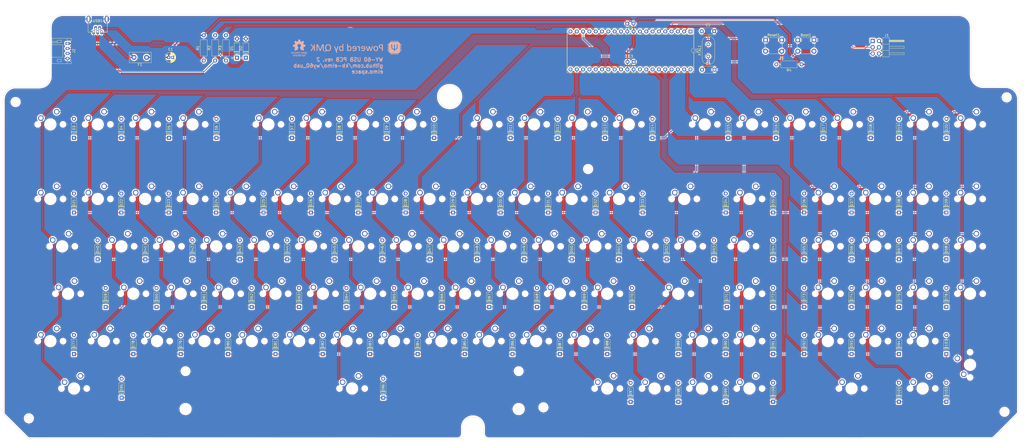
<source format=kicad_pcb>
(kicad_pcb (version 20171130) (host pcbnew "(5.1.6)-1")
  (layers (0 F.Cu signal) (31 B.Cu signal) (34 B.Paste user) (35 F.Paste user) (36 B.SilkS user) (37 F.SilkS user) (38 B.Mask user) (39 F.Mask user) (44 Edge.Cuts user))
  (net 0 "")
  (net 1 GND)
  (net 2 boot)
  (net 3 +5V)
  (net 4 "Net-(C4-Pad1)")
  (net 5 "Net-(C5-Pad1)")
  (net 6 "Net-(D3-Pad2)")
  (net 7 row0)
  (net 8 "Net-(D4-Pad2)")
  (net 9 "Net-(D5-Pad2)")
  (net 10 "Net-(D6-Pad2)")
  (net 11 "Net-(D7-Pad2)")
  (net 12 "Net-(D8-Pad2)")
  (net 13 "Net-(D9-Pad2)")
  (net 14 "Net-(D10-Pad2)")
  (net 15 "Net-(D12-Pad2)")
  (net 16 "Net-(D13-Pad2)")
  (net 17 "Net-(D14-Pad2)")
  (net 18 "Net-(D15-Pad2)")
  (net 19 "Net-(D16-Pad2)")
  (net 20 "Net-(D17-Pad2)")
  (net 21 "Net-(D18-Pad2)")
  (net 22 "Net-(D19-Pad2)")
  (net 23 "Net-(D20-Pad2)")
  (net 24 "Net-(D21-Pad2)")
  (net 25 "Net-(D22-Pad2)")
  (net 26 row1)
  (net 27 "Net-(D23-Pad2)")
  (net 28 "Net-(D24-Pad2)")
  (net 29 "Net-(D25-Pad2)")
  (net 30 "Net-(D26-Pad2)")
  (net 31 "Net-(D27-Pad2)")
  (net 32 "Net-(D28-Pad2)")
  (net 33 "Net-(D29-Pad2)")
  (net 34 "Net-(D30-Pad2)")
  (net 35 "Net-(D31-Pad2)")
  (net 36 "Net-(D32-Pad2)")
  (net 37 "Net-(D33-Pad2)")
  (net 38 "Net-(D34-Pad2)")
  (net 39 "Net-(D35-Pad2)")
  (net 40 "Net-(D36-Pad2)")
  (net 41 "Net-(D37-Pad2)")
  (net 42 "Net-(D38-Pad2)")
  (net 43 "Net-(D39-Pad2)")
  (net 44 "Net-(D40-Pad2)")
  (net 45 "Net-(D41-Pad2)")
  (net 46 row2)
  (net 47 "Net-(D42-Pad2)")
  (net 48 "Net-(D43-Pad2)")
  (net 49 "Net-(D44-Pad2)")
  (net 50 "Net-(D45-Pad2)")
  (net 51 "Net-(D46-Pad2)")
  (net 52 "Net-(D47-Pad2)")
  (net 53 "Net-(D48-Pad2)")
  (net 54 "Net-(D49-Pad2)")
  (net 55 "Net-(D50-Pad2)")
  (net 56 "Net-(D51-Pad2)")
  (net 57 "Net-(D52-Pad2)")
  (net 58 "Net-(D53-Pad2)")
  (net 59 "Net-(D54-Pad2)")
  (net 60 "Net-(D55-Pad2)")
  (net 61 "Net-(D56-Pad2)")
  (net 62 "Net-(D57-Pad2)")
  (net 63 "Net-(D58-Pad2)")
  (net 64 "Net-(D59-Pad2)")
  (net 65 "Net-(D60-Pad2)")
  (net 66 col19)
  (net 67 "Net-(D61-Pad2)")
  (net 68 "Net-(D62-Pad2)")
  (net 69 "Net-(D63-Pad2)")
  (net 70 "Net-(D64-Pad2)")
  (net 71 "Net-(D65-Pad2)")
  (net 72 "Net-(D66-Pad2)")
  (net 73 "Net-(D67-Pad2)")
  (net 74 "Net-(D68-Pad2)")
  (net 75 "Net-(D69-Pad2)")
  (net 76 "Net-(D70-Pad2)")
  (net 77 "Net-(D71-Pad2)")
  (net 78 "Net-(D72-Pad2)")
  (net 79 "Net-(D74-Pad2)")
  (net 80 "Net-(D75-Pad2)")
  (net 81 "Net-(D76-Pad2)")
  (net 82 "Net-(D77-Pad2)")
  (net 83 "Net-(D78-Pad2)")
  (net 84 "Net-(D79-Pad2)")
  (net 85 col13)
  (net 86 "Net-(D80-Pad2)")
  (net 87 "Net-(D81-Pad2)")
  (net 88 "Net-(D82-Pad2)")
  (net 89 "Net-(D83-Pad2)")
  (net 90 "Net-(D84-Pad2)")
  (net 91 "Net-(D85-Pad2)")
  (net 92 "Net-(D86-Pad2)")
  (net 93 "Net-(D87-Pad2)")
  (net 94 "Net-(D88-Pad2)")
  (net 95 "Net-(D89-Pad2)")
  (net 96 "Net-(D90-Pad2)")
  (net 97 "Net-(D91-Pad2)")
  (net 98 "Net-(D92-Pad2)")
  (net 99 "Net-(D93-Pad2)")
  (net 100 VCC)
  (net 101 reset)
  (net 102 MOSI)
  (net 103 SCK)
  (net 104 MISO)
  (net 105 col1)
  (net 106 col2)
  (net 107 col3)
  (net 108 col4)
  (net 109 col5)
  (net 110 col6)
  (net 111 col7)
  (net 112 col8)
  (net 113 col9)
  (net 114 col10)
  (net 115 col11)
  (net 116 col12)
  (net 117 col14)
  (net 118 col15)
  (net 119 col16)
  (net 120 col17)
  (net 121 col18)
  (net 122 D+)
  (net 123 D-)
  (net 124 "Net-(U1-Pad32)")
  (net 125 "Net-(U1-Pad1)")
  (net 126 "Net-(USB1-Pad4)")
  (net 127 row3)
  (net 128 row4)
  (net 129 "Net-(D94-Pad2)")
  (net 130 "Net-(D95-Pad2)")
  (net 131 "Net-(D96-Pad2)")
  (net 132 "Net-(D97-Pad2)")
  (net 133 "Net-(D98-Pad2)")
  (net 134 row5)
  (net 135 "Net-(D11-Pad2)")
  (net 136 "Net-(D73-Pad2)")
  (net 137 "Net-(D99-Pad2)")
  (net 138 "Net-(D100-Pad2)")
  (net 139 "Net-(D101-Pad2)")
  (net 140 "Net-(D102-Pad2)")
  (net 141 "Net-(D103-Pad2)")
  (net 142 D+RAW)
  (net 143 D-RAW)
  (module Connector_JST:JST_PH_S4B-PH-K_1x04_P2.00mm_Horizontal (layer F.Cu) (at 31.8516 61.722 270)
    (fp_text reference J2 (at 3 -2.55 90) (layer F.SilkS))
    (fp_text value Conn_01x04)
    (pad 4 thru_hole oval (at 6 0 270) (size 1.2 1.75) (drill 0.75) (layers *.Cu *.Mask) (net 1 GND))
    (pad 3 thru_hole oval (at 4 0 270) (size 1.2 1.75) (drill 0.75) (layers *.Cu *.Mask) (net 142 D+RAW))
    (pad 2 thru_hole oval (at 2 0 270) (size 1.2 1.75) (drill 0.75) (layers *.Cu *.Mask) (net 143 D-RAW))
    (pad 1 thru_hole roundrect (at 0 0 270) (size 1.2 1.75) (drill 0.75) (layers *.Cu *.Mask) (roundrect_rratio 0.208333) (net 100 VCC))
  )
  (module custom_parts:MXOnly-9U-NoLED (layer F.Cu) (at 146.2388 200.406)
    (fp_text reference MX94)
    (fp_text value MX-NoLED)
    (pad 2 thru_hole circle (at 2.54 -5.08) (size 2.25 2.25) (drill 1.47) (layers *.Cu B.Mask) (net 131 "Net-(D96-Pad2)"))
    (pad "" np_thru_hole circle (at 0 0) (size 3.9878 3.9878) (drill 3.9878) (layers *.Cu *.Mask))
    (pad 1 thru_hole circle (at -3.81 -2.54) (size 2.25 2.25) (drill 1.47) (layers *.Cu B.Mask) (net 111 col7))
    (pad "" np_thru_hole circle (at -5.08 0 48.0996) (size 1.75 1.75) (drill 1.75) (layers *.Cu *.Mask))
    (pad "" np_thru_hole circle (at 5.08 0 48.0996) (size 1.75 1.75) (drill 1.75) (layers *.Cu *.Mask))
    (pad "" np_thru_hole circle (at -66.95 -6.985) (size 3.048 3.048) (drill 3.048) (layers *.Cu *.Mask))
    (pad "" np_thru_hole circle (at 66.95 -6.985) (size 3.048 3.048) (drill 3.048) (layers *.Cu *.Mask))
    (pad "" np_thru_hole circle (at -66.95 8.255) (size 3.9878 3.9878) (drill 3.9878) (layers *.Cu *.Mask))
    (pad "" np_thru_hole circle (at 66.95 8.255) (size 3.9878 3.9878) (drill 3.9878) (layers *.Cu *.Mask))
  )
  (module custom_parts:USB_Mini (layer F.Cu) (at 43.942 50.165 270)
    (fp_text reference USB1)
    (fp_text value USB_B_Mini)
    (fp_text user %R (at 2.45 0) (layer F.SilkS))
    (pad 1 thru_hole oval (at 6.8 -1.6 270) (size 1.65 1.1) (drill oval 0.7 (offset 0.25 0)) (layers *.Cu B.Mask) (net 100 VCC))
    (pad 2 thru_hole oval (at 5.6 -0.8 90) (size 1.65 1.1) (drill oval 0.7 (offset 0.25 0)) (layers *.Cu B.Mask) (net 143 D-RAW))
    (pad 3 thru_hole oval (at 6.8 0 270) (size 1.65 1.1) (drill oval 0.7 (offset 0.25 0)) (layers *.Cu B.Mask) (net 142 D+RAW))
    (pad 4 thru_hole oval (at 5.6 0.8 90) (size 1.65 1.1) (drill oval 0.7 (offset 0.25 0)) (layers *.Cu B.Mask) (net 126 "Net-(USB1-Pad4)"))
    (pad 5 thru_hole oval (at 6.8 1.6 270) (size 1.65 1.1) (drill oval 0.7 (offset 0.25 0)) (layers *.Cu B.Mask) (net 1 GND))
    (pad 6 thru_hole oval (at 1.75 -3.65 270) (size 2.7 1.7) (drill oval 1.9 0.7) (layers *.Cu *.Mask) (net 1 GND))
    (pad 6 thru_hole oval (at 1.75 3.65 270) (size 2.7 1.7) (drill oval 1.9 0.7) (layers *.Cu *.Mask) (net 1 GND))
  )
  (module custom_parts:elmo (layer F.Cu) (at 145.288 64.135)
    (fp_text reference G*** hide)
    (fp_text value LOGO hide)
    (fp_poly (pts (xy 0.079856 -6.669983) (xy 0.291484 -6.605972) (xy 0.489554 -6.500156) (xy 0.658701 -6.363166) (xy 0.783558 -6.205637) (xy 0.803618 -6.169159) (xy 0.891034 -5.965052) (xy 0.932411 -5.781373) (xy 0.93133 -5.598922) (xy 0.92202 -5.534292) (xy 0.849947 -5.275527) (xy 0.731515 -5.059848) (xy 0.567033 -4.887685) (xy 0.359933 -4.760891) (xy 0.23703 -4.720953) (xy 0.079401 -4.692506) (xy -0.091395 -4.677112) (xy -0.2538 -4.676335) (xy -0.386258 -4.691738) (xy -0.428625 -4.703719) (xy -0.580628 -4.781966) (xy -0.735438 -4.898782) (xy -0.874285 -5.037007) (xy -0.978395 -5.17948) (xy -1.004486 -5.230134) (xy -1.037159 -5.340344) (xy -1.055564 -5.496757) (xy -1.060758 -5.6515) (xy -1.052954 -5.857916) (xy -1.020422 -6.022326) (xy -0.956146 -6.163704) (xy -0.853113 -6.301024) (xy -0.798975 -6.359585) (xy -0.624402 -6.502766) (xy -0.420831 -6.607669) (xy -0.204713 -6.668485) (xy 0.0075 -6.679402) (xy 0.079856 -6.669983)) (layer F.Cu) (width 0.01))
    (fp_poly (pts (xy -3.568688 -5.372537) (xy -3.422348 -5.331861) (xy -3.421909 -5.33172) (xy -3.187244 -5.225937) (xy -2.996258 -5.074678) (xy -2.850803 -4.880244) (xy -2.752729 -4.644934) (xy -2.712211 -4.44939) (xy -2.714705 -4.238516) (xy -2.772077 -4.028778) (xy -2.876464 -3.831101) (xy -3.020002 -3.656407) (xy -3.194827 -3.51562) (xy -3.393077 -3.419661) (xy -3.46903 -3.39811) (xy -3.616735 -3.376005) (xy -3.780092 -3.370055) (xy -3.933159 -3.379962) (xy -4.048125 -3.404748) (xy -4.251293 -3.506728) (xy -4.431409 -3.652646) (xy -4.576578 -3.829683) (xy -4.674903 -4.025025) (xy -4.698459 -4.105444) (xy -4.73041 -4.368614) (xy -4.70401 -4.613623) (xy -4.623128 -4.834996) (xy -4.491632 -5.027259) (xy -4.31339 -5.184936) (xy -4.092272 -5.302554) (xy -3.832147 -5.374636) (xy -3.797745 -5.380076) (xy -3.685034 -5.387478) (xy -3.568688 -5.372537)) (layer F.Cu) (width 0.01))
    (fp_poly (pts (xy 6.60448 -1.972108) (xy 6.71411 -1.911904) (xy 6.83027 -1.801617) (xy 6.945995 -1.653213) (xy 7.054323 -1.478658) (xy 7.148292 -1.289919) (xy 7.220938 -1.098963) (xy 7.265299 -0.917756) (xy 7.275433 -0.818961) (xy 7.262755 -0.692524) (xy 7.219851 -0.618175) (xy 7.155513 -0.59876) (xy 7.078529 -0.637122) (xy 7.001325 -0.73025) (xy 6.931127 -0.841893) (xy 6.856353 -0.960755) (xy 6.839489 -0.987552) (xy 6.757478 -1.117854) (xy 6.70787 -1.043115) (xy 6.568378 -0.869562) (xy 6.371396 -0.681144) (xy 6.12037 -0.480862) (xy 5.831466 -0.280035) (xy 5.740143 -0.198147) (xy 5.654926 -0.085019) (xy 5.589695 0.037049) (xy 5.558328 0.145757) (xy 5.557381 0.160337) (xy 5.539003 0.223451) (xy 5.527286 0.239712) (xy 5.50462 0.285083) (xy 5.469706 0.381956) (xy 5.425418 0.520162) (xy 5.37463 0.689531) (xy 5.320218 0.879891) (xy 5.265055 1.081074) (xy 5.212016 1.282909) (xy 5.163975 1.475226) (xy 5.123806 1.647854) (xy 5.106699 1.727848) (xy 5.076321 1.872816) (xy 5.048476 1.99661) (xy 5.018188 2.119308) (xy 4.980479 2.260989) (xy 4.930375 2.44173) (xy 4.92508 2.460625) (xy 4.847084 2.733275) (xy 4.781973 2.94905) (xy 4.730291 3.106197) (xy 4.697974 3.190875) (xy 4.673325 3.251147) (xy 4.634159 3.350162) (xy 4.588612 3.467339) (xy 4.585035 3.476625) (xy 4.367469 3.958666) (xy 4.101957 4.400735) (xy 3.790288 4.800802) (xy 3.434252 5.156836) (xy 3.035638 5.466808) (xy 2.6035 5.724927) (xy 2.224094 5.900571) (xy 1.8252 6.046292) (xy 1.419025 6.15937) (xy 1.017775 6.237085) (xy 0.633657 6.276715) (xy 0.278878 6.275542) (xy 0.174625 6.266227) (xy -0.258234 6.197351) (xy -0.674683 6.088566) (xy -1.083293 5.936215) (xy -1.492635 5.736639) (xy -1.911281 5.486181) (xy -2.320134 5.201692) (xy -2.525344 5.049537) (xy -2.710945 4.910748) (xy -2.870983 4.789862) (xy -2.999504 4.691413) (xy -3.090556 4.619939) (xy -3.138183 4.579973) (xy -3.14325 4.574621) (xy -3.174789 4.54634) (xy -3.244662 4.490729) (xy -3.341196 4.416491) (xy -3.452719 4.332329) (xy -3.567559 4.246947) (xy -3.674045 4.16905) (xy -3.760505 4.10734) (xy -3.815266 4.070522) (xy -3.828005 4.064) (xy -3.862727 4.047827) (xy -3.931257 4.006548) (xy -3.978905 3.975574) (xy -4.086716 3.907998) (xy -4.213633 3.834279) (xy -4.278522 3.798854) (xy -4.445418 3.710559) (xy -4.659522 3.796327) (xy -4.948792 3.881542) (xy -5.243307 3.910727) (xy -5.532139 3.884297) (xy -5.80436 3.802669) (xy -5.917885 3.748388) (xy -6.099266 3.650257) (xy -6.078033 3.837931) (xy -6.068257 3.943874) (xy -6.071564 4.003434) (xy -6.091224 4.032963) (xy -6.119552 4.045523) (xy -6.201288 4.052819) (xy -6.276726 4.014079) (xy -6.357028 3.922721) (xy -6.377414 3.893492) (xy -6.47126 3.73654) (xy -6.530899 3.585086) (xy -6.562488 3.417155) (xy -6.572181 3.210777) (xy -6.572201 3.198169) (xy -6.562613 2.990511) (xy -6.532025 2.835809) (xy -6.47758 2.726164) (xy -6.396422 2.65368) (xy -6.370215 2.639766) (xy -6.283963 2.613346) (xy -6.205285 2.630355) (xy -6.200293 2.632586) (xy -6.161129 2.653372) (xy -6.13916 2.681244) (xy -6.13142 2.731107) (xy -6.134943 2.817867) (xy -6.143405 2.918505) (xy -6.165528 3.168425) (xy -5.977737 3.278486) (xy -5.859341 3.343056) (xy -5.741839 3.399398) (xy -5.665161 3.430067) (xy -5.536066 3.456072) (xy -5.372129 3.465942) (xy -5.199684 3.460173) (xy -5.045065 3.439256) (xy -4.964321 3.416927) (xy -4.859325 3.381113) (xy -4.76112 3.353153) (xy -4.748911 3.350307) (xy -4.626698 3.310898) (xy -4.475479 3.244499) (xy -4.31715 3.162087) (xy -4.173605 3.074639) (xy -4.112915 3.031462) (xy -3.973765 2.932731) (xy -3.869973 2.877421) (xy -3.794096 2.862045) (xy -3.7644 2.868204) (xy -3.721067 2.913183) (xy -3.722983 2.990005) (xy -3.768001 3.088256) (xy -3.825876 3.166394) (xy -3.887711 3.241154) (xy -3.928056 3.294765) (xy -3.937 3.311015) (xy -3.909709 3.330108) (xy -3.845617 3.344197) (xy -3.771398 3.350078) (xy -3.713728 3.344544) (xy -3.702268 3.339227) (xy -3.655914 3.315785) (xy -3.568439 3.279983) (xy -3.46075 3.240277) (xy -3.322699 3.181974) (xy -3.181257 3.106905) (xy -3.095625 3.051414) (xy -2.953533 2.949493) (xy -2.85169 2.882766) (xy -2.781115 2.846325) (xy -2.732822 2.835259) (xy -2.70819 2.839701) (xy -2.674944 2.881647) (xy -2.678669 2.956408) (xy -2.714998 3.048598) (xy -2.779563 3.142828) (xy -2.800848 3.166189) (xy -2.86343 3.23481) (xy -2.877134 3.264641) (xy -2.840338 3.259307) (xy -2.771682 3.231386) (xy -2.639076 3.159829) (xy -2.475328 3.049831) (xy -2.2921 2.909851) (xy -2.10106 2.748347) (xy -2.081229 2.730671) (xy -1.963793 2.627979) (xy -1.88081 2.563187) (xy -1.821497 2.529629) (xy -1.775073 2.520637) (xy -1.747854 2.524519) (xy -1.65912 2.558523) (xy -1.618792 2.613754) (xy -1.611313 2.680493) (xy -1.608093 2.724009) (xy -1.588975 2.748473) (xy -1.539775 2.759365) (xy -1.44631 2.762167) (xy -1.399702 2.76225) (xy -1.237153 2.756271) (xy -1.08554 2.735771) (xy -0.936539 2.6969) (xy -0.781826 2.635812) (xy -0.613079 2.548657) (xy -0.421972 2.431589) (xy -0.200183 2.280758) (xy 0.060613 2.092317) (xy 0.079375 2.078482) (xy 0.195919 1.997774) (xy 0.308044 1.929136) (xy 0.395757 1.884581) (xy 0.41275 1.878208) (xy 0.69058 1.799437) (xy 0.935042 1.756654) (xy 1.121569 1.74625) (xy 1.302335 1.740548) (xy 1.497157 1.724803) (xy 1.693773 1.701054) (xy 1.879918 1.671338) (xy 2.043328 1.637696) (xy 2.17174 1.602164) (xy 2.252891 1.566783) (xy 2.266837 1.555862) (xy 2.323082 1.529163) (xy 2.363506 1.524) (xy 2.434274 1.507938) (xy 2.539995 1.465865) (xy 2.662756 1.40695) (xy 2.784646 1.340363) (xy 2.887752 1.275273) (xy 2.95278 1.222343) (xy 2.993646 1.168533) (xy 2.991652 1.1436) (xy 2.986665 1.143) (xy 2.927622 1.121421) (xy 2.850717 1.06779) (xy 2.77458 0.998765) (xy 2.71784 0.931007) (xy 2.69875 0.885546) (xy 2.708857 0.845499) (xy 2.743559 0.814147) (xy 2.809425 0.790353) (xy 2.913024 0.772984) (xy 3.060925 0.760903) (xy 3.259697 0.752976) (xy 3.4925 0.748385) (xy 3.724413 0.744041) (xy 3.903919 0.737691) (xy 4.042102 0.728391) (xy 4.150046 0.715196) (xy 4.238833 0.697162) (xy 4.300743 0.679504) (xy 4.400181 0.646595) (xy 4.445222 0.626442) (xy 4.442374 0.613829) (xy 4.398143 0.603542) (xy 4.395993 0.603171) (xy 4.32465 0.577334) (xy 4.295167 0.519874) (xy 4.291893 0.497991) (xy 4.292046 0.428972) (xy 4.317157 0.374978) (xy 4.376875 0.327694) (xy 4.480852 0.278808) (xy 4.597553 0.234698) (xy 4.832508 0.138736) (xy 5.007011 0.041426) (xy 5.120812 -0.055188) (xy 5.156165 -0.100321) (xy 5.144866 -0.122181) (xy 5.082852 -0.137543) (xy 4.990055 -0.178757) (xy 4.944848 -0.246762) (xy 4.945454 -0.328409) (xy 4.990093 -0.410549) (xy 5.076989 -0.480035) (xy 5.132508 -0.504791) (xy 5.352024 -0.590067) (xy 5.574517 -0.688988) (xy 5.782617 -0.793032) (xy 5.95895 -0.893675) (xy 6.05201 -0.955939) (xy 6.139378 -1.029527) (xy 6.23322 -1.123349) (xy 6.321891 -1.223727) (xy 6.393746 -1.316983) (xy 6.437139 -1.389441) (xy 6.444672 -1.417129) (xy 6.427786 -1.457057) (xy 6.385116 -1.529692) (xy 6.349422 -1.584341) (xy 6.279009 -1.70611) (xy 6.258133 -1.798322) (xy 6.287382 -1.871874) (xy 6.367345 -1.937657) (xy 6.368529 -1.938391) (xy 6.450836 -1.982169) (xy 6.51841 -1.991553) (xy 6.60448 -1.972108)) (layer F.Cu) (width 0.01))
    (fp_poly (pts (xy 0.424082 -8.456111) (xy 0.684683 -8.428831) (xy 0.881658 -8.381498) (xy 1.012295 -8.336217) (xy 1.138789 -8.288845) (xy 1.222375 -8.254514) (xy 1.322098 -8.212913) (xy 1.411467 -8.179934) (xy 1.42875 -8.174454) (xy 1.513743 -8.136949) (xy 1.5875 -8.090214) (xy 1.816341 -7.910977) (xy 2.000945 -7.754527) (xy 2.151127 -7.610327) (xy 2.276704 -7.467842) (xy 2.387492 -7.316534) (xy 2.493306 -7.145867) (xy 2.533923 -7.074339) (xy 2.61487 -6.900218) (xy 2.690263 -6.686015) (xy 2.753405 -6.455139) (xy 2.797596 -6.230996) (xy 2.81308 -6.098776) (xy 2.820905 -5.980558) (xy 2.830077 -5.89744) (xy 2.850439 -5.842131) (xy 2.891835 -5.807337) (xy 2.964108 -5.785763) (xy 3.077102 -5.770117) (xy 3.240659 -5.753104) (xy 3.286125 -5.748268) (xy 3.539007 -5.717481) (xy 3.812522 -5.678404) (xy 4.07885 -5.635277) (xy 4.31017 -5.592341) (xy 4.313924 -5.59158) (xy 4.431312 -5.579918) (xy 4.573394 -5.582697) (xy 4.647299 -5.590255) (xy 4.733348 -5.602629) (xy 4.808014 -5.615259) (xy 4.88527 -5.631367) (xy 4.979086 -5.654178) (xy 5.103431 -5.686915) (xy 5.272277 -5.732803) (xy 5.311383 -5.743505) (xy 5.457399 -5.779042) (xy 5.559053 -5.788998) (xy 5.631236 -5.770626) (xy 5.688839 -5.721179) (xy 5.7285 -5.666543) (xy 5.766648 -5.567846) (xy 5.786644 -5.430893) (xy 5.788406 -5.278306) (xy 5.771853 -5.132705) (xy 5.7369 -5.016709) (xy 5.73091 -5.004814) (xy 5.696137 -4.932115) (xy 5.682944 -4.887299) (xy 5.684642 -4.882092) (xy 5.720316 -4.870195) (xy 5.808948 -4.844755) (xy 5.942009 -4.808099) (xy 6.110972 -4.762552) (xy 6.307309 -4.710441) (xy 6.477 -4.665943) (xy 6.597932 -4.622872) (xy 6.748946 -4.552696) (xy 6.909384 -4.466486) (xy 7.058585 -4.375314) (xy 7.171955 -4.293493) (xy 7.263996 -4.204586) (xy 7.363291 -4.087919) (xy 7.436091 -3.986838) (xy 7.5151 -3.843971) (xy 7.544822 -3.728868) (xy 7.526101 -3.630316) (xy 7.469164 -3.547205) (xy 7.448065 -3.519349) (xy 7.444223 -3.490895) (xy 7.463756 -3.452725) (xy 7.512779 -3.39572) (xy 7.59741 -3.310762) (xy 7.683854 -3.227137) (xy 7.803958 -3.113518) (xy 7.895439 -3.034903) (xy 7.974251 -2.981075) (xy 8.056346 -2.941813) (xy 8.15768 -2.9069) (xy 8.207375 -2.891803) (xy 8.382261 -2.830218) (xy 8.501237 -2.763725) (xy 8.57187 -2.685728) (xy 8.601725 -2.589632) (xy 8.603952 -2.546168) (xy 8.579373 -2.420086) (xy 8.511872 -2.272064) (xy 8.40996 -2.1174) (xy 8.286634 -1.975855) (xy 8.152564 -1.841786) (xy 8.312621 -1.697881) (xy 8.449681 -1.553863) (xy 8.578953 -1.380086) (xy 8.693643 -1.18989) (xy 8.786954 -0.996614) (xy 8.852091 -0.813598) (xy 8.882257 -0.654181) (xy 8.88147 -0.581308) (xy 8.855754 -0.45735) (xy 8.805444 -0.381444) (xy 8.719177 -0.339535) (xy 8.67853 -0.330325) (xy 8.605125 -0.309031) (xy 8.583985 -0.277885) (xy 8.588609 -0.258047) (xy 8.659436 -0.012304) (xy 8.693803 0.251212) (xy 8.69246 0.516998) (xy 8.656157 0.76955) (xy 8.585643 0.993364) (xy 8.522185 1.115509) (xy 8.459206 1.22688) (xy 8.402357 1.345537) (xy 8.394044 1.365565) (xy 8.332491 1.477858) (xy 8.251674 1.537637) (xy 8.136709 1.555737) (xy 8.132796 1.55575) (xy 8.084328 1.558019) (xy 8.054641 1.573745) (xy 8.037102 1.616307) (xy 8.025079 1.699082) (xy 8.016113 1.791107) (xy 8.013502 1.980191) (xy 8.038196 2.160907) (xy 8.08638 2.314821) (xy 8.144796 2.413) (xy 8.20746 2.502018) (xy 8.269124 2.613724) (xy 8.319295 2.726168) (xy 8.347481 2.817398) (xy 8.35025 2.842833) (xy 8.321214 2.96313) (xy 8.240253 3.062489) (xy 8.116583 3.137114) (xy 7.959421 3.183205) (xy 7.777985 3.196967) (xy 7.581491 3.174601) (xy 7.557656 3.169382) (xy 7.527882 3.184415) (xy 7.501292 3.249095) (xy 7.475846 3.3655) (xy 7.392203 3.696335) (xy 7.265212 4.02107) (xy 7.102004 4.327313) (xy 6.909711 4.602671) (xy 6.695465 4.834753) (xy 6.569316 4.940625) (xy 6.470775 5.010742) (xy 6.383315 5.06577) (xy 6.329384 5.09234) (xy 6.276805 5.129072) (xy 6.208202 5.202876) (xy 6.15129 5.27934) (xy 6.008596 5.468352) (xy 5.832365 5.664107) (xy 5.630636 5.86067) (xy 5.411448 6.052107) (xy 5.18284 6.232484) (xy 4.952849 6.395866) (xy 4.729515 6.536319) (xy 4.520875 6.647909) (xy 4.334969 6.7247) (xy 4.179834 6.760759) (xy 4.141926 6.76275) (xy 4.064749 6.78514) (xy 3.964005 6.845854) (xy 3.910946 6.887113) (xy 3.699135 7.048946) (xy 3.49266 7.177472) (xy 3.299954 7.268758) (xy 3.129452 7.318874) (xy 2.98959 7.32389) (xy 2.978047 7.321846) (xy 2.899314 7.318167) (xy 2.811135 7.341685) (xy 2.701342 7.397402) (xy 2.557771 7.490314) (xy 2.542673 7.500743) (xy 2.450863 7.561753) (xy 2.378824 7.604748) (xy 2.343605 7.62) (xy 2.302691 7.635711) (xy 2.229845 7.675552) (xy 2.188594 7.700735) (xy 2.059271 7.769605) (xy 1.886216 7.843802) (xy 1.68802 7.916479) (xy 1.483272 7.980788) (xy 1.30175 8.027421) (xy 1.118533 8.057218) (xy 0.903889 8.074888) (xy 0.67619 8.080513) (xy 0.453804 8.074175) (xy 0.255102 8.055957) (xy 0.098453 8.025941) (xy 0.084801 8.021989) (xy -0.019346 7.992149) (xy -0.088581 7.982249) (xy -0.148694 7.993584) (xy -0.225474 8.027452) (xy -0.248574 8.038746) (xy -0.398904 8.088215) (xy -0.591458 8.114969) (xy -0.808823 8.118112) (xy -1.033587 8.096745) (xy -1.11125 8.083218) (xy -1.257877 8.051095) (xy -1.41397 8.011991) (xy -1.502419 7.987145) (xy -1.608619 7.957752) (xy -1.673542 7.948939) (xy -1.715739 7.960008) (xy -1.740544 7.978209) (xy -1.867495 8.048893) (xy -2.035652 8.081539) (xy -2.237212 8.078491) (xy -2.464373 8.042091) (xy -2.709332 7.97468) (xy -2.964287 7.878601) (xy -3.221435 7.756196) (xy -3.472975 7.609807) (xy -3.711103 7.441777) (xy -3.817714 7.354669) (xy -4.000052 7.198116) (xy -4.066081 7.282058) (xy -4.116021 7.333064) (xy -4.176508 7.358147) (xy -4.271177 7.365808) (xy -4.299459 7.366) (xy -4.510082 7.340857) (xy -4.743465 7.269036) (xy -4.986048 7.15595) (xy -5.224277 7.007012) (xy -5.255591 6.984286) (xy -5.339864 6.915257) (xy -5.443236 6.820535) (xy -5.55629 6.710017) (xy -5.669611 6.593603) (xy -5.773781 6.481192) (xy -5.859384 6.382683) (xy -5.917003 6.307974) (xy -5.93725 6.267714) (xy -5.957345 6.252204) (xy -6.021267 6.268211) (xy -6.111199 6.306149) (xy -6.222896 6.345) (xy -6.363202 6.376393) (xy -6.515239 6.398622) (xy -6.662126 6.409981) (xy -6.786984 6.408766) (xy -6.872932 6.39327) (xy -6.88975 6.38482) (xy -6.911066 6.357124) (xy -6.925281 6.30174) (xy -6.933604 6.208407) (xy -6.937243 6.066863) (xy -6.937683 5.97807) (xy -6.937289 5.856469) (xy -6.938127 5.761979) (xy -6.94357 5.683992) (xy -6.956989 5.611896) (xy -6.981759 5.53508) (xy -7.02125 5.442934) (xy -7.078837 5.324847) (xy -7.15789 5.170209) (xy -7.253395 4.98475) (xy -7.332766 4.827383) (xy -7.418 4.654011) (xy -7.493113 4.497231) (xy -7.506409 4.468812) (xy -7.560716 4.357634) (xy -7.607075 4.272852) (xy -7.638022 4.227739) (xy -7.644242 4.223759) (xy -7.685225 4.241822) (xy -7.729256 4.271384) (xy -7.825718 4.312341) (xy -7.928652 4.308314) (xy -8.011514 4.260416) (xy -8.012346 4.259505) (xy -8.047023 4.203764) (xy -8.09377 4.105646) (xy -8.144362 3.982944) (xy -8.162517 3.934583) (xy -8.203228 3.816516) (xy -8.231884 3.711925) (xy -8.251306 3.603275) (xy -8.264317 3.473037) (xy -8.27374 3.303676) (xy -8.277056 3.22314) (xy -8.282665 2.984665) (xy -8.278133 2.788398) (xy -8.262508 2.613712) (xy -8.242931 2.484423) (xy -8.220391 2.351371) (xy -8.202873 2.239713) (xy -8.192886 2.165855) (xy -8.1915 2.148136) (xy -8.219063 2.113476) (xy -8.288106 2.077856) (xy -8.318629 2.067462) (xy -8.448928 2.001133) (xy -8.529744 1.895433) (xy -8.560916 1.750983) (xy -8.542282 1.568406) (xy -8.5354 1.544938) (xy -8.085895 1.544938) (xy -8.043483 1.547288) (xy -7.973306 1.516566) (xy -7.893743 1.463321) (xy -7.823173 1.398104) (xy -7.816396 1.390232) (xy -7.720613 1.276144) (xy -7.655652 1.202733) (xy -7.611465 1.162076) (xy -7.578004 1.146254) (xy -7.545218 1.147343) (xy -7.516784 1.154053) (xy -7.434816 1.204197) (xy -7.391172 1.301523) (xy -7.385981 1.442482) (xy -7.419374 1.623526) (xy -7.491481 1.841107) (xy -7.491634 1.8415) (xy -7.599068 2.130024) (xy -7.678974 2.378936) (xy -7.734796 2.60406) (xy -7.769979 2.82122) (xy -7.787965 3.046238) (xy -7.792204 3.222625) (xy -7.790191 3.411772) (xy -7.782045 3.548367) (xy -7.768385 3.63018) (xy -7.749832 3.65498) (xy -7.727005 3.620538) (xy -7.704029 3.540125) (xy -7.662238 3.428445) (xy -7.594803 3.315452) (xy -7.515821 3.220558) (xy -7.439392 3.163176) (xy -7.426677 3.158228) (xy -7.358341 3.151658) (xy -7.312484 3.18737) (xy -7.285753 3.271665) (xy -7.274791 3.410842) (xy -7.274209 3.444598) (xy -7.262811 3.645704) (xy -7.230608 3.844207) (xy -7.174243 4.049462) (xy -7.09036 4.270826) (xy -6.975604 4.517655) (xy -6.826618 4.799306) (xy -6.721793 4.98475) (xy -6.606082 5.193158) (xy -6.522884 5.362677) (xy -6.467324 5.505748) (xy -6.434527 5.634808) (xy -6.420084 5.754687) (xy -6.410421 5.862003) (xy -6.398199 5.938883) (xy -6.386031 5.968987) (xy -6.385805 5.969) (xy -6.341699 5.940337) (xy -6.311718 5.865264) (xy -6.300454 5.760147) (xy -6.305459 5.682597) (xy -6.307964 5.542189) (xy -6.280613 5.421845) (xy -6.229527 5.332512) (xy -6.160825 5.285138) (xy -6.085316 5.288776) (xy -6.044852 5.322241) (xy -5.981808 5.393737) (xy -5.909004 5.48858) (xy -5.900453 5.500505) (xy -5.686382 5.784229) (xy -5.463267 6.048534) (xy -5.238784 6.28573) (xy -5.020609 6.488129) (xy -4.816421 6.64804) (xy -4.656768 6.746285) (xy -4.569667 6.790454) (xy -4.508622 6.819495) (xy -4.49089 6.82625) (xy -4.487442 6.797482) (xy -4.490049 6.722423) (xy -4.497255 6.627812) (xy -4.505085 6.516228) (xy -4.49984 6.446746) (xy -4.47665 6.398502) (xy -4.433073 6.352884) (xy -4.350775 6.276393) (xy -4.219674 6.335512) (xy -4.135921 6.385145) (xy -4.027415 6.465667) (xy -3.913553 6.562325) (xy -3.877849 6.595496) (xy -3.694277 6.764912) (xy -3.512998 6.922014) (xy -3.345305 7.057556) (xy -3.202487 7.162293) (xy -3.127375 7.210032) (xy -2.867653 7.352754) (xy -2.652001 7.455783) (xy -2.476463 7.520965) (xy -2.436912 7.531938) (xy -2.264441 7.575865) (xy -2.306775 7.494745) (xy -2.344781 7.392532) (xy -2.334161 7.306497) (xy -2.298294 7.243521) (xy -2.260776 7.203628) (xy -2.212692 7.187237) (xy -2.143454 7.196102) (xy -2.042474 7.231978) (xy -1.899164 7.296617) (xy -1.857375 7.316566) (xy -1.687363 7.397158) (xy -1.555542 7.455379) (xy -1.443389 7.497418) (xy -1.332379 7.529461) (xy -1.203989 7.557696) (xy -1.048573 7.586714) (xy -0.861602 7.619498) (xy -0.727546 7.639884) (xy -0.637051 7.647898) (xy -0.580761 7.64357) (xy -0.549319 7.626926) (xy -0.53337 7.597994) (xy -0.530551 7.58825) (xy -0.518564 7.557994) (xy -0.495265 7.538643) (xy -0.451671 7.530349) (xy -0.378803 7.533267) (xy -0.267679 7.54755) (xy -0.109317 7.573352) (xy 0.03175 7.597875) (xy 0.219976 7.629963) (xy 0.369697 7.651702) (xy 0.499673 7.66399) (xy 0.628666 7.667728) (xy 0.775436 7.663814) (xy 0.958745 7.653149) (xy 1.052197 7.646799) (xy 1.30033 7.62093) (xy 1.531142 7.576494) (xy 1.755384 7.50912) (xy 1.983806 7.414441) (xy 2.227156 7.288086) (xy 2.496187 7.125686) (xy 2.755103 6.954669) (xy 2.930805 6.844242) (xy 3.065293 6.780407) (xy 3.160011 6.762723) (xy 3.216407 6.790748) (xy 3.22706 6.810484) (xy 3.264086 6.83144) (xy 3.337479 6.809002) (xy 3.441351 6.747175) (xy 3.569817 6.649968) (xy 3.716989 6.521386) (xy 3.869012 6.373572) (xy 4.043619 6.202322) (xy 4.19982 6.062217) (xy 4.331941 5.957773) (xy 4.434306 5.893507) (xy 4.496951 5.87375) (xy 4.553667 5.899859) (xy 4.580719 5.965713) (xy 4.573245 6.052603) (xy 4.555162 6.097861) (xy 4.504647 6.195545) (xy 4.578011 6.156948) (xy 4.777098 6.030933) (xy 4.989606 5.859003) (xy 5.203103 5.653242) (xy 5.405158 5.425735) (xy 5.583337 5.188566) (xy 5.60056 5.162986) (xy 5.750621 4.913227) (xy 5.856361 4.676546) (xy 5.926868 4.431678) (xy 5.939382 4.370253) (xy 5.977379 4.243017) (xy 6.033173 4.144546) (xy 6.098118 4.084994) (xy 6.163569 4.074511) (xy 6.183655 4.083456) (xy 6.228081 4.130102) (xy 6.283654 4.213345) (xy 6.320591 4.280647) (xy 6.402307 4.443264) (xy 6.514048 4.325069) (xy 6.642627 4.172809) (xy 6.746997 4.009514) (xy 6.830843 3.825081) (xy 6.897848 3.609411) (xy 6.951698 3.352403) (xy 6.996077 3.043955) (xy 7.00308 2.9845) (xy 7.034928 2.743252) (xy 7.070165 2.562168) (xy 7.111999 2.437913) (xy 7.163639 2.367152) (xy 7.228294 2.346549) (xy 7.309174 2.372769) (xy 7.409489 2.442477) (xy 7.472459 2.496658) (xy 7.613787 2.618751) (xy 7.715138 2.69423) (xy 7.778299 2.724316) (xy 7.799916 2.719916) (xy 7.798649 2.682704) (xy 7.770914 2.627189) (xy 7.735075 2.561063) (xy 7.686976 2.457656) (xy 7.636881 2.339061) (xy 7.63572 2.336163) (xy 7.604124 2.255103) (xy 7.581606 2.186186) (xy 7.566997 2.116911) (xy 7.559131 2.034775) (xy 7.556838 1.927277) (xy 7.558951 1.781916) (xy 7.564301 1.586191) (xy 7.564621 1.575277) (xy 7.576237 1.306275) (xy 7.594786 1.094804) (xy 7.622136 0.935098) (xy 7.660157 0.821391) (xy 7.710717 0.747916) (xy 7.775685 0.708907) (xy 7.84879 0.6985) (xy 7.916945 0.710411) (xy 7.962219 0.757535) (xy 7.987171 0.809624) (xy 8.023652 0.881324) (xy 8.055573 0.919051) (xy 8.061066 0.92075) (xy 8.079299 0.891515) (xy 8.099745 0.813567) (xy 8.120184 0.701535) (xy 8.138394 0.570051) (xy 8.152157 0.433744) (xy 8.159251 0.307247) (xy 8.15975 0.270548) (xy 8.138056 0.018485) (xy 8.071748 -0.257532) (xy 7.958985 -0.564413) (xy 7.903727 -0.690217) (xy 7.854994 -0.81949) (xy 7.847663 -0.909226) (xy 7.881826 -0.968121) (xy 7.906949 -0.984892) (xy 7.978373 -1.006165) (xy 8.05151 -0.987029) (xy 8.137488 -0.922308) (xy 8.217266 -0.840546) (xy 8.306703 -0.754314) (xy 8.379846 -0.706575) (xy 8.428624 -0.700957) (xy 8.445042 -0.738188) (xy 8.424395 -0.780357) (xy 8.369058 -0.857715) (xy 8.288216 -0.959544) (xy 8.191053 -1.075124) (xy 8.086751 -1.193739) (xy 7.984494 -1.304669) (xy 7.893465 -1.397195) (xy 7.833518 -1.45192) (xy 7.737697 -1.528566) (xy 7.616552 -1.620859) (xy 7.50133 -1.705192) (xy 7.363546 -1.81656) (xy 7.286667 -1.910429) (xy 7.270669 -1.986615) (xy 7.315524 -2.044937) (xy 7.421209 -2.085212) (xy 7.55796 -2.105046) (xy 7.743896 -2.136427) (xy 7.89514 -2.193835) (xy 8.000686 -2.272372) (xy 8.031787 -2.315953) (xy 8.044212 -2.342777) (xy 8.042482 -2.365249) (xy 8.017864 -2.389369) (xy 7.961625 -2.421137) (xy 7.865032 -2.466555) (xy 7.719352 -2.531621) (xy 7.71525 -2.533444) (xy 7.604309 -2.58689) (xy 7.510053 -2.644631) (xy 7.420127 -2.717176) (xy 7.322178 -2.815038) (xy 7.20385 -2.948727) (xy 7.14375 -3.019701) (xy 6.95559 -3.223528) (xy 6.769161 -3.387243) (xy 6.605198 -3.495919) (xy 6.458688 -3.58569) (xy 6.354397 -3.672076) (xy 6.299151 -3.748675) (xy 6.292622 -3.789188) (xy 6.329161 -3.851046) (xy 6.370112 -3.867286) (xy 6.428996 -3.863765) (xy 6.531672 -3.8468) (xy 6.660806 -3.820142) (xy 6.799063 -3.787542) (xy 6.929107 -3.752753) (xy 7.000875 -3.73079) (xy 7.014707 -3.737596) (xy 6.98473 -3.777955) (xy 6.9215 -3.839925) (xy 6.783579 -3.944621) (xy 6.603587 -4.051489) (xy 6.401736 -4.150351) (xy 6.198242 -4.231027) (xy 6.06425 -4.271585) (xy 5.950361 -4.302443) (xy 5.85648 -4.33132) (xy 5.806501 -4.350409) (xy 5.758988 -4.364819) (xy 5.658328 -4.388481) (xy 5.513888 -4.419504) (xy 5.335035 -4.455999) (xy 5.131137 -4.496078) (xy 4.911561 -4.53785) (xy 4.685674 -4.579425) (xy 4.557594 -4.602327) (xy 4.432812 -4.627985) (xy 4.359576 -4.656256) (xy 4.326237 -4.69597) (xy 4.321147 -4.755957) (xy 4.323455 -4.779812) (xy 4.354035 -4.850849) (xy 4.429833 -4.901563) (xy 4.5558 -4.933679) (xy 4.736889 -4.948918) (xy 4.814367 -4.950585) (xy 5.07261 -4.953) (xy 5.189898 -5.082824) (xy 5.25205 -5.155987) (xy 5.289302 -5.208492) (xy 5.294569 -5.225265) (xy 5.259702 -5.225638) (xy 5.178441 -5.215367) (xy 5.0666 -5.196558) (xy 5.035307 -5.190691) (xy 4.70517 -5.149185) (xy 4.395429 -5.157395) (xy 4.175125 -5.193943) (xy 3.95109 -5.239879) (xy 3.724059 -5.279608) (xy 3.502825 -5.312275) (xy 3.296181 -5.337021) (xy 3.112922 -5.35299) (xy 2.961842 -5.359325) (xy 2.851734 -5.35517) (xy 2.791392 -5.339667) (xy 2.783011 -5.329592) (xy 2.669589 -4.97579) (xy 2.529957 -4.664566) (xy 2.355298 -4.377428) (xy 2.278588 -4.271682) (xy 2.143427 -4.113144) (xy 1.979508 -3.951522) (xy 1.804222 -3.801996) (xy 1.634956 -3.679748) (xy 1.531937 -3.61983) (xy 1.452835 -3.575446) (xy 1.404279 -3.539811) (xy 1.397 -3.528761) (xy 1.415942 -3.492921) (xy 1.46379 -3.428814) (xy 1.490959 -3.396051) (xy 1.54765 -3.325512) (xy 1.581824 -3.274883) (xy 1.586209 -3.263723) (xy 1.603405 -3.226082) (xy 1.645352 -3.156954) (xy 1.669056 -3.12114) (xy 1.724112 -3.030738) (xy 1.790584 -2.908454) (xy 1.854237 -2.780495) (xy 1.855215 -2.778417) (xy 2.025182 -2.350788) (xy 2.138277 -1.916747) (xy 2.19519 -1.481772) (xy 2.196614 -1.051342) (xy 2.14324 -0.630936) (xy 2.035759 -0.226033) (xy 1.874865 0.157888) (xy 1.661247 0.515349) (xy 1.398675 0.837618) (xy 1.148971 1.075425) (xy 0.893663 1.260988) (xy 0.616213 1.404614) (xy 0.3175 1.511473) (xy -0.064531 1.592752) (xy -0.45356 1.613207) (xy -0.843028 1.574049) (xy -1.226376 1.47649) (xy -1.597045 1.321741) (xy -1.948475 1.111014) (xy -1.982718 1.086612) (xy -2.105568 0.99478) (xy -2.207819 0.909649) (xy -2.304421 0.816887) (xy -2.410326 0.702163) (xy -2.536692 0.555625) (xy -2.809372 0.185503) (xy -3.026765 -0.214215) (xy -3.186994 -0.638777) (xy -3.288181 -1.083429) (xy -3.324777 -1.43848) (xy -3.33868 -1.715006) (xy -2.909564 -1.715006) (xy -2.908265 -1.5875) (xy -2.900194 -1.422654) (xy -2.887183 -1.263811) (xy -2.871218 -1.131917) (xy -2.858585 -1.063625) (xy -2.821422 -0.92598) (xy -2.77499 -0.776613) (xy -2.724828 -0.631048) (xy -2.676475 -0.504811) (xy -2.635471 -0.413426) (xy -2.614103 -0.3785) (xy -2.578758 -0.318018) (xy -2.57175 -0.286998) (xy -2.551091 -0.222532) (xy -2.494537 -0.122928) (xy -2.410226 0.001199) (xy -2.306297 0.139233) (xy -2.190888 0.280558) (xy -2.072137 0.414559) (xy -1.958181 0.53062) (xy -1.913527 0.571621) (xy -1.610832 0.802604) (xy -1.289241 0.980382) (xy -0.955762 1.102065) (xy -0.617402 1.164764) (xy -0.455231 1.17306) (xy -0.288171 1.16729) (xy -0.104115 1.150554) (xy 0.049281 1.127803) (xy 0.367367 1.035342) (xy 0.666087 0.886226) (xy 0.939851 0.685787) (xy 1.183069 0.439359) (xy 1.390152 0.152273) (xy 1.55551 -0.170138) (xy 1.634256 -0.384262) (xy 1.711569 -0.692963) (xy 1.757002 -1.018533) (xy 1.770028 -1.344102) (xy 1.750118 -1.652799) (xy 1.696747 -1.927753) (xy 1.683868 -1.971332) (xy 1.650838 -2.085847) (xy 1.627636 -2.183706) (xy 1.619659 -2.239248) (xy 1.601405 -2.314693) (xy 1.570614 -2.373058) (xy 1.528475 -2.448365) (xy 1.485286 -2.547544) (xy 1.476617 -2.571064) (xy 1.37476 -2.788921) (xy 1.224243 -3.016932) (xy 1.036289 -3.244137) (xy 0.822126 -3.459578) (xy 0.592979 -3.652295) (xy 0.360074 -3.811328) (xy 0.134635 -3.925717) (xy 0.061634 -3.952508) (xy -0.038711 -3.987715) (xy -0.115283 -4.019029) (xy -0.143468 -4.034243) (xy -0.209985 -4.062444) (xy -0.323411 -4.08698) (xy -0.467178 -4.105996) (xy -0.62472 -4.117636) (xy -0.779472 -4.120046) (xy -0.87114 -4.115749) (xy -1.068747 -4.092828) (xy -1.254024 -4.058131) (xy -1.409497 -4.015569) (xy -1.511884 -3.97243) (xy -1.582012 -3.937749) (xy -1.67329 -3.898327) (xy -1.68275 -3.894541) (xy -1.763916 -3.853062) (xy -1.871722 -3.78589) (xy -1.983417 -3.707243) (xy -1.987923 -3.703848) (xy -2.255492 -3.46253) (xy -2.480826 -3.177446) (xy -2.661412 -2.854376) (xy -2.794738 -2.499094) (xy -2.878293 -2.117379) (xy -2.909564 -1.715006) (xy -3.33868 -1.715006) (xy -3.343772 -1.816264) (xy -3.473699 -1.794104) (xy -3.805655 -1.752405) (xy -4.120377 -1.741894) (xy -4.40567 -1.762262) (xy -4.649341 -1.813202) (xy -4.685121 -1.824667) (xy -4.77709 -1.853572) (xy -4.845622 -1.870968) (xy -4.862798 -1.87325) (xy -4.91654 -1.888686) (xy -5.010228 -1.929983) (xy -5.129784 -1.989633) (xy -5.261131 -2.060122) (xy -5.390192 -2.133941) (xy -5.502891 -2.203578) (xy -5.573329 -2.252373) (xy -5.73364 -2.373409) (xy -6.113258 -2.030605) (xy -6.270928 -1.88475) (xy -6.437713 -1.724616) (xy -6.596076 -1.567392) (xy -6.72848 -1.430269) (xy -6.755805 -1.400779) (xy -6.87566 -1.273117) (xy -6.965585 -1.186405) (xy -7.035786 -1.132386) (xy -7.09647 -1.102803) (xy -7.136805 -1.092557) (xy -7.251431 -1.067145) (xy -7.303052 -1.043512) (xy -7.291529 -1.021882) (xy -7.216722 -1.002478) (xy -7.195629 -0.999104) (xy -7.046523 -0.993579) (xy -6.874058 -1.02202) (xy -6.831775 -1.03275) (xy -6.704769 -1.062655) (xy -6.585286 -1.084266) (xy -6.50875 -1.092279) (xy -6.433326 -1.088631) (xy -6.399953 -1.061047) (xy -6.388152 -0.998559) (xy -6.389338 -0.946311) (xy -6.410056 -0.896455) (xy -6.459147 -0.836593) (xy -6.545447 -0.754327) (xy -6.591872 -0.712809) (xy -6.887245 -0.423694) (xy -7.177606 -0.087793) (xy -7.450486 0.278619) (xy -7.693416 0.659268) (xy -7.822592 0.89348) (xy -7.893782 1.037413) (xy -7.960404 1.183122) (xy -8.017647 1.318702) (xy -8.060699 1.432248) (xy -8.084748 1.511853) (xy -8.085895 1.544938) (xy -8.5354 1.544938) (xy -8.492017 1.397) (xy -8.438847 1.262166) (xy -8.367822 1.100287) (xy -8.284032 0.9212) (xy -8.192571 0.734741) (xy -8.098532 0.550747) (xy -8.007007 0.379054) (xy -7.923089 0.229499) (xy -7.851872 0.111918) (xy -7.798446 0.036148) (xy -7.776112 0.014244) (xy -7.7495 -0.029963) (xy -7.747 -0.050346) (xy -7.727799 -0.09474) (xy -7.676579 -0.172961) (xy -7.602919 -0.270857) (xy -7.571237 -0.31003) (xy -7.395473 -0.523116) (xy -7.483924 -0.551939) (xy -7.603841 -0.6083) (xy -7.725905 -0.69325) (xy -7.828834 -0.789825) (xy -7.888262 -0.87421) (xy -7.933119 -0.991315) (xy -7.934537 -1.07942) (xy -7.887192 -1.153391) (xy -7.785761 -1.228096) (xy -7.754938 -1.246527) (xy -7.653327 -1.304336) (xy -7.568431 -1.349965) (xy -7.522247 -1.371967) (xy -7.399202 -1.434956) (xy -7.244937 -1.540706) (xy -7.068025 -1.682489) (xy -6.877039 -1.853582) (xy -6.744845 -1.981889) (xy -6.606217 -2.119591) (xy -6.466563 -2.256388) (xy -6.339547 -2.37902) (xy -6.238835 -2.474227) (xy -6.213033 -2.497975) (xy -6.127176 -2.578769) (xy -6.063458 -2.643747) (xy -6.033442 -2.680991) (xy -6.0325 -2.684068) (xy -6.050983 -2.718532) (xy -6.098916 -2.785714) (xy -6.151563 -2.853094) (xy -6.295292 -3.068226) (xy -6.420564 -3.328202) (xy -6.521861 -3.6157) (xy -6.593665 -3.913398) (xy -6.630459 -4.203972) (xy -6.632236 -4.299291) (xy -6.217435 -4.299291) (xy -6.21455 -4.222912) (xy -6.192596 -3.974236) (xy -6.14758 -3.753189) (xy -6.072848 -3.536121) (xy -5.961749 -3.299384) (xy -5.946562 -3.27025) (xy -5.758255 -2.978279) (xy -5.523512 -2.723027) (xy -5.250217 -2.508329) (xy -4.946256 -2.338021) (xy -4.619512 -2.215936) (xy -4.277872 -2.14591) (xy -3.929219 -2.131778) (xy -3.665019 -2.160668) (xy -3.496168 -2.19351) (xy -3.381403 -2.224115) (xy -3.311614 -2.256466) (xy -3.277692 -2.294544) (xy -3.27025 -2.333225) (xy -3.258613 -2.410592) (xy -3.227463 -2.529659) (xy -3.182444 -2.673824) (xy -3.1292 -2.826483) (xy -3.073374 -2.97103) (xy -3.020609 -3.090864) (xy -2.997499 -3.135678) (xy -2.825891 -3.413067) (xy -2.635531 -3.667243) (xy -2.43437 -3.889866) (xy -2.230358 -4.072597) (xy -2.031446 -4.207095) (xy -1.928813 -4.256788) (xy -1.858452 -4.295333) (xy -1.847794 -4.334838) (xy -1.889125 -4.3815) (xy -1.929097 -4.428406) (xy -1.93675 -4.451007) (xy -1.954274 -4.493727) (xy -1.997786 -4.562441) (xy -2.011987 -4.582056) (xy -2.074357 -4.689591) (xy -2.140518 -4.84367) (xy -2.205094 -5.028003) (xy -2.262708 -5.226297) (xy -2.307985 -5.422263) (xy -2.328197 -5.540287) (xy -2.368796 -5.825949) (xy -2.588816 -6.010738) (xy -2.669298 -6.067988) (xy -1.956136 -6.067988) (xy -1.955037 -5.744783) (xy -1.903056 -5.409113) (xy -1.804958 -5.079101) (xy -1.665509 -4.772871) (xy -1.57742 -4.627829) (xy -1.515566 -4.541941) (xy -1.469087 -4.49995) (xy -1.421908 -4.490586) (xy -1.388683 -4.495497) (xy -1.244283 -4.518341) (xy -1.063704 -4.53687) (xy -0.874224 -4.549127) (xy -0.703121 -4.553155) (xy -0.619125 -4.550716) (xy -0.366935 -4.520542) (xy -0.100536 -4.463364) (xy 0.156798 -4.385517) (xy 0.381798 -4.293337) (xy 0.4445 -4.261118) (xy 0.545534 -4.205896) (xy 0.636565 -4.15636) (xy 0.66675 -4.140023) (xy 0.734472 -4.097254) (xy 0.828163 -4.030562) (xy 0.904875 -3.972048) (xy 0.997918 -3.899594) (xy 1.058031 -3.860402) (xy 1.102601 -3.849006) (xy 1.149019 -3.859937) (xy 1.197068 -3.880175) (xy 1.372151 -3.975135) (xy 1.562866 -4.110599) (xy 1.752595 -4.272367) (xy 1.924722 -4.446241) (xy 2.062632 -4.618022) (xy 2.065663 -4.622406) (xy 2.236296 -4.924253) (xy 2.357341 -5.256047) (xy 2.424912 -5.603649) (xy 2.435123 -5.95292) (xy 2.434444 -5.96421) (xy 2.415209 -6.187743) (xy 2.385463 -6.370619) (xy 2.339553 -6.535494) (xy 2.271824 -6.705025) (xy 2.22428 -6.806293) (xy 2.030157 -7.136203) (xy 1.791266 -7.421163) (xy 1.508187 -7.660671) (xy 1.1815 -7.854227) (xy 0.85725 -7.986533) (xy 0.76248 -8.012618) (xy 0.652684 -8.030228) (xy 0.513731 -8.040718) (xy 0.33149 -8.045449) (xy 0.238125 -8.046046) (xy 0.058184 -8.045731) (xy -0.074957 -8.042185) (xy -0.177991 -8.033017) (xy -0.267614 -8.015838) (xy -0.360518 -7.988258) (xy -0.473399 -7.947888) (xy -0.489577 -7.941886) (xy -0.623807 -7.889707) (xy -0.743764 -7.838973) (xy -0.830888 -7.797703) (xy -0.854702 -7.784184) (xy -1.180918 -7.542998) (xy -1.451771 -7.273309) (xy -1.66635 -6.976538) (xy -1.823741 -6.654106) (xy -1.923034 -6.307435) (xy -1.956136 -6.067988) (xy -2.669298 -6.067988) (xy -2.898122 -6.230758) (xy -3.231023 -6.392478) (xy -3.583961 -6.494994) (xy -3.953374 -6.537406) (xy -4.335703 -6.518813) (xy -4.495255 -6.493368) (xy -4.622549 -6.465158) (xy -4.739205 -6.428833) (xy -4.862916 -6.377347) (xy -5.011379 -6.303653) (xy -5.127625 -6.241542) (xy -5.38097 -6.073347) (xy -5.61862 -5.857787) (xy -5.825282 -5.610994) (xy -5.985663 -5.3491) (xy -5.998491 -5.322859) (xy -6.107386 -5.066139) (xy -6.177176 -4.825242) (xy -6.212359 -4.577262) (xy -6.217435 -4.299291) (xy -6.632236 -4.299291) (xy -6.633482 -4.366047) (xy -6.617957 -4.547757) (xy -6.583595 -4.753613) (xy -6.534484 -4.969327) (xy -6.474712 -5.180608) (xy -6.408368 -5.373166) (xy -6.33954 -5.532712) (xy -6.272315 -5.644956) (xy -6.265026 -5.654001) (xy -6.23046 -5.705189) (xy -6.223 -5.727132) (xy -6.200306 -5.77961) (xy -6.13874 -5.863228) (xy -6.048078 -5.968311) (xy -5.938097 -6.085185) (xy -5.818571 -6.204177) (xy -5.699278 -6.315612) (xy -5.589992 -6.409818) (xy -5.50049 -6.477121) (xy -5.440547 -6.507846) (xy -5.43313 -6.508751) (xy -5.399203 -6.527241) (xy -5.3975 -6.535349) (xy -5.369215 -6.566228) (xy -5.292121 -6.611243) (xy -5.177868 -6.665096) (xy -5.038102 -6.722494) (xy -4.884471 -6.77814) (xy -4.810125 -6.80239) (xy -4.576023 -6.870576) (xy -4.377944 -6.914165) (xy -4.194491 -6.935669) (xy -4.004265 -6.937602) (xy -3.786938 -6.922579) (xy -3.3781 -6.853529) (xy -2.995116 -6.726497) (xy -2.637761 -6.5414) (xy -2.477601 -6.433601) (xy -2.335875 -6.33063) (xy -2.237243 -6.634613) (xy -2.082627 -7.018734) (xy -1.881293 -7.360692) (xy -1.632247 -7.661532) (xy -1.334495 -7.922299) (xy -0.987043 -8.144039) (xy -0.650875 -8.30303) (xy -0.414221 -8.378738) (xy -0.143854 -8.430119) (xy 0.141741 -8.456225) (xy 0.424082 -8.456111)) (layer F.Cu) (width 0.01))
  )
  (module custom_parts:qmk (layer B.Cu) (at 147.701 63.373 180)
    (fp_text reference G*** hide)
    (fp_text value LOGO hide)
  )
  (module custom_parts:oshw (layer B.Cu) (at 124.968 63.5 180)
    (fp_text reference G*** hide)
    (fp_text value LOGO hide)
  )
  (module custom_parts:MXOnly-2U-NoLED-NoStabilizer (layer F.Cu) (at 277.3663 162.306)
    (fp_text reference MX69)
    (fp_text value MX-NoLED)
    (pad 2 thru_hole circle (at 2.54 -5.08) (size 2.25 2.25) (drill 1.47) (layers *.Cu B.Mask) (net 77 "Net-(D71-Pad2)"))
    (pad "" np_thru_hole circle (at 0 0) (size 3.9878 3.9878) (drill 3.9878) (layers *.Cu *.Mask))
    (pad 1 thru_hole circle (at -3.81 -2.54) (size 2.25 2.25) (drill 1.47) (layers *.Cu B.Mask) (net 85 col13))
    (pad "" np_thru_hole circle (at -5.08 0 48.0996) (size 1.75 1.75) (drill 1.75) (layers *.Cu *.Mask))
    (pad "" np_thru_hole circle (at 5.08 0 48.0996) (size 1.75 1.75) (drill 1.75) (layers *.Cu *.Mask))
  )
  (module MX_Only:MXOnly-1.75U-NoLED (layer F.Cu) (at 279.7412 124.206)
    (fp_text reference MX32)
    (fp_text value MX-NoLED)
    (pad 2 thru_hole circle (at 2.54 -5.08) (size 2.25 2.25) (drill 1.47) (layers *.Cu B.Mask) (net 38 "Net-(D34-Pad2)"))
    (pad "" np_thru_hole circle (at 0 0) (size 3.9878 3.9878) (drill 3.9878) (layers *.Cu *.Mask))
    (pad 1 thru_hole circle (at -3.81 -2.54) (size 2.25 2.25) (drill 1.47) (layers *.Cu B.Mask) (net 117 col14))
    (pad "" np_thru_hole circle (at -5.08 0 48.0996) (size 1.75 1.75) (drill 1.75) (layers *.Cu *.Mask))
    (pad "" np_thru_hole circle (at 5.08 0 48.0996) (size 1.75 1.75) (drill 1.75) (layers *.Cu *.Mask))
  )
  (module custom_parts:D_DO-35_SOD27_P7.62mm_Horizontal (layer F.Cu) (at 244.094 129.667 90)
    (fp_text reference D32 (at 4 0 90) (layer F.SilkS))
    (fp_text value D_Small)
    (pad 2 thru_hole oval (at 7.62 0 90) (size 1.6 1.6) (drill 0.8) (layers *.Cu *.Mask) (net 36 "Net-(D32-Pad2)"))
    (pad 1 thru_hole rect (at 0 0 90) (size 1.6 1.6) (drill 0.8) (layers *.Cu *.Mask) (net 26 row1))
  )
  (module custom_parts:D_DO-35_SOD27_P7.62mm_Horizontal (layer F.Cu) (at 385.0894 186.5503 90)
    (fp_text reference D103 (at 4 0 90) (layer F.SilkS))
    (fp_text value D_Small)
    (pad 2 thru_hole oval (at 7.62 0 90) (size 1.6 1.6) (drill 0.8) (layers *.Cu *.Mask) (net 141 "Net-(D103-Pad2)"))
    (pad 1 thru_hole rect (at 0 0 90) (size 1.6 1.6) (drill 0.8) (layers *.Cu *.Mask) (net 134 row5))
  )
  (module custom_parts:D_DO-35_SOD27_P7.62mm_Horizontal (layer F.Cu) (at 385.0894 205.7273 90)
    (fp_text reference D102 (at 4 0 90) (layer F.SilkS))
    (fp_text value D_Small)
    (pad 2 thru_hole oval (at 7.62 0 90) (size 1.6 1.6) (drill 0.8) (layers *.Cu *.Mask) (net 140 "Net-(D102-Pad2)"))
    (pad 1 thru_hole rect (at 0 0 90) (size 1.6 1.6) (drill 0.8) (layers *.Cu *.Mask) (net 134 row5))
  )
  (module custom_parts:D_DO-35_SOD27_P7.62mm_Horizontal (layer F.Cu) (at 366.0394 205.7273 90)
    (fp_text reference D101 (at 4 0 90) (layer F.SilkS))
    (fp_text value D_Small)
    (pad 2 thru_hole oval (at 7.62 0 90) (size 1.6 1.6) (drill 0.8) (layers *.Cu *.Mask) (net 139 "Net-(D101-Pad2)"))
    (pad 1 thru_hole rect (at 0 0 90) (size 1.6 1.6) (drill 0.8) (layers *.Cu *.Mask) (net 134 row5))
  )
  (module custom_parts:D_DO-35_SOD27_P7.62mm_Horizontal (layer F.Cu) (at 315.468 205.74 90)
    (fp_text reference D100 (at 4 0 90) (layer F.SilkS))
    (fp_text value D_Small)
    (pad 2 thru_hole oval (at 7.62 0 90) (size 1.6 1.6) (drill 0.8) (layers *.Cu *.Mask) (net 138 "Net-(D100-Pad2)"))
    (pad 1 thru_hole rect (at 0 0 90) (size 1.6 1.6) (drill 0.8) (layers *.Cu *.Mask) (net 134 row5))
  )
  (module custom_parts:D_DO-35_SOD27_P7.62mm_Horizontal (layer F.Cu) (at 296.418 205.74 90)
    (fp_text reference D99 (at 4 0 90) (layer F.SilkS))
    (fp_text value D_Small)
    (pad 2 thru_hole oval (at 7.62 0 90) (size 1.6 1.6) (drill 0.8) (layers *.Cu *.Mask) (net 137 "Net-(D99-Pad2)"))
    (pad 1 thru_hole rect (at 0 0 90) (size 1.6 1.6) (drill 0.8) (layers *.Cu *.Mask) (net 134 row5))
  )
  (module custom_parts:D_DO-35_SOD27_P7.62mm_Horizontal (layer F.Cu) (at 277.368 205.74 90)
    (fp_text reference D98 (at 4 0.0652 90) (layer F.SilkS))
    (fp_text value D_Small)
    (pad 2 thru_hole oval (at 7.62 0 90) (size 1.6 1.6) (drill 0.8) (layers *.Cu *.Mask) (net 133 "Net-(D98-Pad2)"))
    (pad 1 thru_hole rect (at 0 0 90) (size 1.6 1.6) (drill 0.8) (layers *.Cu *.Mask) (net 134 row5))
  )
  (module custom_parts:D_DO-35_SOD27_P7.62mm_Horizontal (layer F.Cu) (at 258.191 205.74 90)
    (fp_text reference D97 (at 4 0 90) (layer F.SilkS))
    (fp_text value D_Small)
    (pad 2 thru_hole oval (at 7.62 0 90) (size 1.6 1.6) (drill 0.8) (layers *.Cu *.Mask) (net 132 "Net-(D97-Pad2)"))
    (pad 1 thru_hole rect (at 0 0 90) (size 1.6 1.6) (drill 0.8) (layers *.Cu *.Mask) (net 134 row5))
  )
  (module custom_parts:D_DO-35_SOD27_P7.62mm_Horizontal (layer F.Cu) (at 158.75 204.089 90)
    (fp_text reference D96 (at 4 0 90) (layer F.SilkS))
    (fp_text value D_Small)
    (pad 2 thru_hole oval (at 7.62 0 90) (size 1.6 1.6) (drill 0.8) (layers *.Cu *.Mask) (net 131 "Net-(D96-Pad2)"))
    (pad 1 thru_hole rect (at 0 0 90) (size 1.6 1.6) (drill 0.8) (layers *.Cu *.Mask) (net 134 row5))
  )
  (module custom_parts:D_DO-35_SOD27_P7.62mm_Horizontal (layer F.Cu) (at 53.594 204.089 90)
    (fp_text reference D95 (at 4 0 90) (layer F.SilkS))
    (fp_text value D_Small)
    (pad 2 thru_hole oval (at 7.62 0 90) (size 1.6 1.6) (drill 0.8) (layers *.Cu *.Mask) (net 130 "Net-(D95-Pad2)"))
    (pad 1 thru_hole rect (at 0 0 90) (size 1.6 1.6) (drill 0.8) (layers *.Cu *.Mask) (net 134 row5))
  )
  (module custom_parts:D_DO-35_SOD27_P7.62mm_Horizontal (layer F.Cu) (at 366.0394 186.5503 90)
    (fp_text reference D94 (at 4 0 90) (layer F.SilkS))
    (fp_text value D_Small)
    (pad 2 thru_hole oval (at 7.62 0 90) (size 1.6 1.6) (drill 0.8) (layers *.Cu *.Mask) (net 129 "Net-(D94-Pad2)"))
    (pad 1 thru_hole rect (at 0 0 90) (size 1.6 1.6) (drill 0.8) (layers *.Cu *.Mask) (net 128 row4))
  )
  (module custom_parts:D_DO-35_SOD27_P7.62mm_Horizontal (layer F.Cu) (at 346.9894 186.5503 90)
    (fp_text reference D93 (at 4 0 90) (layer F.SilkS))
    (fp_text value D_Small)
    (pad 2 thru_hole oval (at 7.62 0 90) (size 1.6 1.6) (drill 0.8) (layers *.Cu *.Mask) (net 99 "Net-(D93-Pad2)"))
    (pad 1 thru_hole rect (at 0 0 90) (size 1.6 1.6) (drill 0.8) (layers *.Cu *.Mask) (net 128 row4))
  )
  (module custom_parts:D_DO-35_SOD27_P7.62mm_Horizontal (layer F.Cu) (at 327.9394 186.5503 90)
    (fp_text reference D92 (at 4 0 90) (layer F.SilkS))
    (fp_text value D_Small)
    (pad 2 thru_hole oval (at 7.62 0 90) (size 1.6 1.6) (drill 0.8) (layers *.Cu *.Mask) (net 98 "Net-(D92-Pad2)"))
    (pad 1 thru_hole rect (at 0 0 90) (size 1.6 1.6) (drill 0.8) (layers *.Cu *.Mask) (net 128 row4))
  )
  (module custom_parts:D_DO-35_SOD27_P7.62mm_Horizontal (layer F.Cu) (at 315.468 186.563 90)
    (fp_text reference D91 (at 4 0 90) (layer F.SilkS))
    (fp_text value D_Small)
    (pad 2 thru_hole oval (at 7.62 0 90) (size 1.6 1.6) (drill 0.8) (layers *.Cu *.Mask) (net 97 "Net-(D91-Pad2)"))
    (pad 1 thru_hole rect (at 0 0 90) (size 1.6 1.6) (drill 0.8) (layers *.Cu *.Mask) (net 128 row4))
  )
  (module custom_parts:D_DO-35_SOD27_P7.62mm_Horizontal (layer F.Cu) (at 296.418 186.563 90)
    (fp_text reference D90 (at 4 0 90) (layer F.SilkS))
    (fp_text value D_Small)
    (pad 2 thru_hole oval (at 7.62 0 90) (size 1.6 1.6) (drill 0.8) (layers *.Cu *.Mask) (net 96 "Net-(D90-Pad2)"))
    (pad 1 thru_hole rect (at 0 0 90) (size 1.6 1.6) (drill 0.8) (layers *.Cu *.Mask) (net 128 row4))
  )
  (module custom_parts:D_DO-35_SOD27_P7.62mm_Horizontal (layer F.Cu) (at 277.368 186.563 90)
    (fp_text reference D89 (at 4 0 90) (layer F.SilkS))
    (fp_text value D_Small)
    (pad 2 thru_hole oval (at 7.62 0 90) (size 1.6 1.6) (drill 0.8) (layers *.Cu *.Mask) (net 95 "Net-(D89-Pad2)"))
    (pad 1 thru_hole rect (at 0 0 90) (size 1.6 1.6) (drill 0.8) (layers *.Cu *.Mask) (net 128 row4))
  )
  (module custom_parts:D_DO-35_SOD27_P7.62mm_Horizontal (layer F.Cu) (at 248.793 186.563 90)
    (fp_text reference D88 (at 4 0 90) (layer F.SilkS))
    (fp_text value D_Small)
    (pad 2 thru_hole oval (at 7.62 0 90) (size 1.6 1.6) (drill 0.8) (layers *.Cu *.Mask) (net 94 "Net-(D88-Pad2)"))
    (pad 1 thru_hole rect (at 0 0 90) (size 1.6 1.6) (drill 0.8) (layers *.Cu *.Mask) (net 128 row4))
  )
  (module custom_parts:D_DO-35_SOD27_P7.62mm_Horizontal (layer F.Cu) (at 229.743 186.563 90)
    (fp_text reference D87 (at 4 0 90) (layer F.SilkS))
    (fp_text value D_Small)
    (pad 2 thru_hole oval (at 7.62 0 90) (size 1.6 1.6) (drill 0.8) (layers *.Cu *.Mask) (net 93 "Net-(D87-Pad2)"))
    (pad 1 thru_hole rect (at 0 0 90) (size 1.6 1.6) (drill 0.8) (layers *.Cu *.Mask) (net 128 row4))
  )
  (module custom_parts:D_DO-35_SOD27_P7.62mm_Horizontal (layer F.Cu) (at 210.693 186.563 90)
    (fp_text reference D86 (at 4 0 90) (layer F.SilkS))
    (fp_text value D_Small)
    (pad 2 thru_hole oval (at 7.62 0 90) (size 1.6 1.6) (drill 0.8) (layers *.Cu *.Mask) (net 92 "Net-(D86-Pad2)"))
    (pad 1 thru_hole rect (at 0 0 90) (size 1.6 1.6) (drill 0.8) (layers *.Cu *.Mask) (net 128 row4))
  )
  (module custom_parts:D_DO-35_SOD27_P7.62mm_Horizontal (layer F.Cu) (at 191.516 186.563 90)
    (fp_text reference D85 (at 4 0 90) (layer F.SilkS))
    (fp_text value D_Small)
    (pad 2 thru_hole oval (at 7.62 0 90) (size 1.6 1.6) (drill 0.8) (layers *.Cu *.Mask) (net 91 "Net-(D85-Pad2)"))
    (pad 1 thru_hole rect (at 0 0 90) (size 1.6 1.6) (drill 0.8) (layers *.Cu *.Mask) (net 128 row4))
  )
  (module custom_parts:D_DO-35_SOD27_P7.62mm_Horizontal (layer F.Cu) (at 172.593 186.563 90)
    (fp_text reference D84 (at 4 0 90) (layer F.SilkS))
    (fp_text value D_Small)
    (pad 2 thru_hole oval (at 7.62 0 90) (size 1.6 1.6) (drill 0.8) (layers *.Cu *.Mask) (net 90 "Net-(D84-Pad2)"))
    (pad 1 thru_hole rect (at 0 0 90) (size 1.6 1.6) (drill 0.8) (layers *.Cu *.Mask) (net 128 row4))
  )
  (module custom_parts:D_DO-35_SOD27_P7.62mm_Horizontal (layer F.Cu) (at 153.4778 186.563 90)
    (fp_text reference D83 (at 4 0 90) (layer F.SilkS))
    (fp_text value D_Small)
    (pad 2 thru_hole oval (at 7.62 0 90) (size 1.6 1.6) (drill 0.8) (layers *.Cu *.Mask) (net 89 "Net-(D83-Pad2)"))
    (pad 1 thru_hole rect (at 0 0 90) (size 1.6 1.6) (drill 0.8) (layers *.Cu *.Mask) (net 128 row4))
  )
  (module custom_parts:D_DO-35_SOD27_P7.62mm_Horizontal (layer F.Cu) (at 134.4278 186.563 90)
    (fp_text reference D82 (at 4 0 90) (layer F.SilkS))
    (fp_text value D_Small)
    (pad 2 thru_hole oval (at 7.62 0 90) (size 1.6 1.6) (drill 0.8) (layers *.Cu *.Mask) (net 88 "Net-(D82-Pad2)"))
    (pad 1 thru_hole rect (at 0 0 90) (size 1.6 1.6) (drill 0.8) (layers *.Cu *.Mask) (net 128 row4))
  )
  (module custom_parts:D_DO-35_SOD27_P7.62mm_Horizontal (layer F.Cu) (at 115.443 186.563 90)
    (fp_text reference D81 (at 4 0 90) (layer F.SilkS))
    (fp_text value D_Small)
    (pad 2 thru_hole oval (at 7.62 0 90) (size 1.6 1.6) (drill 0.8) (layers *.Cu *.Mask) (net 87 "Net-(D81-Pad2)"))
    (pad 1 thru_hole rect (at 0 0 90) (size 1.6 1.6) (drill 0.8) (layers *.Cu *.Mask) (net 128 row4))
  )
  (module custom_parts:D_DO-35_SOD27_P7.62mm_Horizontal (layer F.Cu) (at 96.393 186.563 90)
    (fp_text reference D80 (at 4 0 90) (layer F.SilkS))
    (fp_text value D_Small)
    (pad 2 thru_hole oval (at 7.62 0 90) (size 1.6 1.6) (drill 0.8) (layers *.Cu *.Mask) (net 86 "Net-(D80-Pad2)"))
    (pad 1 thru_hole rect (at 0 0 90) (size 1.6 1.6) (drill 0.8) (layers *.Cu *.Mask) (net 128 row4))
  )
  (module custom_parts:D_DO-35_SOD27_P7.62mm_Horizontal (layer F.Cu) (at 77.343 186.563 90)
    (fp_text reference D79 (at 4 0 90) (layer F.SilkS))
    (fp_text value D_Small)
    (pad 2 thru_hole oval (at 7.62 0 90) (size 1.6 1.6) (drill 0.8) (layers *.Cu *.Mask) (net 84 "Net-(D79-Pad2)"))
    (pad 1 thru_hole rect (at 0 0 90) (size 1.6 1.6) (drill 0.8) (layers *.Cu *.Mask) (net 128 row4))
  )
  (module custom_parts:D_DO-35_SOD27_P7.62mm_Horizontal (layer F.Cu) (at 58.293 186.563 90)
    (fp_text reference D78 (at 4 0 90) (layer F.SilkS))
    (fp_text value D_Small)
    (pad 2 thru_hole oval (at 7.62 0 90) (size 1.6 1.6) (drill 0.8) (layers *.Cu *.Mask) (net 83 "Net-(D78-Pad2)"))
    (pad 1 thru_hole rect (at 0 0 90) (size 1.6 1.6) (drill 0.8) (layers *.Cu *.Mask) (net 128 row4))
  )
  (module custom_parts:D_DO-35_SOD27_P7.62mm_Horizontal (layer F.Cu) (at 34.417 186.563 90)
    (fp_text reference D77 (at 4 0 90) (layer F.SilkS))
    (fp_text value D_Small)
    (pad 2 thru_hole oval (at 7.62 0 90) (size 1.6 1.6) (drill 0.8) (layers *.Cu *.Mask) (net 82 "Net-(D77-Pad2)"))
    (pad 1 thru_hole rect (at 0 0 90) (size 1.6 1.6) (drill 0.8) (layers *.Cu *.Mask) (net 128 row4))
  )
  (module custom_parts:D_DO-35_SOD27_P7.62mm_Horizontal (layer F.Cu) (at 385.0894 167.6273 90)
    (fp_text reference D76 (at 4 0 90) (layer F.SilkS))
    (fp_text value D_Small)
    (pad 2 thru_hole oval (at 7.62 0 90) (size 1.6 1.6) (drill 0.8) (layers *.Cu *.Mask) (net 81 "Net-(D76-Pad2)"))
    (pad 1 thru_hole rect (at 0 0 90) (size 1.6 1.6) (drill 0.8) (layers *.Cu *.Mask) (net 127 row3))
  )
  (module custom_parts:D_DO-35_SOD27_P7.62mm_Horizontal (layer F.Cu) (at 366.0394 167.6273 90)
    (fp_text reference D75 (at 4 0 90) (layer F.SilkS))
    (fp_text value D_Small)
    (pad 2 thru_hole oval (at 7.62 0 90) (size 1.6 1.6) (drill 0.8) (layers *.Cu *.Mask) (net 80 "Net-(D75-Pad2)"))
    (pad 1 thru_hole rect (at 0 0 90) (size 1.6 1.6) (drill 0.8) (layers *.Cu *.Mask) (net 127 row3))
  )
  (module custom_parts:D_DO-35_SOD27_P7.62mm_Horizontal (layer F.Cu) (at 346.9894 167.6273 90)
    (fp_text reference D74 (at 4 0 90) (layer F.SilkS))
    (fp_text value D_Small)
    (pad 2 thru_hole oval (at 7.62 0 90) (size 1.6 1.6) (drill 0.8) (layers *.Cu *.Mask) (net 79 "Net-(D74-Pad2)"))
    (pad 1 thru_hole rect (at 0 0 90) (size 1.6 1.6) (drill 0.8) (layers *.Cu *.Mask) (net 127 row3))
  )
  (module custom_parts:D_DO-35_SOD27_P7.62mm_Horizontal (layer F.Cu) (at 327.9394 167.6273 90)
    (fp_text reference D73 (at 4 0 90) (layer F.SilkS))
    (fp_text value D_Small)
    (pad 2 thru_hole oval (at 7.62 0 90) (size 1.6 1.6) (drill 0.8) (layers *.Cu *.Mask) (net 136 "Net-(D73-Pad2)"))
    (pad 1 thru_hole rect (at 0 0 90) (size 1.6 1.6) (drill 0.8) (layers *.Cu *.Mask) (net 127 row3))
  )
  (module custom_parts:D_DO-35_SOD27_P7.62mm_Horizontal (layer F.Cu) (at 315.468 167.64 90)
    (fp_text reference D72 (at 4 0 90) (layer F.SilkS))
    (fp_text value D_Small)
    (pad 2 thru_hole oval (at 7.62 0 90) (size 1.6 1.6) (drill 0.8) (layers *.Cu *.Mask) (net 78 "Net-(D72-Pad2)"))
    (pad 1 thru_hole rect (at 0 0 90) (size 1.6 1.6) (drill 0.8) (layers *.Cu *.Mask) (net 127 row3))
  )
  (module custom_parts:D_DO-35_SOD27_P7.62mm_Horizontal (layer F.Cu) (at 296.8608 167.64 90)
    (fp_text reference D71 (at 4 0 90) (layer F.SilkS))
    (fp_text value D_Small)
    (pad 2 thru_hole oval (at 7.62 0 90) (size 1.6 1.6) (drill 0.8) (layers *.Cu *.Mask) (net 77 "Net-(D71-Pad2)"))
    (pad 1 thru_hole rect (at 0 0 90) (size 1.6 1.6) (drill 0.8) (layers *.Cu *.Mask) (net 127 row3))
  )
  (module custom_parts:D_DO-35_SOD27_P7.62mm_Horizontal (layer F.Cu) (at 258.7608 167.64 90)
    (fp_text reference D70 (at 4 0 90) (layer F.SilkS))
    (fp_text value D_Small)
    (pad 2 thru_hole oval (at 7.62 0 90) (size 1.6 1.6) (drill 0.8) (layers *.Cu *.Mask) (net 76 "Net-(D70-Pad2)"))
    (pad 1 thru_hole rect (at 0 0 90) (size 1.6 1.6) (drill 0.8) (layers *.Cu *.Mask) (net 127 row3))
  )
  (module custom_parts:D_DO-35_SOD27_P7.62mm_Horizontal (layer F.Cu) (at 239.5838 167.64 90)
    (fp_text reference D69 (at 4 0 90) (layer F.SilkS))
    (fp_text value D_Small)
    (pad 2 thru_hole oval (at 7.62 0 90) (size 1.6 1.6) (drill 0.8) (layers *.Cu *.Mask) (net 75 "Net-(D69-Pad2)"))
    (pad 1 thru_hole rect (at 0 0 90) (size 1.6 1.6) (drill 0.8) (layers *.Cu *.Mask) (net 127 row3))
  )
  (module custom_parts:D_DO-35_SOD27_P7.62mm_Horizontal (layer F.Cu) (at 220.5338 167.64 90)
    (fp_text reference D68 (at 4 0 90) (layer F.SilkS))
    (fp_text value D_Small)
    (pad 2 thru_hole oval (at 7.62 0 90) (size 1.6 1.6) (drill 0.8) (layers *.Cu *.Mask) (net 74 "Net-(D68-Pad2)"))
    (pad 1 thru_hole rect (at 0 0 90) (size 1.6 1.6) (drill 0.8) (layers *.Cu *.Mask) (net 127 row3))
  )
  (module custom_parts:D_DO-35_SOD27_P7.62mm_Horizontal (layer F.Cu) (at 201.3568 167.64 90)
    (fp_text reference D67 (at 4 0 90) (layer F.SilkS))
    (fp_text value D_Small)
    (pad 2 thru_hole oval (at 7.62 0 90) (size 1.6 1.6) (drill 0.8) (layers *.Cu *.Mask) (net 73 "Net-(D67-Pad2)"))
    (pad 1 thru_hole rect (at 0 0 90) (size 1.6 1.6) (drill 0.8) (layers *.Cu *.Mask) (net 127 row3))
  )
  (module custom_parts:D_DO-35_SOD27_P7.62mm_Horizontal (layer F.Cu) (at 182.3068 167.64 90)
    (fp_text reference D66 (at 4 0 90) (layer F.SilkS))
    (fp_text value D_Small)
    (pad 2 thru_hole oval (at 7.62 0 90) (size 1.6 1.6) (drill 0.8) (layers *.Cu *.Mask) (net 72 "Net-(D66-Pad2)"))
    (pad 1 thru_hole rect (at 0 0 90) (size 1.6 1.6) (drill 0.8) (layers *.Cu *.Mask) (net 127 row3))
  )
  (module custom_parts:D_DO-35_SOD27_P7.62mm_Horizontal (layer F.Cu) (at 163.1298 167.64 90)
    (fp_text reference D65 (at 4 0 90) (layer F.SilkS))
    (fp_text value D_Small)
    (pad 2 thru_hole oval (at 7.62 0 90) (size 1.6 1.6) (drill 0.8) (layers *.Cu *.Mask) (net 71 "Net-(D65-Pad2)"))
    (pad 1 thru_hole rect (at 0 0 90) (size 1.6 1.6) (drill 0.8) (layers *.Cu *.Mask) (net 127 row3))
  )
  (module custom_parts:D_DO-35_SOD27_P7.62mm_Horizontal (layer F.Cu) (at 143.9528 167.64 90)
    (fp_text reference D64 (at 4 0 90) (layer F.SilkS))
    (fp_text value D_Small)
    (pad 2 thru_hole oval (at 7.62 0 90) (size 1.6 1.6) (drill 0.8) (layers *.Cu *.Mask) (net 70 "Net-(D64-Pad2)"))
    (pad 1 thru_hole rect (at 0 0 90) (size 1.6 1.6) (drill 0.8) (layers *.Cu *.Mask) (net 127 row3))
  )
  (module custom_parts:D_DO-35_SOD27_P7.62mm_Horizontal (layer F.Cu) (at 124.9028 167.64 90)
    (fp_text reference D63 (at 4 0 90) (layer F.SilkS))
    (fp_text value D_Small)
    (pad 2 thru_hole oval (at 7.62 0 90) (size 1.6 1.6) (drill 0.8) (layers *.Cu *.Mask) (net 69 "Net-(D63-Pad2)"))
    (pad 1 thru_hole rect (at 0 0 90) (size 1.6 1.6) (drill 0.8) (layers *.Cu *.Mask) (net 127 row3))
  )
  (module custom_parts:D_DO-35_SOD27_P7.62mm_Horizontal (layer F.Cu) (at 105.8528 167.64 90)
    (fp_text reference D62 (at 4 0 90) (layer F.SilkS))
    (fp_text value D_Small)
    (pad 2 thru_hole oval (at 7.62 0 90) (size 1.6 1.6) (drill 0.8) (layers *.Cu *.Mask) (net 68 "Net-(D62-Pad2)"))
    (pad 1 thru_hole rect (at 0 0 90) (size 1.6 1.6) (drill 0.8) (layers *.Cu *.Mask) (net 127 row3))
  )
  (module custom_parts:D_DO-35_SOD27_P7.62mm_Horizontal (layer F.Cu) (at 86.6758 167.64 90)
    (fp_text reference D61 (at 4 0 90) (layer F.SilkS))
    (fp_text value D_Small)
    (pad 2 thru_hole oval (at 7.62 0 90) (size 1.6 1.6) (drill 0.8) (layers *.Cu *.Mask) (net 67 "Net-(D61-Pad2)"))
    (pad 1 thru_hole rect (at 0 0 90) (size 1.6 1.6) (drill 0.8) (layers *.Cu *.Mask) (net 127 row3))
  )
  (module custom_parts:D_DO-35_SOD27_P7.62mm_Horizontal (layer F.Cu) (at 67.6258 167.64 90)
    (fp_text reference D60 (at 4 0 90) (layer F.SilkS))
    (fp_text value D_Small)
    (pad 2 thru_hole oval (at 7.62 0 90) (size 1.6 1.6) (drill 0.8) (layers *.Cu *.Mask) (net 65 "Net-(D60-Pad2)"))
    (pad 1 thru_hole rect (at 0 0 90) (size 1.6 1.6) (drill 0.8) (layers *.Cu *.Mask) (net 127 row3))
  )
  (module custom_parts:D_DO-35_SOD27_P7.62mm_Horizontal (layer F.Cu) (at 47.1788 167.64 90)
    (fp_text reference D59 (at 4 0 90) (layer F.SilkS))
    (fp_text value D_Small)
    (pad 2 thru_hole oval (at 7.62 0 90) (size 1.6 1.6) (drill 0.8) (layers *.Cu *.Mask) (net 64 "Net-(D59-Pad2)"))
    (pad 1 thru_hole rect (at 0 0 90) (size 1.6 1.6) (drill 0.8) (layers *.Cu *.Mask) (net 127 row3))
  )
  (module custom_parts:D_DO-35_SOD27_P7.62mm_Horizontal (layer F.Cu) (at 385.0894 148.4503 90)
    (fp_text reference D58 (at 4 0 90) (layer F.SilkS))
    (fp_text value D_Small)
    (pad 2 thru_hole oval (at 7.62 0 90) (size 1.6 1.6) (drill 0.8) (layers *.Cu *.Mask) (net 63 "Net-(D58-Pad2)"))
    (pad 1 thru_hole rect (at 0 0 90) (size 1.6 1.6) (drill 0.8) (layers *.Cu *.Mask) (net 46 row2))
  )
  (module custom_parts:D_DO-35_SOD27_P7.62mm_Horizontal (layer F.Cu) (at 366.0394 148.4503 90)
    (fp_text reference D57 (at 4 0 90) (layer F.SilkS))
    (fp_text value D_Small)
    (pad 2 thru_hole oval (at 7.62 0 90) (size 1.6 1.6) (drill 0.8) (layers *.Cu *.Mask) (net 62 "Net-(D57-Pad2)"))
    (pad 1 thru_hole rect (at 0 0 90) (size 1.6 1.6) (drill 0.8) (layers *.Cu *.Mask) (net 46 row2))
  )
  (module custom_parts:D_DO-35_SOD27_P7.62mm_Horizontal (layer F.Cu) (at 346.9894 148.4503 90)
    (fp_text reference D56 (at 4 0 90) (layer F.SilkS))
    (fp_text value D_Small)
    (pad 2 thru_hole oval (at 7.62 0 90) (size 1.6 1.6) (drill 0.8) (layers *.Cu *.Mask) (net 61 "Net-(D56-Pad2)"))
    (pad 1 thru_hole rect (at 0 0 90) (size 1.6 1.6) (drill 0.8) (layers *.Cu *.Mask) (net 46 row2))
  )
  (module custom_parts:D_DO-35_SOD27_P7.62mm_Horizontal (layer F.Cu) (at 327.9394 148.4503 90)
    (fp_text reference D55 (at 4 0 90) (layer F.SilkS))
    (fp_text value D_Small)
    (pad 2 thru_hole oval (at 7.62 0 90) (size 1.6 1.6) (drill 0.8) (layers *.Cu *.Mask) (net 60 "Net-(D55-Pad2)"))
    (pad 1 thru_hole rect (at 0 0 90) (size 1.6 1.6) (drill 0.8) (layers *.Cu *.Mask) (net 46 row2))
  )
  (module custom_parts:D_DO-35_SOD27_P7.62mm_Horizontal (layer F.Cu) (at 315.468 148.4122 90)
    (fp_text reference D54 (at 4 0 90) (layer F.SilkS))
    (fp_text value D_Small)
    (pad 2 thru_hole oval (at 7.62 0 90) (size 1.6 1.6) (drill 0.8) (layers *.Cu *.Mask) (net 59 "Net-(D54-Pad2)"))
    (pad 1 thru_hole rect (at 0 0 90) (size 1.6 1.6) (drill 0.8) (layers *.Cu *.Mask) (net 46 row2))
  )
  (module custom_parts:D_DO-35_SOD27_P7.62mm_Horizontal (layer F.Cu) (at 291.719 148.463 90)
    (fp_text reference D53 (at 4 0 90) (layer F.SilkS))
    (fp_text value D_Small)
    (pad 2 thru_hole oval (at 7.62 0 90) (size 1.6 1.6) (drill 0.8) (layers *.Cu *.Mask) (net 58 "Net-(D53-Pad2)"))
    (pad 1 thru_hole rect (at 0 0 90) (size 1.6 1.6) (drill 0.8) (layers *.Cu *.Mask) (net 46 row2))
  )
  (module custom_parts:D_DO-35_SOD27_P7.62mm_Horizontal (layer F.Cu) (at 272.669 148.463 90)
    (fp_text reference D52 (at 4 0 90) (layer F.SilkS))
    (fp_text value D_Small)
    (pad 2 thru_hole oval (at 7.62 0 90) (size 1.6 1.6) (drill 0.8) (layers *.Cu *.Mask) (net 57 "Net-(D52-Pad2)"))
    (pad 1 thru_hole rect (at 0 0 90) (size 1.6 1.6) (drill 0.8) (layers *.Cu *.Mask) (net 46 row2))
  )
  (module custom_parts:D_DO-35_SOD27_P7.62mm_Horizontal (layer F.Cu) (at 253.492 148.463 90)
    (fp_text reference D51 (at 4 0 90) (layer F.SilkS))
    (fp_text value D_Small)
    (pad 2 thru_hole oval (at 7.62 0 90) (size 1.6 1.6) (drill 0.8) (layers *.Cu *.Mask) (net 56 "Net-(D51-Pad2)"))
    (pad 1 thru_hole rect (at 0 0 90) (size 1.6 1.6) (drill 0.8) (layers *.Cu *.Mask) (net 46 row2))
  )
  (module custom_parts:D_DO-35_SOD27_P7.62mm_Horizontal (layer F.Cu) (at 234.5038 148.463 90)
    (fp_text reference D50 (at 4 0 90) (layer F.SilkS))
    (fp_text value D_Small)
    (pad 2 thru_hole oval (at 7.62 0 90) (size 1.6 1.6) (drill 0.8) (layers *.Cu *.Mask) (net 55 "Net-(D50-Pad2)"))
    (pad 1 thru_hole rect (at 0 0 90) (size 1.6 1.6) (drill 0.8) (layers *.Cu *.Mask) (net 46 row2))
  )
  (module custom_parts:D_DO-35_SOD27_P7.62mm_Horizontal (layer F.Cu) (at 215.392 148.463 90)
    (fp_text reference D49 (at 4 0 90) (layer F.SilkS))
    (fp_text value D_Small)
    (pad 2 thru_hole oval (at 7.62 0 90) (size 1.6 1.6) (drill 0.8) (layers *.Cu *.Mask) (net 54 "Net-(D49-Pad2)"))
    (pad 1 thru_hole rect (at 0 0 90) (size 1.6 1.6) (drill 0.8) (layers *.Cu *.Mask) (net 46 row2))
  )
  (module custom_parts:D_DO-35_SOD27_P7.62mm_Horizontal (layer F.Cu) (at 196.469 148.463 90)
    (fp_text reference D48 (at 4 0 90) (layer F.SilkS))
    (fp_text value D_Small)
    (pad 2 thru_hole oval (at 7.62 0 90) (size 1.6 1.6) (drill 0.8) (layers *.Cu *.Mask) (net 53 "Net-(D48-Pad2)"))
    (pad 1 thru_hole rect (at 0 0 90) (size 1.6 1.6) (drill 0.8) (layers *.Cu *.Mask) (net 46 row2))
  )
  (module custom_parts:D_DO-35_SOD27_P7.62mm_Horizontal (layer F.Cu) (at 177.419 148.463 90)
    (fp_text reference D47 (at 4 0 90) (layer F.SilkS))
    (fp_text value D_Small)
    (pad 2 thru_hole oval (at 7.62 0 90) (size 1.6 1.6) (drill 0.8) (layers *.Cu *.Mask) (net 52 "Net-(D47-Pad2)"))
    (pad 1 thru_hole rect (at 0 0 90) (size 1.6 1.6) (drill 0.8) (layers *.Cu *.Mask) (net 46 row2))
  )
  (module custom_parts:D_DO-35_SOD27_P7.62mm_Horizontal (layer F.Cu) (at 158.369 148.463 90)
    (fp_text reference D46 (at 4 0 90) (layer F.SilkS))
    (fp_text value D_Small)
    (pad 2 thru_hole oval (at 7.62 0 90) (size 1.6 1.6) (drill 0.8) (layers *.Cu *.Mask) (net 51 "Net-(D46-Pad2)"))
    (pad 1 thru_hole rect (at 0 0 90) (size 1.6 1.6) (drill 0.8) (layers *.Cu *.Mask) (net 46 row2))
  )
  (module custom_parts:D_DO-35_SOD27_P7.62mm_Horizontal (layer F.Cu) (at 139.192 148.463 90)
    (fp_text reference D45 (at 4 0 90) (layer F.SilkS))
    (fp_text value D_Small)
    (pad 2 thru_hole oval (at 7.62 0 90) (size 1.6 1.6) (drill 0.8) (layers *.Cu *.Mask) (net 50 "Net-(D45-Pad2)"))
    (pad 1 thru_hole rect (at 0 0 90) (size 1.6 1.6) (drill 0.8) (layers *.Cu *.Mask) (net 46 row2))
  )
  (module custom_parts:D_DO-35_SOD27_P7.62mm_Horizontal (layer F.Cu) (at 120.142 148.463 90)
    (fp_text reference D44 (at 4 0 90) (layer F.SilkS))
    (fp_text value D_Small)
    (pad 2 thru_hole oval (at 7.62 0 90) (size 1.6 1.6) (drill 0.8) (layers *.Cu *.Mask) (net 49 "Net-(D44-Pad2)"))
    (pad 1 thru_hole rect (at 0 0 90) (size 1.6 1.6) (drill 0.8) (layers *.Cu *.Mask) (net 46 row2))
  )
  (module custom_parts:D_DO-35_SOD27_P7.62mm_Horizontal (layer F.Cu) (at 101.092 148.463 90)
    (fp_text reference D43 (at 4 0 90) (layer F.SilkS))
    (fp_text value D_Small)
    (pad 2 thru_hole oval (at 7.62 0 90) (size 1.6 1.6) (drill 0.8) (layers *.Cu *.Mask) (net 48 "Net-(D43-Pad2)"))
    (pad 1 thru_hole rect (at 0 0 90) (size 1.6 1.6) (drill 0.8) (layers *.Cu *.Mask) (net 46 row2))
  )
  (module custom_parts:D_DO-35_SOD27_P7.62mm_Horizontal (layer F.Cu) (at 82.042 148.463 90)
    (fp_text reference D42 (at 4 0 90) (layer F.SilkS))
    (fp_text value D_Small)
    (pad 2 thru_hole oval (at 7.62 0 90) (size 1.6 1.6) (drill 0.8) (layers *.Cu *.Mask) (net 47 "Net-(D42-Pad2)"))
    (pad 1 thru_hole rect (at 0 0 90) (size 1.6 1.6) (drill 0.8) (layers *.Cu *.Mask) (net 46 row2))
  )
  (module custom_parts:D_DO-35_SOD27_P7.62mm_Horizontal (layer F.Cu) (at 63.119 148.463 90)
    (fp_text reference D41 (at 4 0 90) (layer F.SilkS))
    (fp_text value D_Small)
    (pad 2 thru_hole oval (at 7.62 0 90) (size 1.6 1.6) (drill 0.8) (layers *.Cu *.Mask) (net 45 "Net-(D41-Pad2)"))
    (pad 1 thru_hole rect (at 0 0 90) (size 1.6 1.6) (drill 0.8) (layers *.Cu *.Mask) (net 46 row2))
  )
  (module custom_parts:D_DO-35_SOD27_P7.62mm_Horizontal (layer F.Cu) (at 43.942 148.463 90)
    (fp_text reference D40 (at 4 0 90) (layer F.SilkS))
    (fp_text value D_Small)
    (pad 2 thru_hole oval (at 7.62 0 90) (size 1.6 1.6) (drill 0.8) (layers *.Cu *.Mask) (net 44 "Net-(D40-Pad2)"))
    (pad 1 thru_hole rect (at 0 0 90) (size 1.6 1.6) (drill 0.8) (layers *.Cu *.Mask) (net 46 row2))
  )
  (module custom_parts:D_DO-35_SOD27_P7.62mm_Horizontal (layer F.Cu) (at 385.0894 129.6543 90)
    (fp_text reference D39 (at 4 0 90) (layer F.SilkS))
    (fp_text value D_Small)
    (pad 2 thru_hole oval (at 7.62 0 90) (size 1.6 1.6) (drill 0.8) (layers *.Cu *.Mask) (net 43 "Net-(D39-Pad2)"))
    (pad 1 thru_hole rect (at 0 0 90) (size 1.6 1.6) (drill 0.8) (layers *.Cu *.Mask) (net 26 row1))
  )
  (module custom_parts:D_DO-35_SOD27_P7.62mm_Horizontal (layer F.Cu) (at 366.0394 129.6543 90)
    (fp_text reference D38 (at 4 0 90) (layer F.SilkS))
    (fp_text value D_Small)
    (pad 2 thru_hole oval (at 7.62 0 90) (size 1.6 1.6) (drill 0.8) (layers *.Cu *.Mask) (net 42 "Net-(D38-Pad2)"))
    (pad 1 thru_hole rect (at 0 0 90) (size 1.6 1.6) (drill 0.8) (layers *.Cu *.Mask) (net 26 row1))
  )
  (module custom_parts:D_DO-35_SOD27_P7.62mm_Horizontal (layer F.Cu) (at 346.9894 129.6543 90)
    (fp_text reference D37 (at 4 0 90) (layer F.SilkS))
    (fp_text value D_Small)
    (pad 2 thru_hole oval (at 7.62 0 90) (size 1.6 1.6) (drill 0.8) (layers *.Cu *.Mask) (net 41 "Net-(D37-Pad2)"))
    (pad 1 thru_hole rect (at 0 0 90) (size 1.6 1.6) (drill 0.8) (layers *.Cu *.Mask) (net 26 row1))
  )
  (module custom_parts:D_DO-35_SOD27_P7.62mm_Horizontal (layer F.Cu) (at 327.9394 129.6543 90)
    (fp_text reference D36 (at 4 0 90) (layer F.SilkS))
    (fp_text value D_Small)
    (pad 2 thru_hole oval (at 7.62 0 90) (size 1.6 1.6) (drill 0.8) (layers *.Cu *.Mask) (net 40 "Net-(D36-Pad2)"))
    (pad 1 thru_hole rect (at 0 0 90) (size 1.6 1.6) (drill 0.8) (layers *.Cu *.Mask) (net 26 row1))
  )
  (module custom_parts:D_DO-35_SOD27_P7.62mm_Horizontal (layer F.Cu) (at 315.468 129.667 90)
    (fp_text reference D35 (at 4 0 90) (layer F.SilkS))
    (fp_text value D_Small)
    (pad 2 thru_hole oval (at 7.62 0 90) (size 1.6 1.6) (drill 0.8) (layers *.Cu *.Mask) (net 39 "Net-(D35-Pad2)"))
    (pad 1 thru_hole rect (at 0 0 90) (size 1.6 1.6) (drill 0.8) (layers *.Cu *.Mask) (net 26 row1))
  )
  (module custom_parts:D_DO-35_SOD27_P7.62mm_Horizontal (layer F.Cu) (at 296.418 129.667 90)
    (fp_text reference D34 (at 4 0 90) (layer F.SilkS))
    (fp_text value D_Small)
    (pad 2 thru_hole oval (at 7.62 0 90) (size 1.6 1.6) (drill 0.8) (layers *.Cu *.Mask) (net 38 "Net-(D34-Pad2)"))
    (pad 1 thru_hole rect (at 0 0 90) (size 1.6 1.6) (drill 0.8) (layers *.Cu *.Mask) (net 26 row1))
  )
  (module custom_parts:D_DO-35_SOD27_P7.62mm_Horizontal (layer F.Cu) (at 263.017 129.667 90)
    (fp_text reference D33 (at 4 0 90) (layer F.SilkS))
    (fp_text value D_Small)
    (pad 2 thru_hole oval (at 7.62 0 90) (size 1.6 1.6) (drill 0.8) (layers *.Cu *.Mask) (net 37 "Net-(D33-Pad2)"))
    (pad 1 thru_hole rect (at 0 0 90) (size 1.6 1.6) (drill 0.8) (layers *.Cu *.Mask) (net 26 row1))
  )
  (module custom_parts:D_DO-35_SOD27_P7.62mm_Horizontal (layer F.Cu) (at 225.044 129.667 90)
    (fp_text reference D31 (at 4 0 90) (layer F.SilkS))
    (fp_text value D_Small)
    (pad 2 thru_hole oval (at 7.62 0 90) (size 1.6 1.6) (drill 0.8) (layers *.Cu *.Mask) (net 35 "Net-(D31-Pad2)"))
    (pad 1 thru_hole rect (at 0 0 90) (size 1.6 1.6) (drill 0.8) (layers *.Cu *.Mask) (net 26 row1))
  )
  (module custom_parts:D_DO-35_SOD27_P7.62mm_Horizontal (layer F.Cu) (at 205.9288 129.667 90)
    (fp_text reference D30 (at 4 0 90) (layer F.SilkS))
    (fp_text value D_Small)
    (pad 2 thru_hole oval (at 7.62 0 90) (size 1.6 1.6) (drill 0.8) (layers *.Cu *.Mask) (net 34 "Net-(D30-Pad2)"))
    (pad 1 thru_hole rect (at 0 0 90) (size 1.6 1.6) (drill 0.8) (layers *.Cu *.Mask) (net 26 row1))
  )
  (module custom_parts:D_DO-35_SOD27_P7.62mm_Horizontal (layer F.Cu) (at 186.817 129.667 90)
    (fp_text reference D29 (at 4 0 90) (layer F.SilkS))
    (fp_text value D_Small)
    (pad 2 thru_hole oval (at 7.62 0 90) (size 1.6 1.6) (drill 0.8) (layers *.Cu *.Mask) (net 33 "Net-(D29-Pad2)"))
    (pad 1 thru_hole rect (at 0 0 90) (size 1.6 1.6) (drill 0.8) (layers *.Cu *.Mask) (net 26 row1))
  )
  (module custom_parts:D_DO-35_SOD27_P7.62mm_Horizontal (layer F.Cu) (at 167.767 129.667 90)
    (fp_text reference D28 (at 4 0 90) (layer F.SilkS))
    (fp_text value D_Small)
    (pad 2 thru_hole oval (at 7.62 0 90) (size 1.6 1.6) (drill 0.8) (layers *.Cu *.Mask) (net 32 "Net-(D28-Pad2)"))
    (pad 1 thru_hole rect (at 0 0 90) (size 1.6 1.6) (drill 0.8) (layers *.Cu *.Mask) (net 26 row1))
  )
  (module custom_parts:D_DO-35_SOD27_P7.62mm_Horizontal (layer F.Cu) (at 148.717 129.667 90)
    (fp_text reference D27 (at 4 0 90) (layer F.SilkS))
    (fp_text value D_Small)
    (pad 2 thru_hole oval (at 7.62 0 90) (size 1.6 1.6) (drill 0.8) (layers *.Cu *.Mask) (net 31 "Net-(D27-Pad2)"))
    (pad 1 thru_hole rect (at 0 0 90) (size 1.6 1.6) (drill 0.8) (layers *.Cu *.Mask) (net 26 row1))
  )
  (module custom_parts:D_DO-35_SOD27_P7.62mm_Horizontal (layer F.Cu) (at 129.667 129.667 90)
    (fp_text reference D26 (at 4 0 90) (layer F.SilkS))
    (fp_text value D_Small)
    (pad 2 thru_hole oval (at 7.62 0 90) (size 1.6 1.6) (drill 0.8) (layers *.Cu *.Mask) (net 30 "Net-(D26-Pad2)"))
    (pad 1 thru_hole rect (at 0 0 90) (size 1.6 1.6) (drill 0.8) (layers *.Cu *.Mask) (net 26 row1))
  )
  (module custom_parts:D_DO-35_SOD27_P7.62mm_Horizontal (layer F.Cu) (at 110.617 129.667 90)
    (fp_text reference D25 (at 4 0 90) (layer F.SilkS))
    (fp_text value D_Small)
    (pad 2 thru_hole oval (at 7.62 0 90) (size 1.6 1.6) (drill 0.8) (layers *.Cu *.Mask) (net 29 "Net-(D25-Pad2)"))
    (pad 1 thru_hole rect (at 0 0 90) (size 1.6 1.6) (drill 0.8) (layers *.Cu *.Mask) (net 26 row1))
  )
  (module custom_parts:D_DO-35_SOD27_P7.62mm_Horizontal (layer F.Cu) (at 91.567 129.667 90)
    (fp_text reference D24 (at 4 0 90) (layer F.SilkS))
    (fp_text value D_Small)
    (pad 2 thru_hole oval (at 7.62 0 90) (size 1.6 1.6) (drill 0.8) (layers *.Cu *.Mask) (net 28 "Net-(D24-Pad2)"))
    (pad 1 thru_hole rect (at 0 0 90) (size 1.6 1.6) (drill 0.8) (layers *.Cu *.Mask) (net 26 row1))
  )
  (module custom_parts:D_DO-35_SOD27_P7.62mm_Horizontal (layer F.Cu) (at 72.517 129.667 90)
    (fp_text reference D23 (at 4 0 90) (layer F.SilkS))
    (fp_text value D_Small)
    (pad 2 thru_hole oval (at 7.62 0 90) (size 1.6 1.6) (drill 0.8) (layers *.Cu *.Mask) (net 27 "Net-(D23-Pad2)"))
    (pad 1 thru_hole rect (at 0 0 90) (size 1.6 1.6) (drill 0.8) (layers *.Cu *.Mask) (net 26 row1))
  )
  (module custom_parts:D_DO-35_SOD27_P7.62mm_Horizontal (layer F.Cu) (at 53.467 129.667 90)
    (fp_text reference D22 (at 4 0 90) (layer F.SilkS))
    (fp_text value D_Small)
    (pad 2 thru_hole oval (at 7.62 0 90) (size 1.6 1.6) (drill 0.8) (layers *.Cu *.Mask) (net 25 "Net-(D22-Pad2)"))
    (pad 1 thru_hole rect (at 0 0 90) (size 1.6 1.6) (drill 0.8) (layers *.Cu *.Mask) (net 26 row1))
  )
  (module custom_parts:D_DO-35_SOD27_P7.62mm_Horizontal (layer F.Cu) (at 34.417 129.667 90)
    (fp_text reference D21 (at 4 0 90) (layer F.SilkS))
    (fp_text value D_Small)
    (pad 2 thru_hole oval (at 7.62 0 90) (size 1.6 1.6) (drill 0.8) (layers *.Cu *.Mask) (net 24 "Net-(D21-Pad2)"))
    (pad 1 thru_hole rect (at 0 0 90) (size 1.6 1.6) (drill 0.8) (layers *.Cu *.Mask) (net 26 row1))
  )
  (module custom_parts:D_DO-35_SOD27_P7.62mm_Horizontal (layer F.Cu) (at 385.1402 99.6442 90)
    (fp_text reference D20 (at 4 0 90) (layer F.SilkS))
    (fp_text value D_Small)
    (pad 2 thru_hole oval (at 7.62 0 90) (size 1.6 1.6) (drill 0.8) (layers *.Cu *.Mask) (net 23 "Net-(D20-Pad2)"))
    (pad 1 thru_hole rect (at 0 0 90) (size 1.6 1.6) (drill 0.8) (layers *.Cu *.Mask) (net 7 row0))
  )
  (module custom_parts:D_DO-35_SOD27_P7.62mm_Horizontal (layer F.Cu) (at 366.0902 99.6442 90)
    (fp_text reference D19 (at 4 0 90) (layer F.SilkS))
    (fp_text value D_Small)
    (pad 2 thru_hole oval (at 7.62 0 90) (size 1.6 1.6) (drill 0.8) (layers *.Cu *.Mask) (net 22 "Net-(D19-Pad2)"))
    (pad 1 thru_hole rect (at 0 0 90) (size 1.6 1.6) (drill 0.8) (layers *.Cu *.Mask) (net 7 row0))
  )
  (module custom_parts:D_DO-35_SOD27_P7.62mm_Horizontal (layer F.Cu) (at 354.711 99.6442 90)
    (fp_text reference D18 (at 4 0 90) (layer F.SilkS))
    (fp_text value D_Small)
    (pad 2 thru_hole oval (at 7.62 0 90) (size 1.6 1.6) (drill 0.8) (layers *.Cu *.Mask) (net 21 "Net-(D18-Pad2)"))
    (pad 1 thru_hole rect (at 0 0 90) (size 1.6 1.6) (drill 0.8) (layers *.Cu *.Mask) (net 7 row0))
  )
  (module custom_parts:D_DO-35_SOD27_P7.62mm_Horizontal (layer F.Cu) (at 335.661 99.6442 90)
    (fp_text reference D17 (at 4 0 90) (layer F.SilkS))
    (fp_text value D_Small)
    (pad 2 thru_hole oval (at 7.62 0 90) (size 1.6 1.6) (drill 0.8) (layers *.Cu *.Mask) (net 20 "Net-(D17-Pad2)"))
    (pad 1 thru_hole rect (at 0 0 90) (size 1.6 1.6) (drill 0.8) (layers *.Cu *.Mask) (net 7 row0))
  )
  (module custom_parts:D_DO-35_SOD27_P7.62mm_Horizontal (layer F.Cu) (at 316.611 99.6442 90)
    (fp_text reference D16 (at 4 0 90) (layer F.SilkS))
    (fp_text value D_Small)
    (pad 2 thru_hole oval (at 7.62 0 90) (size 1.6 1.6) (drill 0.8) (layers *.Cu *.Mask) (net 19 "Net-(D16-Pad2)"))
    (pad 1 thru_hole rect (at 0 0 90) (size 1.6 1.6) (drill 0.8) (layers *.Cu *.Mask) (net 7 row0))
  )
  (module custom_parts:D_DO-35_SOD27_P7.62mm_Horizontal (layer F.Cu) (at 297.434 99.6442 90)
    (fp_text reference D15 (at 4 0 90) (layer F.SilkS))
    (fp_text value D_Small)
    (pad 2 thru_hole oval (at 7.62 0 90) (size 1.6 1.6) (drill 0.8) (layers *.Cu *.Mask) (net 18 "Net-(D15-Pad2)"))
    (pad 1 thru_hole rect (at 0 0 90) (size 1.6 1.6) (drill 0.8) (layers *.Cu *.Mask) (net 7 row0))
  )
  (module custom_parts:D_DO-35_SOD27_P7.62mm_Horizontal (layer F.Cu) (at 266.954 99.6442 90)
    (fp_text reference D14 (at 4 0 90) (layer F.SilkS))
    (fp_text value D_Small)
    (pad 2 thru_hole oval (at 7.62 0 90) (size 1.6 1.6) (drill 0.8) (layers *.Cu *.Mask) (net 17 "Net-(D14-Pad2)"))
    (pad 1 thru_hole rect (at 0 0 90) (size 1.6 1.6) (drill 0.8) (layers *.Cu *.Mask) (net 7 row0))
  )
  (module custom_parts:D_DO-35_SOD27_P7.62mm_Horizontal (layer F.Cu) (at 247.904 99.6442 90)
    (fp_text reference D13 (at 4 0 90) (layer F.SilkS))
    (fp_text value D_Small)
    (pad 2 thru_hole oval (at 7.62 0 90) (size 1.6 1.6) (drill 0.8) (layers *.Cu *.Mask) (net 16 "Net-(D13-Pad2)"))
    (pad 1 thru_hole rect (at 0 0 90) (size 1.6 1.6) (drill 0.8) (layers *.Cu *.Mask) (net 7 row0))
  )
  (module custom_parts:D_DO-35_SOD27_P7.62mm_Horizontal (layer F.Cu) (at 228.854 99.6442 90)
    (fp_text reference D12 (at 4 0 90) (layer F.SilkS))
    (fp_text value D_Small)
    (pad 2 thru_hole oval (at 7.62 0 90) (size 1.6 1.6) (drill 0.8) (layers *.Cu *.Mask) (net 15 "Net-(D12-Pad2)"))
    (pad 1 thru_hole rect (at 0 0 90) (size 1.6 1.6) (drill 0.8) (layers *.Cu *.Mask) (net 7 row0))
  )
  (module custom_parts:D_DO-35_SOD27_P7.62mm_Horizontal (layer F.Cu) (at 209.942 99.6442 90)
    (fp_text reference D11 (at 4 0 90) (layer F.SilkS))
    (fp_text value D_Small)
    (pad 2 thru_hole oval (at 7.62 0 90) (size 1.6 1.6) (drill 0.8) (layers *.Cu *.Mask) (net 135 "Net-(D11-Pad2)"))
    (pad 1 thru_hole rect (at 0 0 90) (size 1.6 1.6) (drill 0.8) (layers *.Cu *.Mask) (net 7 row0))
  )
  (module custom_parts:D_DO-35_SOD27_P7.62mm_Horizontal (layer F.Cu) (at 179.208 99.6442 90)
    (fp_text reference D10 (at 4 0 90) (layer F.SilkS))
    (fp_text value D_Small)
    (pad 2 thru_hole oval (at 7.62 0 90) (size 1.6 1.6) (drill 0.8) (layers *.Cu *.Mask) (net 14 "Net-(D10-Pad2)"))
    (pad 1 thru_hole rect (at 0 0 90) (size 1.6 1.6) (drill 0.8) (layers *.Cu *.Mask) (net 7 row0))
  )
  (module custom_parts:D_DO-35_SOD27_P7.62mm_Horizontal (layer F.Cu) (at 160.158 99.6442 90)
    (fp_text reference D9 (at 4 0 90) (layer F.SilkS))
    (fp_text value D_Small)
    (pad 2 thru_hole oval (at 7.62 0 90) (size 1.6 1.6) (drill 0.8) (layers *.Cu *.Mask) (net 13 "Net-(D9-Pad2)"))
    (pad 1 thru_hole rect (at 0 0 90) (size 1.6 1.6) (drill 0.8) (layers *.Cu *.Mask) (net 7 row0))
  )
  (module custom_parts:D_DO-35_SOD27_P7.62mm_Horizontal (layer F.Cu) (at 141.108 99.6442 90)
    (fp_text reference D8 (at 4 0 90) (layer F.SilkS))
    (fp_text value D_Small)
    (pad 2 thru_hole oval (at 7.62 0 90) (size 1.6 1.6) (drill 0.8) (layers *.Cu *.Mask) (net 12 "Net-(D8-Pad2)"))
    (pad 1 thru_hole rect (at 0 0 90) (size 1.6 1.6) (drill 0.8) (layers *.Cu *.Mask) (net 7 row0))
  )
  (module custom_parts:D_DO-35_SOD27_P7.62mm_Horizontal (layer F.Cu) (at 122.047 99.6442 90)
    (fp_text reference D7 (at 4 0 90) (layer F.SilkS))
    (fp_text value D_Small)
    (pad 2 thru_hole oval (at 7.62 0 90) (size 1.6 1.6) (drill 0.8) (layers *.Cu *.Mask) (net 11 "Net-(D7-Pad2)"))
    (pad 1 thru_hole rect (at 0 0 90) (size 1.6 1.6) (drill 0.8) (layers *.Cu *.Mask) (net 7 row0))
  )
  (module custom_parts:D_DO-35_SOD27_P7.62mm_Horizontal (layer F.Cu) (at 91.694 99.6442 90)
    (fp_text reference D6 (at 4 0 90) (layer F.SilkS))
    (fp_text value D_Small)
    (pad 2 thru_hole oval (at 7.62 0 90) (size 1.6 1.6) (drill 0.8) (layers *.Cu *.Mask) (net 10 "Net-(D6-Pad2)"))
    (pad 1 thru_hole rect (at 0 0 90) (size 1.6 1.6) (drill 0.8) (layers *.Cu *.Mask) (net 7 row0))
  )
  (module custom_parts:D_DO-35_SOD27_P7.62mm_Horizontal (layer F.Cu) (at 72.644 99.6442 90)
    (fp_text reference D5 (at 4 0 90) (layer F.SilkS))
    (fp_text value D_Small)
    (pad 2 thru_hole oval (at 7.62 0 90) (size 1.6 1.6) (drill 0.8) (layers *.Cu *.Mask) (net 9 "Net-(D5-Pad2)"))
    (pad 1 thru_hole rect (at 0 0 90) (size 1.6 1.6) (drill 0.8) (layers *.Cu *.Mask) (net 7 row0))
  )
  (module custom_parts:D_DO-35_SOD27_P7.62mm_Horizontal (layer F.Cu) (at 53.467 99.6442 90)
    (fp_text reference D4 (at 4 0 90) (layer F.SilkS))
    (fp_text value D_Small)
    (pad 2 thru_hole oval (at 7.62 0 90) (size 1.6 1.6) (drill 0.8) (layers *.Cu *.Mask) (net 8 "Net-(D4-Pad2)"))
    (pad 1 thru_hole rect (at 0 0 90) (size 1.6 1.6) (drill 0.8) (layers *.Cu *.Mask) (net 7 row0))
  )
  (module custom_parts:D_DO-35_SOD27_P7.62mm_Horizontal (layer F.Cu) (at 34.417 99.6442 90)
    (fp_text reference D3 (at 4 0 90) (layer F.SilkS))
    (fp_text value D_Small)
    (pad 2 thru_hole oval (at 7.62 0 90) (size 1.6 1.6) (drill 0.8) (layers *.Cu *.Mask) (net 6 "Net-(D3-Pad2)"))
    (pad 1 thru_hole rect (at 0 0 90) (size 1.6 1.6) (drill 0.8) (layers *.Cu *.Mask) (net 7 row0))
  )
  (module custom_parts:MXOnly-2U-NoLED-NoStabilizer (layer F.Cu) (at 34.4788 200.406)
    (fp_text reference MX93)
    (fp_text value MX-NoLED)
    (pad 2 thru_hole circle (at 2.54 -5.08) (size 2.25 2.25) (drill 1.47) (layers *.Cu B.Mask) (net 130 "Net-(D95-Pad2)"))
    (pad "" np_thru_hole circle (at 0 0) (size 3.9878 3.9878) (drill 3.9878) (layers *.Cu *.Mask))
    (pad 1 thru_hole circle (at -3.81 -2.54) (size 2.25 2.25) (drill 1.47) (layers *.Cu B.Mask) (net 105 col1))
    (pad "" np_thru_hole circle (at -5.08 0 48.0996) (size 1.75 1.75) (drill 1.75) (layers *.Cu *.Mask))
    (pad "" np_thru_hole circle (at 5.08 0 48.0996) (size 1.75 1.75) (drill 1.75) (layers *.Cu *.Mask))
  )
  (module custom_parts:MXOnly-2U-NoLED-NoStabilizer (layer F.Cu) (at 394.6254 190.8683 90)
    (fp_text reference MX101)
    (fp_text value MX-NoLED)
    (pad 2 thru_hole circle (at 2.54 -5.08 90) (size 2.25 2.25) (drill 1.47) (layers *.Cu B.Mask) (net 141 "Net-(D103-Pad2)"))
    (pad "" np_thru_hole circle (at 0 0 90) (size 3.9878 3.9878) (drill 3.9878) (layers *.Cu *.Mask))
    (pad 1 thru_hole circle (at -3.81 -2.54 90) (size 2.25 2.25) (drill 1.47) (layers *.Cu B.Mask) (net 66 col19))
    (pad "" np_thru_hole circle (at -5.08 0 138.0996) (size 1.75 1.75) (drill 1.75) (layers *.Cu *.Mask))
    (pad "" np_thru_hole circle (at 5.08 0 138.0996) (size 1.75 1.75) (drill 1.75) (layers *.Cu *.Mask))
  )
  (module custom_parts:MXOnly-2U-NoLED-NoStabilizer (layer F.Cu) (at 347.0004 200.3933)
    (fp_text reference MX99)
    (fp_text value MX-NoLED)
    (pad 2 thru_hole circle (at 2.54 -5.08) (size 2.25 2.25) (drill 1.47) (layers *.Cu B.Mask) (net 139 "Net-(D101-Pad2)"))
    (pad "" np_thru_hole circle (at 0 0) (size 3.9878 3.9878) (drill 3.9878) (layers *.Cu *.Mask))
    (pad 1 thru_hole circle (at -3.81 -2.54) (size 2.25 2.25) (drill 1.47) (layers *.Cu B.Mask) (net 119 col16))
    (pad "" np_thru_hole circle (at -5.08 0 48.0996) (size 1.75 1.75) (drill 1.75) (layers *.Cu *.Mask))
    (pad "" np_thru_hole circle (at 5.08 0 48.0996) (size 1.75 1.75) (drill 1.75) (layers *.Cu *.Mask))
  )
  (module MX_Only:MXOnly-1.5U-NoLED (layer F.Cu) (at 263.0788 181.356)
    (fp_text reference MX87)
    (fp_text value MX-NoLED)
    (pad 2 thru_hole circle (at 2.54 -5.08) (size 2.25 2.25) (drill 1.47) (layers *.Cu B.Mask) (net 95 "Net-(D89-Pad2)"))
    (pad "" np_thru_hole circle (at 0 0) (size 3.9878 3.9878) (drill 3.9878) (layers *.Cu *.Mask))
    (pad 1 thru_hole circle (at -3.81 -2.54) (size 2.25 2.25) (drill 1.47) (layers *.Cu B.Mask) (net 85 col13))
    (pad "" np_thru_hole circle (at -5.08 0 48.0996) (size 1.75 1.75) (drill 1.75) (layers *.Cu *.Mask))
    (pad "" np_thru_hole circle (at 5.08 0 48.0996) (size 1.75 1.75) (drill 1.75) (layers *.Cu *.Mask))
  )
  (module MX_Only:MXOnly-1U-NoLED (layer F.Cu) (at 375.5754 200.3933)
    (fp_text reference MX100)
    (fp_text value MX-NoLED)
    (pad 2 thru_hole circle (at 2.54 -5.08) (size 2.25 2.25) (drill 1.47) (layers *.Cu B.Mask) (net 140 "Net-(D102-Pad2)"))
    (pad "" np_thru_hole circle (at 0 0) (size 3.9878 3.9878) (drill 3.9878) (layers *.Cu *.Mask))
    (pad 1 thru_hole circle (at -3.81 -2.54) (size 2.25 2.25) (drill 1.47) (layers *.Cu B.Mask) (net 120 col17))
    (pad "" np_thru_hole circle (at -5.08 0 48.0996) (size 1.75 1.75) (drill 1.75) (layers *.Cu *.Mask))
    (pad "" np_thru_hole circle (at 5.08 0 48.0996) (size 1.75 1.75) (drill 1.75) (layers *.Cu *.Mask))
  )
  (module MX_Only:MXOnly-1U-NoLED (layer F.Cu) (at 305.9413 200.406)
    (fp_text reference MX98)
    (fp_text value MX-NoLED)
    (pad 2 thru_hole circle (at 2.54 -5.08) (size 2.25 2.25) (drill 1.47) (layers *.Cu B.Mask) (net 138 "Net-(D100-Pad2)"))
    (pad "" np_thru_hole circle (at 0 0) (size 3.9878 3.9878) (drill 3.9878) (layers *.Cu *.Mask))
    (pad 1 thru_hole circle (at -3.81 -2.54) (size 2.25 2.25) (drill 1.47) (layers *.Cu B.Mask) (net 118 col15))
    (pad "" np_thru_hole circle (at -5.08 0 48.0996) (size 1.75 1.75) (drill 1.75) (layers *.Cu *.Mask))
    (pad "" np_thru_hole circle (at 5.08 0 48.0996) (size 1.75 1.75) (drill 1.75) (layers *.Cu *.Mask))
  )
  (module MX_Only:MXOnly-1U-NoLED (layer F.Cu) (at 286.8913 200.406)
    (fp_text reference MX97)
    (fp_text value MX-NoLED)
    (pad 2 thru_hole circle (at 2.54 -5.08) (size 2.25 2.25) (drill 1.47) (layers *.Cu B.Mask) (net 137 "Net-(D99-Pad2)"))
    (pad "" np_thru_hole circle (at 0 0) (size 3.9878 3.9878) (drill 3.9878) (layers *.Cu *.Mask))
    (pad 1 thru_hole circle (at -3.81 -2.54) (size 2.25 2.25) (drill 1.47) (layers *.Cu B.Mask) (net 117 col14))
    (pad "" np_thru_hole circle (at -5.08 0 48.0996) (size 1.75 1.75) (drill 1.75) (layers *.Cu *.Mask))
    (pad "" np_thru_hole circle (at 5.08 0 48.0996) (size 1.75 1.75) (drill 1.75) (layers *.Cu *.Mask))
  )
  (module MX_Only:MXOnly-1U-NoLED (layer F.Cu) (at 267.8413 200.406)
    (fp_text reference MX96)
    (fp_text value MX-NoLED)
    (pad 2 thru_hole circle (at 2.54 -5.08) (size 2.25 2.25) (drill 1.47) (layers *.Cu B.Mask) (net 133 "Net-(D98-Pad2)"))
    (pad "" np_thru_hole circle (at 0 0) (size 3.9878 3.9878) (drill 3.9878) (layers *.Cu *.Mask))
    (pad 1 thru_hole circle (at -3.81 -2.54) (size 2.25 2.25) (drill 1.47) (layers *.Cu B.Mask) (net 85 col13))
    (pad "" np_thru_hole circle (at -5.08 0 48.0996) (size 1.75 1.75) (drill 1.75) (layers *.Cu *.Mask))
    (pad "" np_thru_hole circle (at 5.08 0 48.0996) (size 1.75 1.75) (drill 1.75) (layers *.Cu *.Mask))
  )
  (module MX_Only:MXOnly-1U-NoLED (layer F.Cu) (at 248.7913 200.406)
    (fp_text reference MX95)
    (fp_text value MX-NoLED)
    (pad 2 thru_hole circle (at 2.54 -5.08) (size 2.25 2.25) (drill 1.47) (layers *.Cu B.Mask) (net 132 "Net-(D97-Pad2)"))
    (pad "" np_thru_hole circle (at 0 0) (size 3.9878 3.9878) (drill 3.9878) (layers *.Cu *.Mask))
    (pad 1 thru_hole circle (at -3.81 -2.54) (size 2.25 2.25) (drill 1.47) (layers *.Cu B.Mask) (net 116 col12))
    (pad "" np_thru_hole circle (at -5.08 0 48.0996) (size 1.75 1.75) (drill 1.75) (layers *.Cu *.Mask))
    (pad "" np_thru_hole circle (at 5.08 0 48.0996) (size 1.75 1.75) (drill 1.75) (layers *.Cu *.Mask))
  )
  (module MX_Only:MXOnly-1U-NoLED (layer F.Cu) (at 375.5754 181.3433)
    (fp_text reference MX92)
    (fp_text value MX-NoLED)
    (pad 2 thru_hole circle (at 2.54 -5.08) (size 2.25 2.25) (drill 1.47) (layers *.Cu B.Mask) (net 129 "Net-(D94-Pad2)"))
    (pad "" np_thru_hole circle (at 0 0) (size 3.9878 3.9878) (drill 3.9878) (layers *.Cu *.Mask))
    (pad 1 thru_hole circle (at -3.81 -2.54) (size 2.25 2.25) (drill 1.47) (layers *.Cu B.Mask) (net 121 col18))
    (pad "" np_thru_hole circle (at -5.08 0 48.0996) (size 1.75 1.75) (drill 1.75) (layers *.Cu *.Mask))
    (pad "" np_thru_hole circle (at 5.08 0 48.0996) (size 1.75 1.75) (drill 1.75) (layers *.Cu *.Mask))
  )
  (module MX_Only:MXOnly-1U-NoLED (layer F.Cu) (at 356.5254 181.3433)
    (fp_text reference MX91)
    (fp_text value MX-NoLED)
    (pad 2 thru_hole circle (at 2.54 -5.08) (size 2.25 2.25) (drill 1.47) (layers *.Cu B.Mask) (net 99 "Net-(D93-Pad2)"))
    (pad "" np_thru_hole circle (at 0 0) (size 3.9878 3.9878) (drill 3.9878) (layers *.Cu *.Mask))
    (pad 1 thru_hole circle (at -3.81 -2.54) (size 2.25 2.25) (drill 1.47) (layers *.Cu B.Mask) (net 120 col17))
    (pad "" np_thru_hole circle (at -5.08 0 48.0996) (size 1.75 1.75) (drill 1.75) (layers *.Cu *.Mask))
    (pad "" np_thru_hole circle (at 5.08 0 48.0996) (size 1.75 1.75) (drill 1.75) (layers *.Cu *.Mask))
  )
  (module MX_Only:MXOnly-1U-NoLED (layer F.Cu) (at 337.4754 181.3433)
    (fp_text reference MX90)
    (fp_text value MX-NoLED)
    (pad 2 thru_hole circle (at 2.54 -5.08) (size 2.25 2.25) (drill 1.47) (layers *.Cu B.Mask) (net 98 "Net-(D92-Pad2)"))
    (pad "" np_thru_hole circle (at 0 0) (size 3.9878 3.9878) (drill 3.9878) (layers *.Cu *.Mask))
    (pad 1 thru_hole circle (at -3.81 -2.54) (size 2.25 2.25) (drill 1.47) (layers *.Cu B.Mask) (net 119 col16))
    (pad "" np_thru_hole circle (at -5.08 0 48.0996) (size 1.75 1.75) (drill 1.75) (layers *.Cu *.Mask))
    (pad "" np_thru_hole circle (at 5.08 0 48.0996) (size 1.75 1.75) (drill 1.75) (layers *.Cu *.Mask))
  )
  (module MX_Only:MXOnly-1.25U-NoLED (layer F.Cu) (at 46.4168 181.356)
    (fp_text reference MX76)
    (fp_text value MX-NoLED)
    (pad 2 thru_hole circle (at 2.54 -5.08) (size 2.25 2.25) (drill 1.47) (layers *.Cu B.Mask) (net 83 "Net-(D78-Pad2)"))
    (pad "" np_thru_hole circle (at 0 0) (size 3.9878 3.9878) (drill 3.9878) (layers *.Cu *.Mask))
    (pad 1 thru_hole circle (at -3.81 -2.54) (size 2.25 2.25) (drill 1.47) (layers *.Cu B.Mask) (net 106 col2))
    (pad "" np_thru_hole circle (at -5.08 0 48.0996) (size 1.75 1.75) (drill 1.75) (layers *.Cu *.Mask))
    (pad "" np_thru_hole circle (at 5.08 0 48.0996) (size 1.75 1.75) (drill 1.75) (layers *.Cu *.Mask))
  )
  (module MX_Only:MXOnly-1.75U-NoLED (layer F.Cu) (at 32.0658 162.306)
    (fp_text reference MX57)
    (fp_text value MX-NoLED)
    (pad 2 thru_hole circle (at 2.54 -5.08) (size 2.25 2.25) (drill 1.47) (layers *.Cu B.Mask) (net 64 "Net-(D59-Pad2)"))
    (pad "" np_thru_hole circle (at 0 0) (size 3.9878 3.9878) (drill 3.9878) (layers *.Cu *.Mask))
    (pad 1 thru_hole circle (at -3.81 -2.54) (size 2.25 2.25) (drill 1.47) (layers *.Cu B.Mask) (net 105 col1))
    (pad "" np_thru_hole circle (at -5.08 0 48.0996) (size 1.75 1.75) (drill 1.75) (layers *.Cu *.Mask))
    (pad "" np_thru_hole circle (at 5.08 0 48.0996) (size 1.75 1.75) (drill 1.75) (layers *.Cu *.Mask))
  )
  (module MX_Only:MXOnly-1.25U-NoLED (layer F.Cu) (at 303.5283 143.256)
    (fp_text reference MX52)
    (fp_text value MX-NoLED)
    (pad 2 thru_hole circle (at 2.54 -5.08) (size 2.25 2.25) (drill 1.47) (layers *.Cu B.Mask) (net 59 "Net-(D54-Pad2)"))
    (pad "" np_thru_hole circle (at 0 0) (size 3.9878 3.9878) (drill 3.9878) (layers *.Cu *.Mask))
    (pad 1 thru_hole circle (at -3.81 -2.54) (size 2.25 2.25) (drill 1.47) (layers *.Cu B.Mask) (net 118 col15))
    (pad "" np_thru_hole circle (at -5.08 0 48.0996) (size 1.75 1.75) (drill 1.75) (layers *.Cu *.Mask))
    (pad "" np_thru_hole circle (at 5.08 0 48.0996) (size 1.75 1.75) (drill 1.75) (layers *.Cu *.Mask))
  )
  (module MX_Only:MXOnly-1.5U-NoLED (layer F.Cu) (at 29.7163 143.256)
    (fp_text reference MX38)
    (fp_text value MX-NoLED)
    (pad 2 thru_hole circle (at 2.54 -5.08) (size 2.25 2.25) (drill 1.47) (layers *.Cu B.Mask) (net 44 "Net-(D40-Pad2)"))
    (pad "" np_thru_hole circle (at 0 0) (size 3.9878 3.9878) (drill 3.9878) (layers *.Cu *.Mask))
    (pad 1 thru_hole circle (at -3.81 -2.54) (size 2.25 2.25) (drill 1.47) (layers *.Cu B.Mask) (net 105 col1))
    (pad "" np_thru_hole circle (at -5.08 0 48.0996) (size 1.75 1.75) (drill 1.75) (layers *.Cu *.Mask))
    (pad "" np_thru_hole circle (at 5.08 0 48.0996) (size 1.75 1.75) (drill 1.75) (layers *.Cu *.Mask))
  )
  (module Crystal:Crystal_HC49-4H_Vertical (layer F.Cu) (at 289.433 66.929 90)
    (fp_text reference XTAL1 (at 2.44 -3.525 90) (layer F.SilkS))
    (fp_text value Crystal)
    (pad 2 thru_hole circle (at 4.88 0 90) (size 1.5 1.5) (drill 0.8) (layers *.Cu *.Mask) (net 5 "Net-(C5-Pad1)"))
    (pad 1 thru_hole circle (at 0 0 90) (size 1.5 1.5) (drill 0.8) (layers *.Cu *.Mask) (net 4 "Net-(C4-Pad1)"))
  )
  (module Package_DIP:DIP-40_W15.24mm_Socket (layer F.Cu) (at 282.2575 56.896 270)
    (fp_text reference U1 (at 7.62 -2.33 90) (layer F.SilkS))
    (fp_text value ATmega32A-PU)
    (pad 40 thru_hole oval (at 15.24 0 270) (size 1.6 1.6) (drill 0.8) (layers *.Cu *.Mask) (net 118 col15))
    (pad 20 thru_hole oval (at 0 48.26 270) (size 1.6 1.6) (drill 0.8) (layers *.Cu *.Mask) (net 105 col1))
    (pad 39 thru_hole oval (at 15.24 2.54 270) (size 1.6 1.6) (drill 0.8) (layers *.Cu *.Mask) (net 117 col14))
    (pad 19 thru_hole oval (at 0 45.72 270) (size 1.6 1.6) (drill 0.8) (layers *.Cu *.Mask) (net 106 col2))
    (pad 38 thru_hole oval (at 15.24 5.08 270) (size 1.6 1.6) (drill 0.8) (layers *.Cu *.Mask) (net 7 row0))
    (pad 18 thru_hole oval (at 0 43.18 270) (size 1.6 1.6) (drill 0.8) (layers *.Cu *.Mask) (net 2 boot))
    (pad 37 thru_hole oval (at 15.24 7.62 270) (size 1.6 1.6) (drill 0.8) (layers *.Cu *.Mask) (net 26 row1))
    (pad 17 thru_hole oval (at 0 40.64 270) (size 1.6 1.6) (drill 0.8) (layers *.Cu *.Mask) (net 123 D-))
    (pad 36 thru_hole oval (at 15.24 10.16 270) (size 1.6 1.6) (drill 0.8) (layers *.Cu *.Mask) (net 46 row2))
    (pad 16 thru_hole oval (at 0 38.1 270) (size 1.6 1.6) (drill 0.8) (layers *.Cu *.Mask) (net 122 D+))
    (pad 35 thru_hole oval (at 15.24 12.7 270) (size 1.6 1.6) (drill 0.8) (layers *.Cu *.Mask) (net 127 row3))
    (pad 15 thru_hole oval (at 0 35.56 270) (size 1.6 1.6) (drill 0.8) (layers *.Cu *.Mask) (net 107 col3))
    (pad 34 thru_hole oval (at 15.24 15.24 270) (size 1.6 1.6) (drill 0.8) (layers *.Cu *.Mask) (net 128 row4))
    (pad 14 thru_hole oval (at 0 33.02 270) (size 1.6 1.6) (drill 0.8) (layers *.Cu *.Mask) (net 108 col4))
    (pad 33 thru_hole oval (at 15.24 17.78 270) (size 1.6 1.6) (drill 0.8) (layers *.Cu *.Mask) (net 134 row5))
    (pad 13 thru_hole oval (at 0 30.48 270) (size 1.6 1.6) (drill 0.8) (layers *.Cu *.Mask) (net 4 "Net-(C4-Pad1)"))
    (pad 32 thru_hole oval (at 15.24 20.32 270) (size 1.6 1.6) (drill 0.8) (layers *.Cu *.Mask) (net 124 "Net-(U1-Pad32)"))
    (pad 12 thru_hole oval (at 0 27.94 270) (size 1.6 1.6) (drill 0.8) (layers *.Cu *.Mask) (net 5 "Net-(C5-Pad1)"))
    (pad 31 thru_hole oval (at 15.24 22.86 270) (size 1.6 1.6) (drill 0.8) (layers *.Cu *.Mask) (net 1 GND))
    (pad 11 thru_hole oval (at 0 25.4 270) (size 1.6 1.6) (drill 0.8) (layers *.Cu *.Mask) (net 1 GND))
    (pad 30 thru_hole oval (at 15.24 25.4 270) (size 1.6 1.6) (drill 0.8) (layers *.Cu *.Mask) (net 3 +5V))
    (pad 10 thru_hole oval (at 0 22.86 270) (size 1.6 1.6) (drill 0.8) (layers *.Cu *.Mask) (net 3 +5V))
    (pad 29 thru_hole oval (at 15.24 27.94 270) (size 1.6 1.6) (drill 0.8) (layers *.Cu *.Mask) (net 109 col5))
    (pad 9 thru_hole oval (at 0 20.32 270) (size 1.6 1.6) (drill 0.8) (layers *.Cu *.Mask) (net 101 reset))
    (pad 28 thru_hole oval (at 15.24 30.48 270) (size 1.6 1.6) (drill 0.8) (layers *.Cu *.Mask) (net 110 col6))
    (pad 8 thru_hole oval (at 0 17.78 270) (size 1.6 1.6) (drill 0.8) (layers *.Cu *.Mask) (net 103 SCK))
    (pad 27 thru_hole oval (at 15.24 33.02 270) (size 1.6 1.6) (drill 0.8) (layers *.Cu *.Mask) (net 111 col7))
    (pad 7 thru_hole oval (at 0 15.24 270) (size 1.6 1.6) (drill 0.8) (layers *.Cu *.Mask) (net 104 MISO))
    (pad 26 thru_hole oval (at 15.24 35.56 270) (size 1.6 1.6) (drill 0.8) (layers *.Cu *.Mask) (net 112 col8))
    (pad 6 thru_hole oval (at 0 12.7 270) (size 1.6 1.6) (drill 0.8) (layers *.Cu *.Mask) (net 102 MOSI))
    (pad 25 thru_hole oval (at 15.24 38.1 270) (size 1.6 1.6) (drill 0.8) (layers *.Cu *.Mask) (net 113 col9))
    (pad 5 thru_hole oval (at 0 10.16 270) (size 1.6 1.6) (drill 0.8) (layers *.Cu *.Mask) (net 66 col19))
    (pad 24 thru_hole oval (at 15.24 40.64 270) (size 1.6 1.6) (drill 0.8) (layers *.Cu *.Mask) (net 114 col10))
    (pad 4 thru_hole oval (at 0 7.62 270) (size 1.6 1.6) (drill 0.8) (layers *.Cu *.Mask) (net 121 col18))
    (pad 23 thru_hole oval (at 15.24 43.18 270) (size 1.6 1.6) (drill 0.8) (layers *.Cu *.Mask) (net 85 col13))
    (pad 3 thru_hole oval (at 0 5.08 270) (size 1.6 1.6) (drill 0.8) (layers *.Cu *.Mask) (net 120 col17))
    (pad 22 thru_hole oval (at 15.24 45.72 270) (size 1.6 1.6) (drill 0.8) (layers *.Cu *.Mask) (net 116 col12))
    (pad 2 thru_hole oval (at 0 2.54 270) (size 1.6 1.6) (drill 0.8) (layers *.Cu *.Mask) (net 119 col16))
    (pad 21 thru_hole oval (at 15.24 48.26 270) (size 1.6 1.6) (drill 0.8) (layers *.Cu *.Mask) (net 115 col11))
    (pad 1 thru_hole rect (at 0 0 270) (size 1.6 1.6) (drill 0.8) (layers *.Cu *.Mask) (net 125 "Net-(U1-Pad1)"))
  )
  (module Button_Switch_THT:SW_PUSH_6mm (layer F.Cu) (at 312.42 60.325)
    (fp_text reference Reset1 (at 3.25 -2) (layer F.SilkS))
    (fp_text value Reset)
    (pad 1 thru_hole circle (at 6.5 0 90) (size 2 2) (drill 1.1) (layers *.Cu *.Mask) (net 1 GND))
    (pad 2 thru_hole circle (at 6.5 4.5 90) (size 2 2) (drill 1.1) (layers *.Cu *.Mask) (net 101 reset))
    (pad 1 thru_hole circle (at 0 0 90) (size 2 2) (drill 1.1) (layers *.Cu *.Mask) (net 1 GND))
    (pad 2 thru_hole circle (at 0 4.5 90) (size 2 2) (drill 1.1) (layers *.Cu *.Mask) (net 101 reset))
  )
  (module Resistor_THT:R_Axial_DIN0207_L6.3mm_D2.5mm_P10.16mm_Horizontal (layer F.Cu) (at 326.898 70.104 180)
    (fp_text reference R4 (at 5.08 -2.37) (layer F.SilkS))
    (fp_text value 10k)
    (pad 2 thru_hole oval (at 10.16 0 180) (size 1.6 1.6) (drill 0.8) (layers *.Cu *.Mask) (net 101 reset))
    (pad 1 thru_hole circle (at 0 0 180) (size 1.6 1.6) (drill 0.8) (layers *.Cu *.Mask) (net 3 +5V))
  )
  (module Resistor_THT:R_Axial_DIN0207_L6.3mm_D2.5mm_P10.16mm_Horizontal (layer F.Cu) (at 95.504 68.58 90)
    (fp_text reference R3 (at 5.08 -2.37 90) (layer F.SilkS))
    (fp_text value 68R)
    (pad 2 thru_hole oval (at 10.16 0 90) (size 1.6 1.6) (drill 0.8) (layers *.Cu *.Mask) (net 123 D-))
    (pad 1 thru_hole circle (at 0 0 90) (size 1.6 1.6) (drill 0.8) (layers *.Cu *.Mask) (net 143 D-RAW))
  )
  (module Resistor_THT:R_Axial_DIN0207_L6.3mm_D2.5mm_P10.16mm_Horizontal (layer F.Cu) (at 91.186 68.58 90)
    (fp_text reference R2 (at 5.08 -2.37 90) (layer F.SilkS))
    (fp_text value 68R)
    (pad 2 thru_hole oval (at 10.16 0 90) (size 1.6 1.6) (drill 0.8) (layers *.Cu *.Mask) (net 122 D+))
    (pad 1 thru_hole circle (at 0 0 90) (size 1.6 1.6) (drill 0.8) (layers *.Cu *.Mask) (net 142 D+RAW))
  )
  (module Resistor_THT:R_Axial_DIN0207_L6.3mm_D2.5mm_P10.16mm_Horizontal (layer F.Cu) (at 86.614 68.58 90)
    (fp_text reference R1 (at 5.08 -2.37 90) (layer F.SilkS))
    (fp_text value 1.5k)
    (pad 2 thru_hole oval (at 10.16 0 90) (size 1.6 1.6) (drill 0.8) (layers *.Cu *.Mask) (net 3 +5V))
    (pad 1 thru_hole circle (at 0 0 90) (size 1.6 1.6) (drill 0.8) (layers *.Cu *.Mask) (net 143 D-RAW))
  )
  (module MX_Only:MXOnly-1U-NoLED (layer F.Cu) (at 305.9413 181.356)
    (fp_text reference MX89)
    (fp_text value MX-NoLED)
    (pad 2 thru_hole circle (at 2.54 -5.08) (size 2.25 2.25) (drill 1.47) (layers *.Cu B.Mask) (net 97 "Net-(D91-Pad2)"))
    (pad "" np_thru_hole circle (at 0 0) (size 3.9878 3.9878) (drill 3.9878) (layers *.Cu *.Mask))
    (pad 1 thru_hole circle (at -3.81 -2.54) (size 2.25 2.25) (drill 1.47) (layers *.Cu B.Mask) (net 118 col15))
    (pad "" np_thru_hole circle (at -5.08 0 48.0996) (size 1.75 1.75) (drill 1.75) (layers *.Cu *.Mask))
    (pad "" np_thru_hole circle (at 5.08 0 48.0996) (size 1.75 1.75) (drill 1.75) (layers *.Cu *.Mask))
  )
  (module MX_Only:MXOnly-1U-NoLED (layer F.Cu) (at 286.8913 181.356)
    (fp_text reference MX88)
    (fp_text value MX-NoLED)
    (pad 2 thru_hole circle (at 2.54 -5.08) (size 2.25 2.25) (drill 1.47) (layers *.Cu B.Mask) (net 96 "Net-(D90-Pad2)"))
    (pad "" np_thru_hole circle (at 0 0) (size 3.9878 3.9878) (drill 3.9878) (layers *.Cu *.Mask))
    (pad 1 thru_hole circle (at -3.81 -2.54) (size 2.25 2.25) (drill 1.47) (layers *.Cu B.Mask) (net 117 col14))
    (pad "" np_thru_hole circle (at -5.08 0 48.0996) (size 1.75 1.75) (drill 1.75) (layers *.Cu *.Mask))
    (pad "" np_thru_hole circle (at 5.08 0 48.0996) (size 1.75 1.75) (drill 1.75) (layers *.Cu *.Mask))
  )
  (module MX_Only:MXOnly-1U-NoLED (layer F.Cu) (at 239.2663 181.356)
    (fp_text reference MX86)
    (fp_text value MX-NoLED)
    (pad 2 thru_hole circle (at 2.54 -5.08) (size 2.25 2.25) (drill 1.47) (layers *.Cu B.Mask) (net 94 "Net-(D88-Pad2)"))
    (pad "" np_thru_hole circle (at 0 0) (size 3.9878 3.9878) (drill 3.9878) (layers *.Cu *.Mask))
    (pad 1 thru_hole circle (at -3.81 -2.54) (size 2.25 2.25) (drill 1.47) (layers *.Cu B.Mask) (net 116 col12))
    (pad "" np_thru_hole circle (at -5.08 0 48.0996) (size 1.75 1.75) (drill 1.75) (layers *.Cu *.Mask))
    (pad "" np_thru_hole circle (at 5.08 0 48.0996) (size 1.75 1.75) (drill 1.75) (layers *.Cu *.Mask))
  )
  (module MX_Only:MXOnly-1U-NoLED (layer F.Cu) (at 220.2163 181.356)
    (fp_text reference MX85)
    (fp_text value MX-NoLED)
    (pad 2 thru_hole circle (at 2.54 -5.08) (size 2.25 2.25) (drill 1.47) (layers *.Cu B.Mask) (net 93 "Net-(D87-Pad2)"))
    (pad "" np_thru_hole circle (at 0 0) (size 3.9878 3.9878) (drill 3.9878) (layers *.Cu *.Mask))
    (pad 1 thru_hole circle (at -3.81 -2.54) (size 2.25 2.25) (drill 1.47) (layers *.Cu B.Mask) (net 115 col11))
    (pad "" np_thru_hole circle (at -5.08 0 48.0996) (size 1.75 1.75) (drill 1.75) (layers *.Cu *.Mask))
    (pad "" np_thru_hole circle (at 5.08 0 48.0996) (size 1.75 1.75) (drill 1.75) (layers *.Cu *.Mask))
  )
  (module MX_Only:MXOnly-1U-NoLED (layer F.Cu) (at 201.1663 181.356)
    (fp_text reference MX84)
    (fp_text value MX-NoLED)
    (pad 2 thru_hole circle (at 2.54 -5.08) (size 2.25 2.25) (drill 1.47) (layers *.Cu B.Mask) (net 92 "Net-(D86-Pad2)"))
    (pad "" np_thru_hole circle (at 0 0) (size 3.9878 3.9878) (drill 3.9878) (layers *.Cu *.Mask))
    (pad 1 thru_hole circle (at -3.81 -2.54) (size 2.25 2.25) (drill 1.47) (layers *.Cu B.Mask) (net 114 col10))
    (pad "" np_thru_hole circle (at -5.08 0 48.0996) (size 1.75 1.75) (drill 1.75) (layers *.Cu *.Mask))
    (pad "" np_thru_hole circle (at 5.08 0 48.0996) (size 1.75 1.75) (drill 1.75) (layers *.Cu *.Mask))
  )
  (module MX_Only:MXOnly-1U-NoLED (layer F.Cu) (at 182.1163 181.356)
    (fp_text reference MX83)
    (fp_text value MX-NoLED)
    (pad 2 thru_hole circle (at 2.54 -5.08) (size 2.25 2.25) (drill 1.47) (layers *.Cu B.Mask) (net 91 "Net-(D85-Pad2)"))
    (pad "" np_thru_hole circle (at 0 0) (size 3.9878 3.9878) (drill 3.9878) (layers *.Cu *.Mask))
    (pad 1 thru_hole circle (at -3.81 -2.54) (size 2.25 2.25) (drill 1.47) (layers *.Cu B.Mask) (net 113 col9))
    (pad "" np_thru_hole circle (at -5.08 0 48.0996) (size 1.75 1.75) (drill 1.75) (layers *.Cu *.Mask))
    (pad "" np_thru_hole circle (at 5.08 0 48.0996) (size 1.75 1.75) (drill 1.75) (layers *.Cu *.Mask))
  )
  (module MX_Only:MXOnly-1U-NoLED (layer F.Cu) (at 163.0663 181.356)
    (fp_text reference MX82)
    (fp_text value MX-NoLED)
    (pad 2 thru_hole circle (at 2.54 -5.08) (size 2.25 2.25) (drill 1.47) (layers *.Cu B.Mask) (net 90 "Net-(D84-Pad2)"))
    (pad "" np_thru_hole circle (at 0 0) (size 3.9878 3.9878) (drill 3.9878) (layers *.Cu *.Mask))
    (pad 1 thru_hole circle (at -3.81 -2.54) (size 2.25 2.25) (drill 1.47) (layers *.Cu B.Mask) (net 112 col8))
    (pad "" np_thru_hole circle (at -5.08 0 48.0996) (size 1.75 1.75) (drill 1.75) (layers *.Cu *.Mask))
    (pad "" np_thru_hole circle (at 5.08 0 48.0996) (size 1.75 1.75) (drill 1.75) (layers *.Cu *.Mask))
  )
  (module MX_Only:MXOnly-1U-NoLED (layer F.Cu) (at 144.0163 181.356)
    (fp_text reference MX81)
    (fp_text value MX-NoLED)
    (pad 2 thru_hole circle (at 2.54 -5.08) (size 2.25 2.25) (drill 1.47) (layers *.Cu B.Mask) (net 89 "Net-(D83-Pad2)"))
    (pad "" np_thru_hole circle (at 0 0) (size 3.9878 3.9878) (drill 3.9878) (layers *.Cu *.Mask))
    (pad 1 thru_hole circle (at -3.81 -2.54) (size 2.25 2.25) (drill 1.47) (layers *.Cu B.Mask) (net 111 col7))
    (pad "" np_thru_hole circle (at -5.08 0 48.0996) (size 1.75 1.75) (drill 1.75) (layers *.Cu *.Mask))
    (pad "" np_thru_hole circle (at 5.08 0 48.0996) (size 1.75 1.75) (drill 1.75) (layers *.Cu *.Mask))
  )
  (module MX_Only:MXOnly-1U-NoLED (layer F.Cu) (at 124.9663 181.356)
    (fp_text reference MX80)
    (fp_text value MX-NoLED)
    (pad 2 thru_hole circle (at 2.54 -5.08) (size 2.25 2.25) (drill 1.47) (layers *.Cu B.Mask) (net 88 "Net-(D82-Pad2)"))
    (pad "" np_thru_hole circle (at 0 0) (size 3.9878 3.9878) (drill 3.9878) (layers *.Cu *.Mask))
    (pad 1 thru_hole circle (at -3.81 -2.54) (size 2.25 2.25) (drill 1.47) (layers *.Cu B.Mask) (net 110 col6))
    (pad "" np_thru_hole circle (at -5.08 0 48.0996) (size 1.75 1.75) (drill 1.75) (layers *.Cu *.Mask))
    (pad "" np_thru_hole circle (at 5.08 0 48.0996) (size 1.75 1.75) (drill 1.75) (layers *.Cu *.Mask))
  )
  (module MX_Only:MXOnly-1U-NoLED (layer F.Cu) (at 105.9163 181.356)
    (fp_text reference MX79)
    (fp_text value MX-NoLED)
    (pad 2 thru_hole circle (at 2.54 -5.08) (size 2.25 2.25) (drill 1.47) (layers *.Cu B.Mask) (net 87 "Net-(D81-Pad2)"))
    (pad "" np_thru_hole circle (at 0 0) (size 3.9878 3.9878) (drill 3.9878) (layers *.Cu *.Mask))
    (pad 1 thru_hole circle (at -3.81 -2.54) (size 2.25 2.25) (drill 1.47) (layers *.Cu B.Mask) (net 109 col5))
    (pad "" np_thru_hole circle (at -5.08 0 48.0996) (size 1.75 1.75) (drill 1.75) (layers *.Cu *.Mask))
    (pad "" np_thru_hole circle (at 5.08 0 48.0996) (size 1.75 1.75) (drill 1.75) (layers *.Cu *.Mask))
  )
  (module MX_Only:MXOnly-1U-NoLED (layer F.Cu) (at 86.8663 181.356)
    (fp_text reference MX78)
    (fp_text value MX-NoLED)
    (pad 2 thru_hole circle (at 2.54 -5.08) (size 2.25 2.25) (drill 1.47) (layers *.Cu B.Mask) (net 86 "Net-(D80-Pad2)"))
    (pad "" np_thru_hole circle (at 0 0) (size 3.9878 3.9878) (drill 3.9878) (layers *.Cu *.Mask))
    (pad 1 thru_hole circle (at -3.81 -2.54) (size 2.25 2.25) (drill 1.47) (layers *.Cu B.Mask) (net 108 col4))
    (pad "" np_thru_hole circle (at -5.08 0 48.0996) (size 1.75 1.75) (drill 1.75) (layers *.Cu *.Mask))
    (pad "" np_thru_hole circle (at 5.08 0 48.0996) (size 1.75 1.75) (drill 1.75) (layers *.Cu *.Mask))
  )
  (module MX_Only:MXOnly-1U-NoLED (layer F.Cu) (at 67.8163 181.356)
    (fp_text reference MX77)
    (fp_text value MX-NoLED)
    (pad 2 thru_hole circle (at 2.54 -5.08) (size 2.25 2.25) (drill 1.47) (layers *.Cu B.Mask) (net 84 "Net-(D79-Pad2)"))
    (pad "" np_thru_hole circle (at 0 0) (size 3.9878 3.9878) (drill 3.9878) (layers *.Cu *.Mask))
    (pad 1 thru_hole circle (at -3.81 -2.54) (size 2.25 2.25) (drill 1.47) (layers *.Cu B.Mask) (net 107 col3))
    (pad "" np_thru_hole circle (at -5.08 0 48.0996) (size 1.75 1.75) (drill 1.75) (layers *.Cu *.Mask))
    (pad "" np_thru_hole circle (at 5.08 0 48.0996) (size 1.75 1.75) (drill 1.75) (layers *.Cu *.Mask))
  )
  (module MX_Only:MXOnly-1U-NoLED (layer F.Cu) (at 24.9538 181.356)
    (fp_text reference MX75)
    (fp_text value MX-NoLED)
    (pad 2 thru_hole circle (at 2.54 -5.08) (size 2.25 2.25) (drill 1.47) (layers *.Cu B.Mask) (net 82 "Net-(D77-Pad2)"))
    (pad "" np_thru_hole circle (at 0 0) (size 3.9878 3.9878) (drill 3.9878) (layers *.Cu *.Mask))
    (pad 1 thru_hole circle (at -3.81 -2.54) (size 2.25 2.25) (drill 1.47) (layers *.Cu B.Mask) (net 105 col1))
    (pad "" np_thru_hole circle (at -5.08 0 48.0996) (size 1.75 1.75) (drill 1.75) (layers *.Cu *.Mask))
    (pad "" np_thru_hole circle (at 5.08 0 48.0996) (size 1.75 1.75) (drill 1.75) (layers *.Cu *.Mask))
  )
  (module MX_Only:MXOnly-1U-NoLED (layer F.Cu) (at 394.6254 162.2933)
    (fp_text reference MX74)
    (fp_text value MX-NoLED)
    (pad 2 thru_hole circle (at 2.54 -5.08) (size 2.25 2.25) (drill 1.47) (layers *.Cu B.Mask) (net 81 "Net-(D76-Pad2)"))
    (pad "" np_thru_hole circle (at 0 0) (size 3.9878 3.9878) (drill 3.9878) (layers *.Cu *.Mask))
    (pad 1 thru_hole circle (at -3.81 -2.54) (size 2.25 2.25) (drill 1.47) (layers *.Cu B.Mask) (net 66 col19))
    (pad "" np_thru_hole circle (at -5.08 0 48.0996) (size 1.75 1.75) (drill 1.75) (layers *.Cu *.Mask))
    (pad "" np_thru_hole circle (at 5.08 0 48.0996) (size 1.75 1.75) (drill 1.75) (layers *.Cu *.Mask))
  )
  (module MX_Only:MXOnly-1U-NoLED (layer F.Cu) (at 375.5754 162.2933)
    (fp_text reference MX73)
    (fp_text value MX-NoLED)
    (pad 2 thru_hole circle (at 2.54 -5.08) (size 2.25 2.25) (drill 1.47) (layers *.Cu B.Mask) (net 80 "Net-(D75-Pad2)"))
    (pad "" np_thru_hole circle (at 0 0) (size 3.9878 3.9878) (drill 3.9878) (layers *.Cu *.Mask))
    (pad 1 thru_hole circle (at -3.81 -2.54) (size 2.25 2.25) (drill 1.47) (layers *.Cu B.Mask) (net 121 col18))
    (pad "" np_thru_hole circle (at -5.08 0 48.0996) (size 1.75 1.75) (drill 1.75) (layers *.Cu *.Mask))
    (pad "" np_thru_hole circle (at 5.08 0 48.0996) (size 1.75 1.75) (drill 1.75) (layers *.Cu *.Mask))
  )
  (module MX_Only:MXOnly-1U-NoLED (layer F.Cu) (at 356.5254 162.2933)
    (fp_text reference MX72)
    (fp_text value MX-NoLED)
    (pad 2 thru_hole circle (at 2.54 -5.08) (size 2.25 2.25) (drill 1.47) (layers *.Cu B.Mask) (net 79 "Net-(D74-Pad2)"))
    (pad "" np_thru_hole circle (at 0 0) (size 3.9878 3.9878) (drill 3.9878) (layers *.Cu *.Mask))
    (pad 1 thru_hole circle (at -3.81 -2.54) (size 2.25 2.25) (drill 1.47) (layers *.Cu B.Mask) (net 120 col17))
    (pad "" np_thru_hole circle (at -5.08 0 48.0996) (size 1.75 1.75) (drill 1.75) (layers *.Cu *.Mask))
    (pad "" np_thru_hole circle (at 5.08 0 48.0996) (size 1.75 1.75) (drill 1.75) (layers *.Cu *.Mask))
  )
  (module MX_Only:MXOnly-1U-NoLED (layer F.Cu) (at 337.4754 162.2933)
    (fp_text reference MX71)
    (fp_text value MX-NoLED)
    (pad 2 thru_hole circle (at 2.54 -5.08) (size 2.25 2.25) (drill 1.47) (layers *.Cu B.Mask) (net 136 "Net-(D73-Pad2)"))
    (pad "" np_thru_hole circle (at 0 0) (size 3.9878 3.9878) (drill 3.9878) (layers *.Cu *.Mask))
    (pad 1 thru_hole circle (at -3.81 -2.54) (size 2.25 2.25) (drill 1.47) (layers *.Cu B.Mask) (net 119 col16))
    (pad "" np_thru_hole circle (at -5.08 0 48.0996) (size 1.75 1.75) (drill 1.75) (layers *.Cu *.Mask))
    (pad "" np_thru_hole circle (at 5.08 0 48.0996) (size 1.75 1.75) (drill 1.75) (layers *.Cu *.Mask))
  )
  (module MX_Only:MXOnly-1U-NoLED (layer F.Cu) (at 305.9413 162.306)
    (fp_text reference MX70)
    (fp_text value MX-NoLED)
    (pad 2 thru_hole circle (at 2.54 -5.08) (size 2.25 2.25) (drill 1.47) (layers *.Cu B.Mask) (net 78 "Net-(D72-Pad2)"))
    (pad "" np_thru_hole circle (at 0 0) (size 3.9878 3.9878) (drill 3.9878) (layers *.Cu *.Mask))
    (pad 1 thru_hole circle (at -3.81 -2.54) (size 2.25 2.25) (drill 1.47) (layers *.Cu B.Mask) (net 118 col15))
    (pad "" np_thru_hole circle (at -5.08 0 48.0996) (size 1.75 1.75) (drill 1.75) (layers *.Cu *.Mask))
    (pad "" np_thru_hole circle (at 5.08 0 48.0996) (size 1.75 1.75) (drill 1.75) (layers *.Cu *.Mask))
  )
  (module MX_Only:MXOnly-1U-NoLED (layer F.Cu) (at 248.7913 162.306)
    (fp_text reference MX68)
    (fp_text value MX-NoLED)
    (pad 2 thru_hole circle (at 2.54 -5.08) (size 2.25 2.25) (drill 1.47) (layers *.Cu B.Mask) (net 76 "Net-(D70-Pad2)"))
    (pad "" np_thru_hole circle (at 0 0) (size 3.9878 3.9878) (drill 3.9878) (layers *.Cu *.Mask))
    (pad 1 thru_hole circle (at -3.81 -2.54) (size 2.25 2.25) (drill 1.47) (layers *.Cu B.Mask) (net 116 col12))
    (pad "" np_thru_hole circle (at -5.08 0 48.0996) (size 1.75 1.75) (drill 1.75) (layers *.Cu *.Mask))
    (pad "" np_thru_hole circle (at 5.08 0 48.0996) (size 1.75 1.75) (drill 1.75) (layers *.Cu *.Mask))
  )
  (module MX_Only:MXOnly-1U-NoLED (layer F.Cu) (at 229.7413 162.306)
    (fp_text reference MX67)
    (fp_text value MX-NoLED)
    (pad 2 thru_hole circle (at 2.54 -5.08) (size 2.25 2.25) (drill 1.47) (layers *.Cu B.Mask) (net 75 "Net-(D69-Pad2)"))
    (pad "" np_thru_hole circle (at 0 0) (size 3.9878 3.9878) (drill 3.9878) (layers *.Cu *.Mask))
    (pad 1 thru_hole circle (at -3.81 -2.54) (size 2.25 2.25) (drill 1.47) (layers *.Cu B.Mask) (net 115 col11))
    (pad "" np_thru_hole circle (at -5.08 0 48.0996) (size 1.75 1.75) (drill 1.75) (layers *.Cu *.Mask))
    (pad "" np_thru_hole circle (at 5.08 0 48.0996) (size 1.75 1.75) (drill 1.75) (layers *.Cu *.Mask))
  )
  (module MX_Only:MXOnly-1U-NoLED (layer F.Cu) (at 210.6913 162.306)
    (fp_text reference MX66)
    (fp_text value MX-NoLED)
    (pad 2 thru_hole circle (at 2.54 -5.08) (size 2.25 2.25) (drill 1.47) (layers *.Cu B.Mask) (net 74 "Net-(D68-Pad2)"))
    (pad "" np_thru_hole circle (at 0 0) (size 3.9878 3.9878) (drill 3.9878) (layers *.Cu *.Mask))
    (pad 1 thru_hole circle (at -3.81 -2.54) (size 2.25 2.25) (drill 1.47) (layers *.Cu B.Mask) (net 114 col10))
    (pad "" np_thru_hole circle (at -5.08 0 48.0996) (size 1.75 1.75) (drill 1.75) (layers *.Cu *.Mask))
    (pad "" np_thru_hole circle (at 5.08 0 48.0996) (size 1.75 1.75) (drill 1.75) (layers *.Cu *.Mask))
  )
  (module MX_Only:MXOnly-1U-NoLED (layer F.Cu) (at 191.6413 162.306)
    (fp_text reference MX65)
    (fp_text value MX-NoLED)
    (pad 2 thru_hole circle (at 2.54 -5.08) (size 2.25 2.25) (drill 1.47) (layers *.Cu B.Mask) (net 73 "Net-(D67-Pad2)"))
    (pad "" np_thru_hole circle (at 0 0) (size 3.9878 3.9878) (drill 3.9878) (layers *.Cu *.Mask))
    (pad 1 thru_hole circle (at -3.81 -2.54) (size 2.25 2.25) (drill 1.47) (layers *.Cu B.Mask) (net 113 col9))
    (pad "" np_thru_hole circle (at -5.08 0 48.0996) (size 1.75 1.75) (drill 1.75) (layers *.Cu *.Mask))
    (pad "" np_thru_hole circle (at 5.08 0 48.0996) (size 1.75 1.75) (drill 1.75) (layers *.Cu *.Mask))
  )
  (module MX_Only:MXOnly-1U-NoLED (layer F.Cu) (at 172.5913 162.306)
    (fp_text reference MX64)
    (fp_text value MX-NoLED)
    (pad 2 thru_hole circle (at 2.54 -5.08) (size 2.25 2.25) (drill 1.47) (layers *.Cu B.Mask) (net 72 "Net-(D66-Pad2)"))
    (pad "" np_thru_hole circle (at 0 0) (size 3.9878 3.9878) (drill 3.9878) (layers *.Cu *.Mask))
    (pad 1 thru_hole circle (at -3.81 -2.54) (size 2.25 2.25) (drill 1.47) (layers *.Cu B.Mask) (net 112 col8))
    (pad "" np_thru_hole circle (at -5.08 0 48.0996) (size 1.75 1.75) (drill 1.75) (layers *.Cu *.Mask))
    (pad "" np_thru_hole circle (at 5.08 0 48.0996) (size 1.75 1.75) (drill 1.75) (layers *.Cu *.Mask))
  )
  (module MX_Only:MXOnly-1U-NoLED (layer F.Cu) (at 153.5413 162.306)
    (fp_text reference MX63)
    (fp_text value MX-NoLED)
    (pad 2 thru_hole circle (at 2.54 -5.08) (size 2.25 2.25) (drill 1.47) (layers *.Cu B.Mask) (net 71 "Net-(D65-Pad2)"))
    (pad "" np_thru_hole circle (at 0 0) (size 3.9878 3.9878) (drill 3.9878) (layers *.Cu *.Mask))
    (pad 1 thru_hole circle (at -3.81 -2.54) (size 2.25 2.25) (drill 1.47) (layers *.Cu B.Mask) (net 111 col7))
    (pad "" np_thru_hole circle (at -5.08 0 48.0996) (size 1.75 1.75) (drill 1.75) (layers *.Cu *.Mask))
    (pad "" np_thru_hole circle (at 5.08 0 48.0996) (size 1.75 1.75) (drill 1.75) (layers *.Cu *.Mask))
  )
  (module MX_Only:MXOnly-1U-NoLED (layer F.Cu) (at 134.4913 162.306)
    (fp_text reference MX62)
    (fp_text value MX-NoLED)
    (pad 2 thru_hole circle (at 2.54 -5.08) (size 2.25 2.25) (drill 1.47) (layers *.Cu B.Mask) (net 70 "Net-(D64-Pad2)"))
    (pad "" np_thru_hole circle (at 0 0) (size 3.9878 3.9878) (drill 3.9878) (layers *.Cu *.Mask))
    (pad 1 thru_hole circle (at -3.81 -2.54) (size 2.25 2.25) (drill 1.47) (layers *.Cu B.Mask) (net 110 col6))
    (pad "" np_thru_hole circle (at -5.08 0 48.0996) (size 1.75 1.75) (drill 1.75) (layers *.Cu *.Mask))
    (pad "" np_thru_hole circle (at 5.08 0 48.0996) (size 1.75 1.75) (drill 1.75) (layers *.Cu *.Mask))
  )
  (module MX_Only:MXOnly-1U-NoLED (layer F.Cu) (at 115.4413 162.306)
    (fp_text reference MX61)
    (fp_text value MX-NoLED)
    (pad 2 thru_hole circle (at 2.54 -5.08) (size 2.25 2.25) (drill 1.47) (layers *.Cu B.Mask) (net 69 "Net-(D63-Pad2)"))
    (pad "" np_thru_hole circle (at 0 0) (size 3.9878 3.9878) (drill 3.9878) (layers *.Cu *.Mask))
    (pad 1 thru_hole circle (at -3.81 -2.54) (size 2.25 2.25) (drill 1.47) (layers *.Cu B.Mask) (net 109 col5))
    (pad "" np_thru_hole circle (at -5.08 0 48.0996) (size 1.75 1.75) (drill 1.75) (layers *.Cu *.Mask))
    (pad "" np_thru_hole circle (at 5.08 0 48.0996) (size 1.75 1.75) (drill 1.75) (layers *.Cu *.Mask))
  )
  (module MX_Only:MXOnly-1U-NoLED (layer F.Cu) (at 96.3913 162.306)
    (fp_text reference MX60)
    (fp_text value MX-NoLED)
    (pad 2 thru_hole circle (at 2.54 -5.08) (size 2.25 2.25) (drill 1.47) (layers *.Cu B.Mask) (net 68 "Net-(D62-Pad2)"))
    (pad "" np_thru_hole circle (at 0 0) (size 3.9878 3.9878) (drill 3.9878) (layers *.Cu *.Mask))
    (pad 1 thru_hole circle (at -3.81 -2.54) (size 2.25 2.25) (drill 1.47) (layers *.Cu B.Mask) (net 108 col4))
    (pad "" np_thru_hole circle (at -5.08 0 48.0996) (size 1.75 1.75) (drill 1.75) (layers *.Cu *.Mask))
    (pad "" np_thru_hole circle (at 5.08 0 48.0996) (size 1.75 1.75) (drill 1.75) (layers *.Cu *.Mask))
  )
  (module MX_Only:MXOnly-1U-NoLED (layer F.Cu) (at 77.3413 162.306)
    (fp_text reference MX59)
    (fp_text value MX-NoLED)
    (pad 2 thru_hole circle (at 2.54 -5.08) (size 2.25 2.25) (drill 1.47) (layers *.Cu B.Mask) (net 67 "Net-(D61-Pad2)"))
    (pad "" np_thru_hole circle (at 0 0) (size 3.9878 3.9878) (drill 3.9878) (layers *.Cu *.Mask))
    (pad 1 thru_hole circle (at -3.81 -2.54) (size 2.25 2.25) (drill 1.47) (layers *.Cu B.Mask) (net 107 col3))
    (pad "" np_thru_hole circle (at -5.08 0 48.0996) (size 1.75 1.75) (drill 1.75) (layers *.Cu *.Mask))
    (pad "" np_thru_hole circle (at 5.08 0 48.0996) (size 1.75 1.75) (drill 1.75) (layers *.Cu *.Mask))
  )
  (module MX_Only:MXOnly-1U-NoLED (layer F.Cu) (at 58.2913 162.306)
    (fp_text reference MX58)
    (fp_text value MX-NoLED)
    (pad 2 thru_hole circle (at 2.54 -5.08) (size 2.25 2.25) (drill 1.47) (layers *.Cu B.Mask) (net 65 "Net-(D60-Pad2)"))
    (pad "" np_thru_hole circle (at 0 0) (size 3.9878 3.9878) (drill 3.9878) (layers *.Cu *.Mask))
    (pad 1 thru_hole circle (at -3.81 -2.54) (size 2.25 2.25) (drill 1.47) (layers *.Cu B.Mask) (net 106 col2))
    (pad "" np_thru_hole circle (at -5.08 0 48.0996) (size 1.75 1.75) (drill 1.75) (layers *.Cu *.Mask))
    (pad "" np_thru_hole circle (at 5.08 0 48.0996) (size 1.75 1.75) (drill 1.75) (layers *.Cu *.Mask))
  )
  (module MX_Only:MXOnly-1U-NoLED (layer F.Cu) (at 394.6254 143.2433)
    (fp_text reference MX56)
    (fp_text value MX-NoLED)
    (pad 2 thru_hole circle (at 2.54 -5.08) (size 2.25 2.25) (drill 1.47) (layers *.Cu B.Mask) (net 63 "Net-(D58-Pad2)"))
    (pad "" np_thru_hole circle (at 0 0) (size 3.9878 3.9878) (drill 3.9878) (layers *.Cu *.Mask))
    (pad 1 thru_hole circle (at -3.81 -2.54) (size 2.25 2.25) (drill 1.47) (layers *.Cu B.Mask) (net 66 col19))
    (pad "" np_thru_hole circle (at -5.08 0 48.0996) (size 1.75 1.75) (drill 1.75) (layers *.Cu *.Mask))
    (pad "" np_thru_hole circle (at 5.08 0 48.0996) (size 1.75 1.75) (drill 1.75) (layers *.Cu *.Mask))
  )
  (module MX_Only:MXOnly-1U-NoLED (layer F.Cu) (at 375.5754 143.2433)
    (fp_text reference MX55)
    (fp_text value MX-NoLED)
    (pad 2 thru_hole circle (at 2.54 -5.08) (size 2.25 2.25) (drill 1.47) (layers *.Cu B.Mask) (net 62 "Net-(D57-Pad2)"))
    (pad "" np_thru_hole circle (at 0 0) (size 3.9878 3.9878) (drill 3.9878) (layers *.Cu *.Mask))
    (pad 1 thru_hole circle (at -3.81 -2.54) (size 2.25 2.25) (drill 1.47) (layers *.Cu B.Mask) (net 121 col18))
    (pad "" np_thru_hole circle (at -5.08 0 48.0996) (size 1.75 1.75) (drill 1.75) (layers *.Cu *.Mask))
    (pad "" np_thru_hole circle (at 5.08 0 48.0996) (size 1.75 1.75) (drill 1.75) (layers *.Cu *.Mask))
  )
  (module MX_Only:MXOnly-1U-NoLED (layer F.Cu) (at 356.5254 143.2433)
    (fp_text reference MX54)
    (fp_text value MX-NoLED)
    (pad 2 thru_hole circle (at 2.54 -5.08) (size 2.25 2.25) (drill 1.47) (layers *.Cu B.Mask) (net 61 "Net-(D56-Pad2)"))
    (pad "" np_thru_hole circle (at 0 0) (size 3.9878 3.9878) (drill 3.9878) (layers *.Cu *.Mask))
    (pad 1 thru_hole circle (at -3.81 -2.54) (size 2.25 2.25) (drill 1.47) (layers *.Cu B.Mask) (net 120 col17))
    (pad "" np_thru_hole circle (at -5.08 0 48.0996) (size 1.75 1.75) (drill 1.75) (layers *.Cu *.Mask))
    (pad "" np_thru_hole circle (at 5.08 0 48.0996) (size 1.75 1.75) (drill 1.75) (layers *.Cu *.Mask))
  )
  (module MX_Only:MXOnly-1U-NoLED (layer F.Cu) (at 337.4754 143.2433)
    (fp_text reference MX53)
    (fp_text value MX-NoLED)
    (pad 2 thru_hole circle (at 2.54 -5.08) (size 2.25 2.25) (drill 1.47) (layers *.Cu B.Mask) (net 60 "Net-(D55-Pad2)"))
    (pad "" np_thru_hole circle (at 0 0) (size 3.9878 3.9878) (drill 3.9878) (layers *.Cu *.Mask))
    (pad 1 thru_hole circle (at -3.81 -2.54) (size 2.25 2.25) (drill 1.47) (layers *.Cu B.Mask) (net 119 col16))
    (pad "" np_thru_hole circle (at -5.08 0 48.0996) (size 1.75 1.75) (drill 1.75) (layers *.Cu *.Mask))
    (pad "" np_thru_hole circle (at 5.08 0 48.0996) (size 1.75 1.75) (drill 1.75) (layers *.Cu *.Mask))
  )
  (module MX_Only:MXOnly-1U-NoLED (layer F.Cu) (at 282.1288 143.256)
    (fp_text reference MX51)
    (fp_text value MX-NoLED)
    (pad 2 thru_hole circle (at 2.54 -5.08) (size 2.25 2.25) (drill 1.47) (layers *.Cu B.Mask) (net 58 "Net-(D53-Pad2)"))
    (pad "" np_thru_hole circle (at 0 0) (size 3.9878 3.9878) (drill 3.9878) (layers *.Cu *.Mask))
    (pad 1 thru_hole circle (at -3.81 -2.54) (size 2.25 2.25) (drill 1.47) (layers *.Cu B.Mask) (net 117 col14))
    (pad "" np_thru_hole circle (at -5.08 0 48.0996) (size 1.75 1.75) (drill 1.75) (layers *.Cu *.Mask))
    (pad "" np_thru_hole circle (at 5.08 0 48.0996) (size 1.75 1.75) (drill 1.75) (layers *.Cu *.Mask))
  )
  (module MX_Only:MXOnly-1U-NoLED (layer F.Cu) (at 263.0788 143.256)
    (fp_text reference MX50)
    (fp_text value MX-NoLED)
    (pad 2 thru_hole circle (at 2.54 -5.08) (size 2.25 2.25) (drill 1.47) (layers *.Cu B.Mask) (net 57 "Net-(D52-Pad2)"))
    (pad "" np_thru_hole circle (at 0 0) (size 3.9878 3.9878) (drill 3.9878) (layers *.Cu *.Mask))
    (pad 1 thru_hole circle (at -3.81 -2.54) (size 2.25 2.25) (drill 1.47) (layers *.Cu B.Mask) (net 85 col13))
    (pad "" np_thru_hole circle (at -5.08 0 48.0996) (size 1.75 1.75) (drill 1.75) (layers *.Cu *.Mask))
    (pad "" np_thru_hole circle (at 5.08 0 48.0996) (size 1.75 1.75) (drill 1.75) (layers *.Cu *.Mask))
  )
  (module MX_Only:MXOnly-1U-NoLED (layer F.Cu) (at 244.0288 143.256)
    (fp_text reference MX49)
    (fp_text value MX-NoLED)
    (pad "" np_thru_hole circle (at 5.08 0 48.0996) (size 1.75 1.75) (drill 1.75) (layers *.Cu *.Mask))
    (pad "" np_thru_hole circle (at -5.08 0 48.0996) (size 1.75 1.75) (drill 1.75) (layers *.Cu *.Mask))
    (pad 1 thru_hole circle (at -3.81 -2.54) (size 2.25 2.25) (drill 1.47) (layers *.Cu B.Mask) (net 116 col12))
    (pad "" np_thru_hole circle (at 0 0) (size 3.9878 3.9878) (drill 3.9878) (layers *.Cu *.Mask))
    (pad 2 thru_hole circle (at 2.54 -5.08) (size 2.25 2.25) (drill 1.47) (layers *.Cu B.Mask) (net 56 "Net-(D51-Pad2)"))
  )
  (module MX_Only:MXOnly-1U-NoLED (layer F.Cu) (at 224.9788 143.256)
    (fp_text reference MX48)
    (fp_text value MX-NoLED)
    (pad 2 thru_hole circle (at 2.54 -5.08) (size 2.25 2.25) (drill 1.47) (layers *.Cu B.Mask) (net 55 "Net-(D50-Pad2)"))
    (pad "" np_thru_hole circle (at 0 0) (size 3.9878 3.9878) (drill 3.9878) (layers *.Cu *.Mask))
    (pad 1 thru_hole circle (at -3.81 -2.54) (size 2.25 2.25) (drill 1.47) (layers *.Cu B.Mask) (net 115 col11))
    (pad "" np_thru_hole circle (at -5.08 0 48.0996) (size 1.75 1.75) (drill 1.75) (layers *.Cu *.Mask))
    (pad "" np_thru_hole circle (at 5.08 0 48.0996) (size 1.75 1.75) (drill 1.75) (layers *.Cu *.Mask))
  )
  (module MX_Only:MXOnly-1U-NoLED (layer F.Cu) (at 205.9288 143.256)
    (fp_text reference MX47)
    (fp_text value MX-NoLED)
    (pad 2 thru_hole circle (at 2.54 -5.08) (size 2.25 2.25) (drill 1.47) (layers *.Cu B.Mask) (net 54 "Net-(D49-Pad2)"))
    (pad "" np_thru_hole circle (at 0 0) (size 3.9878 3.9878) (drill 3.9878) (layers *.Cu *.Mask))
    (pad 1 thru_hole circle (at -3.81 -2.54) (size 2.25 2.25) (drill 1.47) (layers *.Cu B.Mask) (net 114 col10))
    (pad "" np_thru_hole circle (at -5.08 0 48.0996) (size 1.75 1.75) (drill 1.75) (layers *.Cu *.Mask))
    (pad "" np_thru_hole circle (at 5.08 0 48.0996) (size 1.75 1.75) (drill 1.75) (layers *.Cu *.Mask))
  )
  (module MX_Only:MXOnly-1U-NoLED (layer F.Cu) (at 186.8788 143.256)
    (fp_text reference MX46)
    (fp_text value MX-NoLED)
    (pad 2 thru_hole circle (at 2.54 -5.08) (size 2.25 2.25) (drill 1.47) (layers *.Cu B.Mask) (net 53 "Net-(D48-Pad2)"))
    (pad "" np_thru_hole circle (at 0 0) (size 3.9878 3.9878) (drill 3.9878) (layers *.Cu *.Mask))
    (pad 1 thru_hole circle (at -3.81 -2.54) (size 2.25 2.25) (drill 1.47) (layers *.Cu B.Mask) (net 113 col9))
    (pad "" np_thru_hole circle (at -5.08 0 48.0996) (size 1.75 1.75) (drill 1.75) (layers *.Cu *.Mask))
    (pad "" np_thru_hole circle (at 5.08 0 48.0996) (size 1.75 1.75) (drill 1.75) (layers *.Cu *.Mask))
  )
  (module MX_Only:MXOnly-1U-NoLED (layer F.Cu) (at 167.8288 143.256)
    (fp_text reference MX45)
    (fp_text value MX-NoLED)
    (pad 2 thru_hole circle (at 2.54 -5.08) (size 2.25 2.25) (drill 1.47) (layers *.Cu B.Mask) (net 52 "Net-(D47-Pad2)"))
    (pad "" np_thru_hole circle (at 0 0) (size 3.9878 3.9878) (drill 3.9878) (layers *.Cu *.Mask))
    (pad 1 thru_hole circle (at -3.81 -2.54) (size 2.25 2.25) (drill 1.47) (layers *.Cu B.Mask) (net 112 col8))
    (pad "" np_thru_hole circle (at -5.08 0 48.0996) (size 1.75 1.75) (drill 1.75) (layers *.Cu *.Mask))
    (pad "" np_thru_hole circle (at 5.08 0 48.0996) (size 1.75 1.75) (drill 1.75) (layers *.Cu *.Mask))
  )
  (module MX_Only:MXOnly-1U-NoLED (layer F.Cu) (at 148.7788 143.256)
    (fp_text reference MX44)
    (fp_text value MX-NoLED)
    (pad 2 thru_hole circle (at 2.54 -5.08) (size 2.25 2.25) (drill 1.47) (layers *.Cu B.Mask) (net 51 "Net-(D46-Pad2)"))
    (pad "" np_thru_hole circle (at 0 0) (size 3.9878 3.9878) (drill 3.9878) (layers *.Cu *.Mask))
    (pad 1 thru_hole circle (at -3.81 -2.54) (size 2.25 2.25) (drill 1.47) (layers *.Cu B.Mask) (net 111 col7))
    (pad "" np_thru_hole circle (at -5.08 0 48.0996) (size 1.75 1.75) (drill 1.75) (layers *.Cu *.Mask))
    (pad "" np_thru_hole circle (at 5.08 0 48.0996) (size 1.75 1.75) (drill 1.75) (layers *.Cu *.Mask))
  )
  (module MX_Only:MXOnly-1U-NoLED (layer F.Cu) (at 129.7288 143.256)
    (fp_text reference MX43)
    (fp_text value MX-NoLED)
    (pad 2 thru_hole circle (at 2.54 -5.08) (size 2.25 2.25) (drill 1.47) (layers *.Cu B.Mask) (net 50 "Net-(D45-Pad2)"))
    (pad "" np_thru_hole circle (at 0 0) (size 3.9878 3.9878) (drill 3.9878) (layers *.Cu *.Mask))
    (pad 1 thru_hole circle (at -3.81 -2.54) (size 2.25 2.25) (drill 1.47) (layers *.Cu B.Mask) (net 110 col6))
    (pad "" np_thru_hole circle (at -5.08 0 48.0996) (size 1.75 1.75) (drill 1.75) (layers *.Cu *.Mask))
    (pad "" np_thru_hole circle (at 5.08 0 48.0996) (size 1.75 1.75) (drill 1.75) (layers *.Cu *.Mask))
  )
  (module MX_Only:MXOnly-1U-NoLED (layer F.Cu) (at 110.6788 143.256)
    (fp_text reference MX42)
    (fp_text value MX-NoLED)
    (pad 2 thru_hole circle (at 2.54 -5.08) (size 2.25 2.25) (drill 1.47) (layers *.Cu B.Mask) (net 49 "Net-(D44-Pad2)"))
    (pad "" np_thru_hole circle (at 0 0) (size 3.9878 3.9878) (drill 3.9878) (layers *.Cu *.Mask))
    (pad 1 thru_hole circle (at -3.81 -2.54) (size 2.25 2.25) (drill 1.47) (layers *.Cu B.Mask) (net 109 col5))
    (pad "" np_thru_hole circle (at -5.08 0 48.0996) (size 1.75 1.75) (drill 1.75) (layers *.Cu *.Mask))
    (pad "" np_thru_hole circle (at 5.08 0 48.0996) (size 1.75 1.75) (drill 1.75) (layers *.Cu *.Mask))
  )
  (module MX_Only:MXOnly-1U-NoLED (layer F.Cu) (at 91.6288 143.256)
    (fp_text reference MX41)
    (fp_text value MX-NoLED)
    (pad 2 thru_hole circle (at 2.54 -5.08) (size 2.25 2.25) (drill 1.47) (layers *.Cu B.Mask) (net 48 "Net-(D43-Pad2)"))
    (pad "" np_thru_hole circle (at 0 0) (size 3.9878 3.9878) (drill 3.9878) (layers *.Cu *.Mask))
    (pad 1 thru_hole circle (at -3.81 -2.54) (size 2.25 2.25) (drill 1.47) (layers *.Cu B.Mask) (net 108 col4))
    (pad "" np_thru_hole circle (at -5.08 0 48.0996) (size 1.75 1.75) (drill 1.75) (layers *.Cu *.Mask))
    (pad "" np_thru_hole circle (at 5.08 0 48.0996) (size 1.75 1.75) (drill 1.75) (layers *.Cu *.Mask))
  )
  (module MX_Only:MXOnly-1U-NoLED (layer F.Cu) (at 72.5788 143.256)
    (fp_text reference MX40)
    (fp_text value MX-NoLED)
    (pad 2 thru_hole circle (at 2.54 -5.08) (size 2.25 2.25) (drill 1.47) (layers *.Cu B.Mask) (net 47 "Net-(D42-Pad2)"))
    (pad "" np_thru_hole circle (at 0 0) (size 3.9878 3.9878) (drill 3.9878) (layers *.Cu *.Mask))
    (pad 1 thru_hole circle (at -3.81 -2.54) (size 2.25 2.25) (drill 1.47) (layers *.Cu B.Mask) (net 107 col3))
    (pad "" np_thru_hole circle (at -5.08 0 48.0996) (size 1.75 1.75) (drill 1.75) (layers *.Cu *.Mask))
    (pad "" np_thru_hole circle (at 5.08 0 48.0996) (size 1.75 1.75) (drill 1.75) (layers *.Cu *.Mask))
  )
  (module MX_Only:MXOnly-1U-NoLED (layer F.Cu) (at 53.5288 143.256)
    (fp_text reference MX39)
    (fp_text value MX-NoLED)
    (pad 2 thru_hole circle (at 2.54 -5.08) (size 2.25 2.25) (drill 1.47) (layers *.Cu B.Mask) (net 45 "Net-(D41-Pad2)"))
    (pad "" np_thru_hole circle (at 0 0) (size 3.9878 3.9878) (drill 3.9878) (layers *.Cu *.Mask))
    (pad 1 thru_hole circle (at -3.81 -2.54) (size 2.25 2.25) (drill 1.47) (layers *.Cu B.Mask) (net 106 col2))
    (pad "" np_thru_hole circle (at -5.08 0 48.0996) (size 1.75 1.75) (drill 1.75) (layers *.Cu *.Mask))
    (pad "" np_thru_hole circle (at 5.08 0 48.0996) (size 1.75 1.75) (drill 1.75) (layers *.Cu *.Mask))
  )
  (module MX_Only:MXOnly-1U-NoLED (layer F.Cu) (at 394.6254 124.1933)
    (fp_text reference MX37)
    (fp_text value MX-NoLED)
    (pad 2 thru_hole circle (at 2.54 -5.08) (size 2.25 2.25) (drill 1.47) (layers *.Cu B.Mask) (net 43 "Net-(D39-Pad2)"))
    (pad "" np_thru_hole circle (at 0 0) (size 3.9878 3.9878) (drill 3.9878) (layers *.Cu *.Mask))
    (pad 1 thru_hole circle (at -3.81 -2.54) (size 2.25 2.25) (drill 1.47) (layers *.Cu B.Mask) (net 66 col19))
    (pad "" np_thru_hole circle (at -5.08 0 48.0996) (size 1.75 1.75) (drill 1.75) (layers *.Cu *.Mask))
    (pad "" np_thru_hole circle (at 5.08 0 48.0996) (size 1.75 1.75) (drill 1.75) (layers *.Cu *.Mask))
  )
  (module MX_Only:MXOnly-1U-NoLED (layer F.Cu) (at 375.5754 124.1933)
    (fp_text reference MX36)
    (fp_text value MX-NoLED)
    (pad 2 thru_hole circle (at 2.54 -5.08) (size 2.25 2.25) (drill 1.47) (layers *.Cu B.Mask) (net 42 "Net-(D38-Pad2)"))
    (pad "" np_thru_hole circle (at 0 0) (size 3.9878 3.9878) (drill 3.9878) (layers *.Cu *.Mask))
    (pad 1 thru_hole circle (at -3.81 -2.54) (size 2.25 2.25) (drill 1.47) (layers *.Cu B.Mask) (net 121 col18))
    (pad "" np_thru_hole circle (at -5.08 0 48.0996) (size 1.75 1.75) (drill 1.75) (layers *.Cu *.Mask))
    (pad "" np_thru_hole circle (at 5.08 0 48.0996) (size 1.75 1.75) (drill 1.75) (layers *.Cu *.Mask))
  )
  (module MX_Only:MXOnly-1U-NoLED (layer F.Cu) (at 356.5254 124.1933)
    (fp_text reference MX35)
    (fp_text value MX-NoLED)
    (pad 2 thru_hole circle (at 2.54 -5.08) (size 2.25 2.25) (drill 1.47) (layers *.Cu B.Mask) (net 41 "Net-(D37-Pad2)"))
    (pad "" np_thru_hole circle (at 0 0) (size 3.9878 3.9878) (drill 3.9878) (layers *.Cu *.Mask))
    (pad 1 thru_hole circle (at -3.81 -2.54) (size 2.25 2.25) (drill 1.47) (layers *.Cu B.Mask) (net 120 col17))
    (pad "" np_thru_hole circle (at -5.08 0 48.0996) (size 1.75 1.75) (drill 1.75) (layers *.Cu *.Mask))
    (pad "" np_thru_hole circle (at 5.08 0 48.0996) (size 1.75 1.75) (drill 1.75) (layers *.Cu *.Mask))
  )
  (module MX_Only:MXOnly-1U-NoLED (layer F.Cu) (at 337.4754 124.1933)
    (fp_text reference MX34)
    (fp_text value MX-NoLED)
    (pad 2 thru_hole circle (at 2.54 -5.08) (size 2.25 2.25) (drill 1.47) (layers *.Cu B.Mask) (net 40 "Net-(D36-Pad2)"))
    (pad "" np_thru_hole circle (at 0 0) (size 3.9878 3.9878) (drill 3.9878) (layers *.Cu *.Mask))
    (pad 1 thru_hole circle (at -3.81 -2.54) (size 2.25 2.25) (drill 1.47) (layers *.Cu B.Mask) (net 119 col16))
    (pad "" np_thru_hole circle (at -5.08 0 48.0996) (size 1.75 1.75) (drill 1.75) (layers *.Cu *.Mask))
    (pad "" np_thru_hole circle (at 5.08 0 48.0996) (size 1.75 1.75) (drill 1.75) (layers *.Cu *.Mask))
  )
  (module MX_Only:MXOnly-1U-NoLED (layer F.Cu) (at 305.9413 124.206)
    (fp_text reference MX33)
    (fp_text value MX-NoLED)
    (pad 2 thru_hole circle (at 2.54 -5.08) (size 2.25 2.25) (drill 1.47) (layers *.Cu B.Mask) (net 39 "Net-(D35-Pad2)"))
    (pad "" np_thru_hole circle (at 0 0) (size 3.9878 3.9878) (drill 3.9878) (layers *.Cu *.Mask))
    (pad 1 thru_hole circle (at -3.81 -2.54) (size 2.25 2.25) (drill 1.47) (layers *.Cu B.Mask) (net 118 col15))
    (pad "" np_thru_hole circle (at -5.08 0 48.0996) (size 1.75 1.75) (drill 1.75) (layers *.Cu *.Mask))
    (pad "" np_thru_hole circle (at 5.08 0 48.0996) (size 1.75 1.75) (drill 1.75) (layers *.Cu *.Mask))
  )
  (module MX_Only:MXOnly-1U-NoLED (layer F.Cu) (at 253.5538 124.206)
    (fp_text reference MX31)
    (fp_text value MX-NoLED)
    (pad 2 thru_hole circle (at 2.54 -5.08) (size 2.25 2.25) (drill 1.47) (layers *.Cu B.Mask) (net 37 "Net-(D33-Pad2)"))
    (pad "" np_thru_hole circle (at 0 0) (size 3.9878 3.9878) (drill 3.9878) (layers *.Cu *.Mask))
    (pad 1 thru_hole circle (at -3.81 -2.54) (size 2.25 2.25) (drill 1.47) (layers *.Cu B.Mask) (net 85 col13))
    (pad "" np_thru_hole circle (at -5.08 0 48.0996) (size 1.75 1.75) (drill 1.75) (layers *.Cu *.Mask))
    (pad "" np_thru_hole circle (at 5.08 0 48.0996) (size 1.75 1.75) (drill 1.75) (layers *.Cu *.Mask))
  )
  (module MX_Only:MXOnly-1U-NoLED (layer F.Cu) (at 234.5038 124.206)
    (fp_text reference MX30)
    (fp_text value MX-NoLED)
    (pad 2 thru_hole circle (at 2.54 -5.08) (size 2.25 2.25) (drill 1.47) (layers *.Cu B.Mask) (net 36 "Net-(D32-Pad2)"))
    (pad "" np_thru_hole circle (at 0 0) (size 3.9878 3.9878) (drill 3.9878) (layers *.Cu *.Mask))
    (pad 1 thru_hole circle (at -3.81 -2.54) (size 2.25 2.25) (drill 1.47) (layers *.Cu B.Mask) (net 116 col12))
    (pad "" np_thru_hole circle (at -5.08 0 48.0996) (size 1.75 1.75) (drill 1.75) (layers *.Cu *.Mask))
    (pad "" np_thru_hole circle (at 5.08 0 48.0996) (size 1.75 1.75) (drill 1.75) (layers *.Cu *.Mask))
  )
  (module MX_Only:MXOnly-1U-NoLED (layer F.Cu) (at 215.4538 124.206)
    (fp_text reference MX29)
    (fp_text value MX-NoLED)
    (pad 2 thru_hole circle (at 2.54 -5.08) (size 2.25 2.25) (drill 1.47) (layers *.Cu B.Mask) (net 35 "Net-(D31-Pad2)"))
    (pad "" np_thru_hole circle (at 0 0) (size 3.9878 3.9878) (drill 3.9878) (layers *.Cu *.Mask))
    (pad 1 thru_hole circle (at -3.81 -2.54) (size 2.25 2.25) (drill 1.47) (layers *.Cu B.Mask) (net 115 col11))
    (pad "" np_thru_hole circle (at -5.08 0 48.0996) (size 1.75 1.75) (drill 1.75) (layers *.Cu *.Mask))
    (pad "" np_thru_hole circle (at 5.08 0 48.0996) (size 1.75 1.75) (drill 1.75) (layers *.Cu *.Mask))
  )
  (module MX_Only:MXOnly-1U-NoLED (layer F.Cu) (at 196.4038 124.206)
    (fp_text reference MX28)
    (fp_text value MX-NoLED)
    (pad 2 thru_hole circle (at 2.54 -5.08) (size 2.25 2.25) (drill 1.47) (layers *.Cu B.Mask) (net 34 "Net-(D30-Pad2)"))
    (pad "" np_thru_hole circle (at 0 0) (size 3.9878 3.9878) (drill 3.9878) (layers *.Cu *.Mask))
    (pad 1 thru_hole circle (at -3.81 -2.54) (size 2.25 2.25) (drill 1.47) (layers *.Cu B.Mask) (net 114 col10))
    (pad "" np_thru_hole circle (at -5.08 0 48.0996) (size 1.75 1.75) (drill 1.75) (layers *.Cu *.Mask))
    (pad "" np_thru_hole circle (at 5.08 0 48.0996) (size 1.75 1.75) (drill 1.75) (layers *.Cu *.Mask))
  )
  (module MX_Only:MXOnly-1U-NoLED (layer F.Cu) (at 177.3538 124.206)
    (fp_text reference MX27)
    (fp_text value MX-NoLED)
    (pad 2 thru_hole circle (at 2.54 -5.08) (size 2.25 2.25) (drill 1.47) (layers *.Cu B.Mask) (net 33 "Net-(D29-Pad2)"))
    (pad "" np_thru_hole circle (at 0 0) (size 3.9878 3.9878) (drill 3.9878) (layers *.Cu *.Mask))
    (pad 1 thru_hole circle (at -3.81 -2.54) (size 2.25 2.25) (drill 1.47) (layers *.Cu B.Mask) (net 113 col9))
    (pad "" np_thru_hole circle (at -5.08 0 48.0996) (size 1.75 1.75) (drill 1.75) (layers *.Cu *.Mask))
    (pad "" np_thru_hole circle (at 5.08 0 48.0996) (size 1.75 1.75) (drill 1.75) (layers *.Cu *.Mask))
  )
  (module MX_Only:MXOnly-1U-NoLED (layer F.Cu) (at 158.3038 124.206)
    (fp_text reference MX26)
    (fp_text value MX-NoLED)
    (pad 2 thru_hole circle (at 2.54 -5.08) (size 2.25 2.25) (drill 1.47) (layers *.Cu B.Mask) (net 32 "Net-(D28-Pad2)"))
    (pad "" np_thru_hole circle (at 0 0) (size 3.9878 3.9878) (drill 3.9878) (layers *.Cu *.Mask))
    (pad 1 thru_hole circle (at -3.81 -2.54) (size 2.25 2.25) (drill 1.47) (layers *.Cu B.Mask) (net 112 col8))
    (pad "" np_thru_hole circle (at -5.08 0 48.0996) (size 1.75 1.75) (drill 1.75) (layers *.Cu *.Mask))
    (pad "" np_thru_hole circle (at 5.08 0 48.0996) (size 1.75 1.75) (drill 1.75) (layers *.Cu *.Mask))
  )
  (module MX_Only:MXOnly-1U-NoLED (layer F.Cu) (at 139.2538 124.206)
    (fp_text reference MX25)
    (fp_text value MX-NoLED)
    (pad 2 thru_hole circle (at 2.54 -5.08) (size 2.25 2.25) (drill 1.47) (layers *.Cu B.Mask) (net 31 "Net-(D27-Pad2)"))
    (pad "" np_thru_hole circle (at 0 0) (size 3.9878 3.9878) (drill 3.9878) (layers *.Cu *.Mask))
    (pad 1 thru_hole circle (at -3.81 -2.54) (size 2.25 2.25) (drill 1.47) (layers *.Cu B.Mask) (net 111 col7))
    (pad "" np_thru_hole circle (at -5.08 0 48.0996) (size 1.75 1.75) (drill 1.75) (layers *.Cu *.Mask))
    (pad "" np_thru_hole circle (at 5.08 0 48.0996) (size 1.75 1.75) (drill 1.75) (layers *.Cu *.Mask))
  )
  (module MX_Only:MXOnly-1U-NoLED (layer F.Cu) (at 120.2038 124.206)
    (fp_text reference MX24)
    (fp_text value MX-NoLED)
    (pad 2 thru_hole circle (at 2.54 -5.08) (size 2.25 2.25) (drill 1.47) (layers *.Cu B.Mask) (net 30 "Net-(D26-Pad2)"))
    (pad "" np_thru_hole circle (at 0 0) (size 3.9878 3.9878) (drill 3.9878) (layers *.Cu *.Mask))
    (pad 1 thru_hole circle (at -3.81 -2.54) (size 2.25 2.25) (drill 1.47) (layers *.Cu B.Mask) (net 110 col6))
    (pad "" np_thru_hole circle (at -5.08 0 48.0996) (size 1.75 1.75) (drill 1.75) (layers *.Cu *.Mask))
    (pad "" np_thru_hole circle (at 5.08 0 48.0996) (size 1.75 1.75) (drill 1.75) (layers *.Cu *.Mask))
  )
  (module MX_Only:MXOnly-1U-NoLED (layer F.Cu) (at 101.1538 124.206)
    (fp_text reference MX23)
    (fp_text value MX-NoLED)
    (pad 2 thru_hole circle (at 2.54 -5.08) (size 2.25 2.25) (drill 1.47) (layers *.Cu B.Mask) (net 29 "Net-(D25-Pad2)"))
    (pad "" np_thru_hole circle (at 0 0) (size 3.9878 3.9878) (drill 3.9878) (layers *.Cu *.Mask))
    (pad 1 thru_hole circle (at -3.81 -2.54) (size 2.25 2.25) (drill 1.47) (layers *.Cu B.Mask) (net 109 col5))
    (pad "" np_thru_hole circle (at -5.08 0 48.0996) (size 1.75 1.75) (drill 1.75) (layers *.Cu *.Mask))
    (pad "" np_thru_hole circle (at 5.08 0 48.0996) (size 1.75 1.75) (drill 1.75) (layers *.Cu *.Mask))
  )
  (module MX_Only:MXOnly-1U-NoLED (layer F.Cu) (at 82.1038 124.206)
    (fp_text reference MX22)
    (fp_text value MX-NoLED)
    (pad 2 thru_hole circle (at 2.54 -5.08) (size 2.25 2.25) (drill 1.47) (layers *.Cu B.Mask) (net 28 "Net-(D24-Pad2)"))
    (pad "" np_thru_hole circle (at 0 0) (size 3.9878 3.9878) (drill 3.9878) (layers *.Cu *.Mask))
    (pad 1 thru_hole circle (at -3.81 -2.54) (size 2.25 2.25) (drill 1.47) (layers *.Cu B.Mask) (net 108 col4))
    (pad "" np_thru_hole circle (at -5.08 0 48.0996) (size 1.75 1.75) (drill 1.75) (layers *.Cu *.Mask))
    (pad "" np_thru_hole circle (at 5.08 0 48.0996) (size 1.75 1.75) (drill 1.75) (layers *.Cu *.Mask))
  )
  (module MX_Only:MXOnly-1U-NoLED (layer F.Cu) (at 63.0538 124.206)
    (fp_text reference MX21)
    (fp_text value MX-NoLED)
    (pad 2 thru_hole circle (at 2.54 -5.08) (size 2.25 2.25) (drill 1.47) (layers *.Cu B.Mask) (net 27 "Net-(D23-Pad2)"))
    (pad "" np_thru_hole circle (at 0 0) (size 3.9878 3.9878) (drill 3.9878) (layers *.Cu *.Mask))
    (pad 1 thru_hole circle (at -3.81 -2.54) (size 2.25 2.25) (drill 1.47) (layers *.Cu B.Mask) (net 107 col3))
    (pad "" np_thru_hole circle (at -5.08 0 48.0996) (size 1.75 1.75) (drill 1.75) (layers *.Cu *.Mask))
    (pad "" np_thru_hole circle (at 5.08 0 48.0996) (size 1.75 1.75) (drill 1.75) (layers *.Cu *.Mask))
  )
  (module MX_Only:MXOnly-1U-NoLED (layer F.Cu) (at 44.0038 124.206)
    (fp_text reference MX20)
    (fp_text value MX-NoLED)
    (pad 2 thru_hole circle (at 2.54 -5.08) (size 2.25 2.25) (drill 1.47) (layers *.Cu B.Mask) (net 25 "Net-(D22-Pad2)"))
    (pad "" np_thru_hole circle (at 0 0) (size 3.9878 3.9878) (drill 3.9878) (layers *.Cu *.Mask))
    (pad 1 thru_hole circle (at -3.81 -2.54) (size 2.25 2.25) (drill 1.47) (layers *.Cu B.Mask) (net 106 col2))
    (pad "" np_thru_hole circle (at -5.08 0 48.0996) (size 1.75 1.75) (drill 1.75) (layers *.Cu *.Mask))
    (pad "" np_thru_hole circle (at 5.08 0 48.0996) (size 1.75 1.75) (drill 1.75) (layers *.Cu *.Mask))
  )
  (module MX_Only:MXOnly-1U-NoLED (layer F.Cu) (at 24.9538 124.206)
    (fp_text reference MX19)
    (fp_text value MX-NoLED)
    (pad 2 thru_hole circle (at 2.54 -5.08) (size 2.25 2.25) (drill 1.47) (layers *.Cu B.Mask) (net 24 "Net-(D21-Pad2)"))
    (pad "" np_thru_hole circle (at 0 0) (size 3.9878 3.9878) (drill 3.9878) (layers *.Cu *.Mask))
    (pad 1 thru_hole circle (at -3.81 -2.54) (size 2.25 2.25) (drill 1.47) (layers *.Cu B.Mask) (net 105 col1))
    (pad "" np_thru_hole circle (at -5.08 0 48.0996) (size 1.75 1.75) (drill 1.75) (layers *.Cu *.Mask))
    (pad "" np_thru_hole circle (at 5.08 0 48.0996) (size 1.75 1.75) (drill 1.75) (layers *.Cu *.Mask))
  )
  (module MX_Only:MXOnly-1U-NoLED (layer F.Cu) (at 394.6398 94.234)
    (fp_text reference MX18)
    (fp_text value MX-NoLED)
    (pad 2 thru_hole circle (at 2.54 -5.08) (size 2.25 2.25) (drill 1.47) (layers *.Cu B.Mask) (net 23 "Net-(D20-Pad2)"))
    (pad "" np_thru_hole circle (at 0 0) (size 3.9878 3.9878) (drill 3.9878) (layers *.Cu *.Mask))
    (pad 1 thru_hole circle (at -3.81 -2.54) (size 2.25 2.25) (drill 1.47) (layers *.Cu B.Mask) (net 66 col19))
    (pad "" np_thru_hole circle (at -5.08 0 48.0996) (size 1.75 1.75) (drill 1.75) (layers *.Cu *.Mask))
    (pad "" np_thru_hole circle (at 5.08 0 48.0996) (size 1.75 1.75) (drill 1.75) (layers *.Cu *.Mask))
  )
  (module MX_Only:MXOnly-1U-NoLED (layer F.Cu) (at 375.5898 94.234)
    (fp_text reference MX17)
    (fp_text value MX-NoLED)
    (pad 2 thru_hole circle (at 2.54 -5.08) (size 2.25 2.25) (drill 1.47) (layers *.Cu B.Mask) (net 22 "Net-(D19-Pad2)"))
    (pad "" np_thru_hole circle (at 0 0) (size 3.9878 3.9878) (drill 3.9878) (layers *.Cu *.Mask))
    (pad 1 thru_hole circle (at -3.81 -2.54) (size 2.25 2.25) (drill 1.47) (layers *.Cu B.Mask) (net 121 col18))
    (pad "" np_thru_hole circle (at -5.08 0 48.0996) (size 1.75 1.75) (drill 1.75) (layers *.Cu *.Mask))
    (pad "" np_thru_hole circle (at 5.08 0 48.0996) (size 1.75 1.75) (drill 1.75) (layers *.Cu *.Mask))
  )
  (module MX_Only:MXOnly-1U-NoLED (layer F.Cu) (at 345.1352 94.234)
    (fp_text reference MX16)
    (fp_text value MX-NoLED)
    (pad 2 thru_hole circle (at 2.54 -5.08) (size 2.25 2.25) (drill 1.47) (layers *.Cu B.Mask) (net 21 "Net-(D18-Pad2)"))
    (pad "" np_thru_hole circle (at 0 0) (size 3.9878 3.9878) (drill 3.9878) (layers *.Cu *.Mask))
    (pad 1 thru_hole circle (at -3.81 -2.54) (size 2.25 2.25) (drill 1.47) (layers *.Cu B.Mask) (net 120 col17))
    (pad "" np_thru_hole circle (at -5.08 0 48.0996) (size 1.75 1.75) (drill 1.75) (layers *.Cu *.Mask))
    (pad "" np_thru_hole circle (at 5.08 0 48.0996) (size 1.75 1.75) (drill 1.75) (layers *.Cu *.Mask))
  )
  (module MX_Only:MXOnly-1U-NoLED (layer F.Cu) (at 326.0852 94.234)
    (fp_text reference MX15)
    (fp_text value MX-NoLED)
    (pad 2 thru_hole circle (at 2.54 -5.08) (size 2.25 2.25) (drill 1.47) (layers *.Cu B.Mask) (net 20 "Net-(D17-Pad2)"))
    (pad "" np_thru_hole circle (at 0 0) (size 3.9878 3.9878) (drill 3.9878) (layers *.Cu *.Mask))
    (pad 1 thru_hole circle (at -3.81 -2.54) (size 2.25 2.25) (drill 1.47) (layers *.Cu B.Mask) (net 119 col16))
    (pad "" np_thru_hole circle (at -5.08 0 48.0996) (size 1.75 1.75) (drill 1.75) (layers *.Cu *.Mask))
    (pad "" np_thru_hole circle (at 5.08 0 48.0996) (size 1.75 1.75) (drill 1.75) (layers *.Cu *.Mask))
  )
  (module MX_Only:MXOnly-1U-NoLED (layer F.Cu) (at 307.0352 94.234)
    (fp_text reference MX14)
    (fp_text value MX-NoLED)
    (pad 2 thru_hole circle (at 2.54 -5.08) (size 2.25 2.25) (drill 1.47) (layers *.Cu B.Mask) (net 19 "Net-(D16-Pad2)"))
    (pad "" np_thru_hole circle (at 0 0) (size 3.9878 3.9878) (drill 3.9878) (layers *.Cu *.Mask))
    (pad 1 thru_hole circle (at -3.81 -2.54) (size 2.25 2.25) (drill 1.47) (layers *.Cu B.Mask) (net 118 col15))
    (pad "" np_thru_hole circle (at -5.08 0 48.0996) (size 1.75 1.75) (drill 1.75) (layers *.Cu *.Mask))
    (pad "" np_thru_hole circle (at 5.08 0 48.0996) (size 1.75 1.75) (drill 1.75) (layers *.Cu *.Mask))
  )
  (module MX_Only:MXOnly-1U-NoLED (layer F.Cu) (at 287.9852 94.234)
    (fp_text reference MX13)
    (fp_text value MX-NoLED)
    (pad 2 thru_hole circle (at 2.54 -5.08) (size 2.25 2.25) (drill 1.47) (layers *.Cu B.Mask) (net 18 "Net-(D15-Pad2)"))
    (pad "" np_thru_hole circle (at 0 0) (size 3.9878 3.9878) (drill 3.9878) (layers *.Cu *.Mask))
    (pad 1 thru_hole circle (at -3.81 -2.54) (size 2.25 2.25) (drill 1.47) (layers *.Cu B.Mask) (net 117 col14))
    (pad "" np_thru_hole circle (at -5.08 0 48.0996) (size 1.75 1.75) (drill 1.75) (layers *.Cu *.Mask))
    (pad "" np_thru_hole circle (at 5.08 0 48.0996) (size 1.75 1.75) (drill 1.75) (layers *.Cu *.Mask))
  )
  (module MX_Only:MXOnly-1U-NoLED (layer F.Cu) (at 257.4544 94.234)
    (fp_text reference MX12)
    (fp_text value MX-NoLED)
    (pad 2 thru_hole circle (at 2.54 -5.08) (size 2.25 2.25) (drill 1.47) (layers *.Cu B.Mask) (net 17 "Net-(D14-Pad2)"))
    (pad "" np_thru_hole circle (at 0 0) (size 3.9878 3.9878) (drill 3.9878) (layers *.Cu *.Mask))
    (pad 1 thru_hole circle (at -3.81 -2.54) (size 2.25 2.25) (drill 1.47) (layers *.Cu B.Mask) (net 85 col13))
    (pad "" np_thru_hole circle (at -5.08 0 48.0996) (size 1.75 1.75) (drill 1.75) (layers *.Cu *.Mask))
    (pad "" np_thru_hole circle (at 5.08 0 48.0996) (size 1.75 1.75) (drill 1.75) (layers *.Cu *.Mask))
  )
  (module MX_Only:MXOnly-1U-NoLED (layer F.Cu) (at 238.4044 94.234)
    (fp_text reference MX11)
    (fp_text value MX-NoLED)
    (pad 2 thru_hole circle (at 2.54 -5.08) (size 2.25 2.25) (drill 1.47) (layers *.Cu B.Mask) (net 16 "Net-(D13-Pad2)"))
    (pad "" np_thru_hole circle (at 0 0) (size 3.9878 3.9878) (drill 3.9878) (layers *.Cu *.Mask))
    (pad 1 thru_hole circle (at -3.81 -2.54) (size 2.25 2.25) (drill 1.47) (layers *.Cu B.Mask) (net 116 col12))
    (pad "" np_thru_hole circle (at -5.08 0 48.0996) (size 1.75 1.75) (drill 1.75) (layers *.Cu *.Mask))
    (pad "" np_thru_hole circle (at 5.08 0 48.0996) (size 1.75 1.75) (drill 1.75) (layers *.Cu *.Mask))
  )
  (module MX_Only:MXOnly-1U-NoLED (layer F.Cu) (at 219.3544 94.234)
    (fp_text reference MX10)
    (fp_text value MX-NoLED)
    (pad 2 thru_hole circle (at 2.54 -5.08) (size 2.25 2.25) (drill 1.47) (layers *.Cu B.Mask) (net 15 "Net-(D12-Pad2)"))
    (pad "" np_thru_hole circle (at 0 0) (size 3.9878 3.9878) (drill 3.9878) (layers *.Cu *.Mask))
    (pad 1 thru_hole circle (at -3.81 -2.54) (size 2.25 2.25) (drill 1.47) (layers *.Cu B.Mask) (net 115 col11))
    (pad "" np_thru_hole circle (at -5.08 0 48.0996) (size 1.75 1.75) (drill 1.75) (layers *.Cu *.Mask))
    (pad "" np_thru_hole circle (at 5.08 0 48.0996) (size 1.75 1.75) (drill 1.75) (layers *.Cu *.Mask))
  )
  (module MX_Only:MXOnly-1U-NoLED (layer F.Cu) (at 200.3044 94.234)
    (fp_text reference MX9)
    (fp_text value MX-NoLED)
    (pad 2 thru_hole circle (at 2.54 -5.08) (size 2.25 2.25) (drill 1.47) (layers *.Cu B.Mask) (net 135 "Net-(D11-Pad2)"))
    (pad "" np_thru_hole circle (at 0 0) (size 3.9878 3.9878) (drill 3.9878) (layers *.Cu *.Mask))
    (pad 1 thru_hole circle (at -3.81 -2.54) (size 2.25 2.25) (drill 1.47) (layers *.Cu B.Mask) (net 114 col10))
    (pad "" np_thru_hole circle (at -5.08 0 48.0996) (size 1.75 1.75) (drill 1.75) (layers *.Cu *.Mask))
    (pad "" np_thru_hole circle (at 5.08 0 48.0996) (size 1.75 1.75) (drill 1.75) (layers *.Cu *.Mask))
  )
  (module MX_Only:MXOnly-1U-NoLED (layer F.Cu) (at 169.7228 94.234)
    (fp_text reference MX8)
    (fp_text value MX-NoLED)
    (pad 2 thru_hole circle (at 2.54 -5.08) (size 2.25 2.25) (drill 1.47) (layers *.Cu B.Mask) (net 14 "Net-(D10-Pad2)"))
    (pad "" np_thru_hole circle (at 0 0) (size 3.9878 3.9878) (drill 3.9878) (layers *.Cu *.Mask))
    (pad 1 thru_hole circle (at -3.81 -2.54) (size 2.25 2.25) (drill 1.47) (layers *.Cu B.Mask) (net 112 col8))
    (pad "" np_thru_hole circle (at -5.08 0 48.0996) (size 1.75 1.75) (drill 1.75) (layers *.Cu *.Mask))
    (pad "" np_thru_hole circle (at 5.08 0 48.0996) (size 1.75 1.75) (drill 1.75) (layers *.Cu *.Mask))
  )
  (module MX_Only:MXOnly-1U-NoLED (layer F.Cu) (at 150.6728 94.234)
    (fp_text reference MX7)
    (fp_text value MX-NoLED)
    (pad 2 thru_hole circle (at 2.54 -5.08) (size 2.25 2.25) (drill 1.47) (layers *.Cu B.Mask) (net 13 "Net-(D9-Pad2)"))
    (pad "" np_thru_hole circle (at 0 0) (size 3.9878 3.9878) (drill 3.9878) (layers *.Cu *.Mask))
    (pad 1 thru_hole circle (at -3.81 -2.54) (size 2.25 2.25) (drill 1.47) (layers *.Cu B.Mask) (net 111 col7))
    (pad "" np_thru_hole circle (at -5.08 0 48.0996) (size 1.75 1.75) (drill 1.75) (layers *.Cu *.Mask))
    (pad "" np_thru_hole circle (at 5.08 0 48.0996) (size 1.75 1.75) (drill 1.75) (layers *.Cu *.Mask))
  )
  (module MX_Only:MXOnly-1U-NoLED (layer F.Cu) (at 131.6228 94.234)
    (fp_text reference MX6)
    (fp_text value MX-NoLED)
    (pad 2 thru_hole circle (at 2.54 -5.08) (size 2.25 2.25) (drill 1.47) (layers *.Cu B.Mask) (net 12 "Net-(D8-Pad2)"))
    (pad "" np_thru_hole circle (at 0 0) (size 3.9878 3.9878) (drill 3.9878) (layers *.Cu *.Mask))
    (pad 1 thru_hole circle (at -3.81 -2.54) (size 2.25 2.25) (drill 1.47) (layers *.Cu B.Mask) (net 110 col6))
    (pad "" np_thru_hole circle (at -5.08 0 48.0996) (size 1.75 1.75) (drill 1.75) (layers *.Cu *.Mask))
    (pad "" np_thru_hole circle (at 5.08 0 48.0996) (size 1.75 1.75) (drill 1.75) (layers *.Cu *.Mask))
  )
  (module MX_Only:MXOnly-1U-NoLED (layer F.Cu) (at 112.5728 94.234)
    (fp_text reference MX5)
    (fp_text value MX-NoLED)
    (pad 2 thru_hole circle (at 2.54 -5.08) (size 2.25 2.25) (drill 1.47) (layers *.Cu B.Mask) (net 11 "Net-(D7-Pad2)"))
    (pad "" np_thru_hole circle (at 0 0) (size 3.9878 3.9878) (drill 3.9878) (layers *.Cu *.Mask))
    (pad 1 thru_hole circle (at -3.81 -2.54) (size 2.25 2.25) (drill 1.47) (layers *.Cu B.Mask) (net 109 col5))
    (pad "" np_thru_hole circle (at -5.08 0 48.0996) (size 1.75 1.75) (drill 1.75) (layers *.Cu *.Mask))
    (pad "" np_thru_hole circle (at 5.08 0 48.0996) (size 1.75 1.75) (drill 1.75) (layers *.Cu *.Mask))
  )
  (module MX_Only:MXOnly-1U-NoLED (layer F.Cu) (at 82.0928 94.234)
    (fp_text reference MX4)
    (fp_text value MX-NoLED)
    (pad 2 thru_hole circle (at 2.54 -5.08) (size 2.25 2.25) (drill 1.47) (layers *.Cu B.Mask) (net 10 "Net-(D6-Pad2)"))
    (pad "" np_thru_hole circle (at 0 0) (size 3.9878 3.9878) (drill 3.9878) (layers *.Cu *.Mask))
    (pad 1 thru_hole circle (at -3.81 -2.54) (size 2.25 2.25) (drill 1.47) (layers *.Cu B.Mask) (net 108 col4))
    (pad "" np_thru_hole circle (at -5.08 0 48.0996) (size 1.75 1.75) (drill 1.75) (layers *.Cu *.Mask))
    (pad "" np_thru_hole circle (at 5.08 0 48.0996) (size 1.75 1.75) (drill 1.75) (layers *.Cu *.Mask))
  )
  (module MX_Only:MXOnly-1U-NoLED (layer F.Cu) (at 63.0428 94.234)
    (fp_text reference MX3)
    (fp_text value MX-NoLED)
    (pad 2 thru_hole circle (at 2.54 -5.08) (size 2.25 2.25) (drill 1.47) (layers *.Cu B.Mask) (net 9 "Net-(D5-Pad2)"))
    (pad "" np_thru_hole circle (at 0 0) (size 3.9878 3.9878) (drill 3.9878) (layers *.Cu *.Mask))
    (pad 1 thru_hole circle (at -3.81 -2.54) (size 2.25 2.25) (drill 1.47) (layers *.Cu B.Mask) (net 107 col3))
    (pad "" np_thru_hole circle (at -5.08 0 48.0996) (size 1.75 1.75) (drill 1.75) (layers *.Cu *.Mask))
    (pad "" np_thru_hole circle (at 5.08 0 48.0996) (size 1.75 1.75) (drill 1.75) (layers *.Cu *.Mask))
  )
  (module MX_Only:MXOnly-1U-NoLED (layer F.Cu) (at 43.9928 94.234)
    (fp_text reference MX2)
    (fp_text value MX-NoLED)
    (pad 2 thru_hole circle (at 2.54 -5.08) (size 2.25 2.25) (drill 1.47) (layers *.Cu B.Mask) (net 8 "Net-(D4-Pad2)"))
    (pad "" np_thru_hole circle (at 0 0) (size 3.9878 3.9878) (drill 3.9878) (layers *.Cu *.Mask))
    (pad 1 thru_hole circle (at -3.81 -2.54) (size 2.25 2.25) (drill 1.47) (layers *.Cu B.Mask) (net 106 col2))
    (pad "" np_thru_hole circle (at -5.08 0 48.0996) (size 1.75 1.75) (drill 1.75) (layers *.Cu *.Mask))
    (pad "" np_thru_hole circle (at 5.08 0 48.0996) (size 1.75 1.75) (drill 1.75) (layers *.Cu *.Mask))
  )
  (module MX_Only:MXOnly-1U-NoLED (layer F.Cu) (at 24.9428 94.234)
    (fp_text reference MX1)
    (fp_text value MX-NoLED)
    (pad 2 thru_hole circle (at 2.54 -5.08) (size 2.25 2.25) (drill 1.47) (layers *.Cu B.Mask) (net 6 "Net-(D3-Pad2)"))
    (pad "" np_thru_hole circle (at 0 0) (size 3.9878 3.9878) (drill 3.9878) (layers *.Cu *.Mask))
    (pad 1 thru_hole circle (at -3.81 -2.54) (size 2.25 2.25) (drill 1.47) (layers *.Cu B.Mask) (net 105 col1))
    (pad "" np_thru_hole circle (at -5.08 0 48.0996) (size 1.75 1.75) (drill 1.75) (layers *.Cu *.Mask))
    (pad "" np_thru_hole circle (at 5.08 0 48.0996) (size 1.75 1.75) (drill 1.75) (layers *.Cu *.Mask))
  )
  (module Connector_PinHeader_2.54mm:PinHeader_2x03_P2.54mm_Horizontal (layer F.Cu) (at 355.473 60.706)
    (fp_text reference J1 (at 5.655 -2.27) (layer F.SilkS))
    (fp_text value AVR-ISP-6)
    (pad 6 thru_hole oval (at 2.54 5.08) (size 1.7 1.7) (drill 1) (layers *.Cu *.Mask) (net 1 GND))
    (pad 5 thru_hole oval (at 0 5.08) (size 1.7 1.7) (drill 1) (layers *.Cu *.Mask) (net 101 reset))
    (pad 4 thru_hole oval (at 2.54 2.54) (size 1.7 1.7) (drill 1) (layers *.Cu *.Mask) (net 102 MOSI))
    (pad 3 thru_hole oval (at 0 2.54) (size 1.7 1.7) (drill 1) (layers *.Cu *.Mask) (net 103 SCK))
    (pad 2 thru_hole oval (at 2.54 0) (size 1.7 1.7) (drill 1) (layers *.Cu *.Mask) (net 3 +5V))
    (pad 1 thru_hole rect (at 0 0) (size 1.7 1.7) (drill 1) (layers *.Cu *.Mask) (net 104 MISO))
  )
  (module Fuse:Fuse_Littelfuse_395Series (layer F.Cu) (at 63.627 67.31 180)
    (fp_text reference F1 (at 2.65 -2.95) (layer F.SilkS))
    (fp_text value 500mA)
    (pad 2 thru_hole circle (at 5.08 0.01 180) (size 2 2) (drill 1) (layers *.Cu *.Mask) (net 100 VCC))
    (pad 1 thru_hole circle (at 0 0 180) (size 2 2) (drill 1) (layers *.Cu *.Mask) (net 3 +5V))
  )
  (module Diode_THT:D_DO-35_SOD27_P7.62mm_Horizontal (layer F.Cu) (at 103.505 67.437 90)
    (fp_text reference D2 (at 3.81 -2.12 90) (layer F.SilkS))
    (fp_text value 3.6V)
    (fp_text user K (at 0 -1.8 90) (layer F.SilkS))
    (pad 2 thru_hole oval (at 7.62 0 90) (size 1.6 1.6) (drill 0.8) (layers *.Cu *.Mask) (net 1 GND))
    (pad 1 thru_hole rect (at 0 0 90) (size 1.6 1.6) (drill 0.8) (layers *.Cu *.Mask) (net 143 D-RAW))
  )
  (module Diode_THT:D_DO-35_SOD27_P7.62mm_Horizontal (layer F.Cu) (at 99.949 67.437 90)
    (fp_text reference D1 (at 3.81 -2.12 90) (layer F.SilkS))
    (fp_text value 3.6V)
    (fp_text user K (at 0 -1.8 90) (layer F.SilkS))
    (pad 2 thru_hole oval (at 7.62 0 90) (size 1.6 1.6) (drill 0.8) (layers *.Cu *.Mask) (net 1 GND))
    (pad 1 thru_hole rect (at 0 0 90) (size 1.6 1.6) (drill 0.8) (layers *.Cu *.Mask) (net 142 D+RAW))
  )
  (module Capacitor_THT:C_Disc_D6.0mm_W2.5mm_P5.00mm (layer F.Cu) (at 286.766 56.769)
    (fp_text reference C5 (at 2.5 -2.5) (layer F.SilkS))
    (fp_text value 22p)
    (pad 2 thru_hole circle (at 5 0) (size 1.6 1.6) (drill 0.8) (layers *.Cu *.Mask) (net 1 GND))
    (pad 1 thru_hole circle (at 0 0) (size 1.6 1.6) (drill 0.8) (layers *.Cu *.Mask) (net 5 "Net-(C5-Pad1)"))
  )
  (module Capacitor_THT:C_Disc_D6.0mm_W2.5mm_P5.00mm (layer F.Cu) (at 286.893 72.263)
    (fp_text reference C4 (at 2.5 -2.5) (layer F.SilkS))
    (fp_text value 22p)
    (pad 2 thru_hole circle (at 5 0) (size 1.6 1.6) (drill 0.8) (layers *.Cu *.Mask) (net 1 GND))
    (pad 1 thru_hole circle (at 0 0) (size 1.6 1.6) (drill 0.8) (layers *.Cu *.Mask) (net 4 "Net-(C4-Pad1)"))
  )
  (module Capacitor_THT:C_Disc_D3.0mm_W2.0mm_P2.50mm (layer F.Cu) (at 256.921 69.088)
    (fp_text reference C3 (at 1.25 -2.25) (layer F.SilkS))
    (fp_text value 0.1u)
    (pad 2 thru_hole circle (at 2.5 0) (size 1.6 1.6) (drill 0.8) (layers *.Cu *.Mask) (net 1 GND))
    (pad 1 thru_hole circle (at 0 0) (size 1.6 1.6) (drill 0.8) (layers *.Cu *.Mask) (net 3 +5V))
  )
  (module Capacitor_THT:C_Disc_D3.0mm_W2.0mm_P2.50mm (layer F.Cu) (at 259.334 53.721 180)
    (fp_text reference C2 (at 1.25 -2.25) (layer F.SilkS))
    (fp_text value 0.1u)
    (pad 2 thru_hole circle (at 2.5 0 180) (size 1.6 1.6) (drill 0.8) (layers *.Cu *.Mask) (net 1 GND))
    (pad 1 thru_hole circle (at 0 0 180) (size 1.6 1.6) (drill 0.8) (layers *.Cu *.Mask) (net 3 +5V))
  )
  (module Capacitor_THT:CP_Radial_D4.0mm_P1.50mm (layer F.Cu) (at 72.517 67.31)
    (fp_text reference C1 (at 0.75 -3.25) (layer F.SilkS))
    (fp_text value 4.7u)
    (pad 2 thru_hole circle (at 1.5 0) (size 1.2 1.2) (drill 0.6) (layers *.Cu *.Mask) (net 1 GND))
    (pad 1 thru_hole rect (at 0 0) (size 1.2 1.2) (drill 0.6) (layers *.Cu *.Mask) (net 3 +5V))
  )
  (module Button_Switch_THT:SW_PUSH_6mm (layer F.Cu) (at 325.374 60.325)
    (fp_text reference Boot1 (at 3.25 -2) (layer F.SilkS))
    (fp_text value Boot)
    (pad 1 thru_hole circle (at 6.5 0 90) (size 2 2) (drill 1.1) (layers *.Cu *.Mask) (net 1 GND))
    (pad 2 thru_hole circle (at 6.5 4.5 90) (size 2 2) (drill 1.1) (layers *.Cu *.Mask) (net 2 boot))
    (pad 1 thru_hole circle (at 0 0 90) (size 2 2) (drill 1.1) (layers *.Cu *.Mask) (net 1 GND))
    (pad 2 thru_hole circle (at 0 4.5 90) (size 2 2) (drill 1.1) (layers *.Cu *.Mask) (net 2 boot))
  )
  (gr_circle (center 241.0968 112.1664) (end 242.6081 112.2172) (layer Edge.Cuts) (width 0.1))
  (gr_text "WY-60 USB PCB rev. 2\ngithub.com/kb-elmo/wy60_usb\nelmo.space" (at 158.877 70.612) (layer B.SilkS) (effects (font (size 1.5 1.5) (thickness 0.3)) (justify left mirror)))
  (gr_circle (center 409.3464 83.3628) (end 410.8704 83.3628) (layer Edge.Cuts) (width 0.1))
  (gr_circle (center 408.4701 209.7532) (end 409.9814 209.7532) (layer Edge.Cuts) (width 0.1))
  (gr_circle (center 223.139 207.963353) (end 224.6503 208.014153) (layer Edge.Cuts) (width 0.1))
  (gr_circle (center 16.2941 212.3948) (end 17.8054 212.3948) (layer Edge.Cuts) (width 0.1))
  (gr_circle (center 10.9728 85.2424) (end 12.4968 85.2424) (layer Edge.Cuts) (width 0.1))
  (gr_circle (center 185.42 83.061525) (end 189.993763 82.934525) (layer Edge.Cuts) (width 0.1))
  (gr_arc (start 7.442199 210.083401) (end 6.5532 211.0994) (angle 48.81407883) (layer Edge.Cuts) (width 0.1))
  (gr_arc (start 16.5354 219.147373) (end 15.519401 220.036372) (angle -48.81407483) (layer Edge.Cuts) (width 0.1))
  (gr_arc (start 403.3012 219.121973) (end 404.317199 220.010972) (angle 48.81407483) (layer Edge.Cuts) (width 0.1))
  (gr_arc (start 412.669973 209.7532) (end 413.558972 210.769199) (angle -48.81407483) (layer Edge.Cuts) (width 0.1))
  (gr_arc (start 409.067 84.074) (end 414.02 84.074) (angle -91.59114027) (layer Edge.Cuts) (width 0.1))
  (gr_arc (start 399.9738 74.168) (end 395.0208 74.168) (angle -91.59114027) (layer Edge.Cuts) (width 0.1))
  (gr_arc (start 390.0678 55.118) (end 395.0208 55.118) (angle -91.59114027) (layer Edge.Cuts) (width 0.1))
  (gr_arc (start 29.9466 55.118) (end 29.9466 50.165) (angle -91.59114027) (layer Edge.Cuts) (width 0.1))
  (gr_line (start 24.9936 74.93) (end 24.99551 55.25553) (layer Edge.Cuts) (width 0.1))
  (gr_arc (start 20.6756 74.93) (end 20.6756 79.248) (angle -90) (layer Edge.Cuts) (width 0.1))
  (gr_arc (start 11.04709 84.201) (end 11.04709 79.248) (angle -91.59114027) (layer Edge.Cuts) (width 0.1))
  (gr_line (start 11.04709 79.248) (end 20.6756 79.248) (layer Edge.Cuts) (width 0.1))
  (gr_line (start 6.092172 210.083401) (end 6.096 84.33853) (layer Edge.Cuts) (width 0.1))
  (gr_line (start 15.519401 220.036372) (end 6.5532 211.0994) (layer Edge.Cuts) (width 0.1))
  (gr_arc (start 201.041 218.6178) (end 199.136 218.6178) (angle -90) (layer Edge.Cuts) (width 0.1))
  (gr_line (start 190.5 218.6432) (end 190.5 216.0016) (layer Edge.Cuts) (width 0.1))
  (gr_line (start 199.136 218.6178) (end 199.136 216.0016) (layer Edge.Cuts) (width 0.1))
  (gr_arc (start 188.595 218.6432) (end 188.595 220.5482) (angle -90) (layer Edge.Cuts) (width 0.1))
  (gr_arc (start 194.818 216.0016) (end 199.136 216.0016) (angle -180) (layer Edge.Cuts) (width 0.1))
  (gr_line (start 188.595 220.5482) (end 16.5354 220.4974) (layer Edge.Cuts) (width 0.1))
  (gr_line (start 403.3012 220.472) (end 201.041 220.5228) (layer Edge.Cuts) (width 0.1))
  (gr_line (start 413.558972 210.769199) (end 404.317199 220.010972) (layer Edge.Cuts) (width 0.1))
  (gr_line (start 414.02 84.074) (end 414.02 209.7532) (layer Edge.Cuts) (width 0.1))
  (gr_line (start 400.11133 79.11909) (end 408.92947 79.12291) (layer Edge.Cuts) (width 0.1))
  (gr_line (start 395.0208 55.118) (end 395.0208 74.168) (layer Edge.Cuts) (width 0.1))
  (gr_line (start 29.9466 50.165) (end 389.93027 50.16691) (layer Edge.Cuts) (width 0.1))
  (segment (start 42.342 56.965) (end 40.582 56.965) (width 0.5) (layer B.Cu) (net 1))
  (segment (start 325.374 64.825) (end 331.874 64.825) (width 0.25) (layer B.Cu) (net 2))
  (segment (start 322.635 67.564) (end 325.374 64.825) (width 0.25) (layer F.Cu) (net 2))
  (segment (start 313.944 67.564) (end 322.635 67.564) (width 0.25) (layer F.Cu) (net 2))
  (segment (start 312.42 69.088) (end 313.944 67.564) (width 0.25) (layer F.Cu) (net 2))
  (segment (start 239.0775 56.896) (end 239.0775 59.7535) (width 0.25) (layer F.Cu) (net 2))
  (segment (start 239.0775 59.7535) (end 246.126 66.802) (width 0.25) (layer F.Cu) (net 2))
  (segment (start 246.126 66.802) (end 281.94 66.802) (width 0.25) (layer F.Cu) (net 2))
  (segment (start 284.226 69.088) (end 312.42 69.088) (width 0.25) (layer F.Cu) (net 2))
  (segment (start 281.94 66.802) (end 284.226 69.088) (width 0.25) (layer F.Cu) (net 2))
  (segment (start 63.627 67.31) (end 72.517 67.31) (width 0.5) (layer F.Cu) (net 3))
  (segment (start 72.517 67.31) (end 72.517 64.77) (width 0.5) (layer F.Cu) (net 3))
  (segment (start 78.867 58.42) (end 86.614 58.42) (width 0.5) (layer F.Cu) (net 3))
  (segment (start 72.517 64.77) (end 78.867 58.42) (width 0.5) (layer F.Cu) (net 3))
  (segment (start 86.614 58.42) (end 92.71 52.324) (width 0.5) (layer B.Cu) (net 3))
  (segment (start 256.921 72.0725) (end 256.8575 72.136) (width 0.5) (layer B.Cu) (net 3))
  (segment (start 256.921 69.088) (end 256.921 72.0725) (width 0.5) (layer B.Cu) (net 3))
  (segment (start 259.461 56.9595) (end 259.3975 56.896) (width 0.5) (layer B.Cu) (net 3))
  (segment (start 326.898 70.104) (end 358.775 70.104) (width 0.5) (layer F.Cu) (net 3))
  (segment (start 358.775 70.104) (end 360.934 67.945) (width 0.5) (layer F.Cu) (net 3))
  (segment (start 360.934 63.627) (end 358.013 60.706) (width 0.5) (layer F.Cu) (net 3))
  (segment (start 360.934 67.945) (end 360.934 63.627) (width 0.5) (layer F.Cu) (net 3))
  (segment (start 261.239 51.816) (end 259.334 53.721) (width 0.5) (layer B.Cu) (net 3))
  (segment (start 315.849 51.816) (end 261.239 51.816) (width 0.5) (layer B.Cu) (net 3))
  (segment (start 322.199 58.166) (end 315.849 51.816) (width 0.5) (layer B.Cu) (net 3))
  (segment (start 326.898 70.104) (end 322.199 65.405) (width 0.5) (layer B.Cu) (net 3))
  (segment (start 322.199 65.405) (end 322.199 58.166) (width 0.5) (layer B.Cu) (net 3))
  (segment (start 259.3975 53.7845) (end 259.334 53.721) (width 0.5) (layer B.Cu) (net 3))
  (segment (start 259.3975 56.896) (end 259.3975 53.7845) (width 0.5) (layer B.Cu) (net 3))
  (segment (start 256.921 69.088) (end 256.921 65.024) (width 0.5) (layer B.Cu) (net 3))
  (segment (start 259.3975 62.5475) (end 259.3975 56.896) (width 0.5) (layer B.Cu) (net 3))
  (segment (start 256.921 65.024) (end 259.3975 62.5475) (width 0.5) (layer B.Cu) (net 3))
  (segment (start 259.334 53.721) (end 257.556 51.943) (width 0.5) (layer B.Cu) (net 3))
  (segment (start 93.091 51.943) (end 92.71 52.324) (width 0.5) (layer B.Cu) (net 3))
  (segment (start 257.556 51.943) (end 93.091 51.943) (width 0.5) (layer B.Cu) (net 3))
  (segment (start 289.433 66.929) (end 287.34301 64.83901) (width 0.25) (layer F.Cu) (net 4))
  (segment (start 256.988599 64.839009) (end 253.86749 61.7179) (width 0.25) (layer F.Cu) (net 4))
  (segment (start 287.34301 64.83901) (end 256.988599 64.839009) (width 0.25) (layer F.Cu) (net 4))
  (segment (start 253.86749 58.98599) (end 251.7775 56.896) (width 0.25) (layer F.Cu) (net 4))
  (segment (start 253.86749 61.7179) (end 253.86749 58.98599) (width 0.25) (layer F.Cu) (net 4))
  (segment (start 289.433 69.723) (end 286.893 72.263) (width 0.25) (layer B.Cu) (net 4))
  (segment (start 289.433 66.929) (end 289.433 69.723) (width 0.25) (layer B.Cu) (net 4))
  (segment (start 289.433 62.049) (end 287.093 64.389) (width 0.25) (layer F.Cu) (net 5))
  (segment (start 287.093 64.389) (end 257.175 64.389) (width 0.25) (layer F.Cu) (net 5))
  (segment (start 254.3175 61.5315) (end 254.3175 56.896) (width 0.25) (layer F.Cu) (net 5))
  (segment (start 257.175 64.389) (end 254.3175 61.5315) (width 0.25) (layer F.Cu) (net 5))
  (segment (start 289.433 59.436) (end 286.766 56.769) (width 0.25) (layer B.Cu) (net 5))
  (segment (start 289.433 62.049) (end 289.433 59.436) (width 0.25) (layer B.Cu) (net 5))
  (segment (start 91.186 68.58) (end 93.853 65.913) (width 0.25) (layer B.Cu) (net 142))
  (segment (start 98.425 65.913) (end 99.949 67.437) (width 0.25) (layer B.Cu) (net 142))
  (segment (start 93.853 65.913) (end 98.425 65.913) (width 0.25) (layer B.Cu) (net 142))
  (segment (start 95.504 68.58) (end 97.663 70.739) (width 0.25) (layer B.Cu) (net 143))
  (segment (start 100.203 70.739) (end 103.505 67.437) (width 0.25) (layer B.Cu) (net 143))
  (segment (start 97.663 70.739) (end 100.203 70.739) (width 0.25) (layer B.Cu) (net 143))
  (segment (start 86.614 68.58) (end 89.154 66.04) (width 0.25) (layer F.Cu) (net 143))
  (segment (start 92.964 66.04) (end 95.504 68.58) (width 0.25) (layer F.Cu) (net 143))
  (segment (start 89.154 66.04) (end 92.964 66.04) (width 0.25) (layer F.Cu) (net 143))
  (segment (start 80.01 61.976) (end 86.614 68.58) (width 0.25) (layer B.Cu) (net 143))
  (segment (start 70.551 61.976) (end 80.01 61.976) (width 0.25) (layer B.Cu) (net 143))
  (segment (start 70.484243 61.968479) (end 70.551 61.976) (width 0.25) (layer B.Cu) (net 143))
  (segment (start 70.420834 61.946291) (end 70.484243 61.968479) (width 0.25) (layer B.Cu) (net 143))
  (segment (start 70.363953 61.91055) (end 70.420834 61.946291) (width 0.25) (layer B.Cu) (net 143))
  (segment (start 70.31645 61.863047) (end 70.363953 61.91055) (width 0.25) (layer B.Cu) (net 143))
  (segment (start 70.280709 61.806166) (end 70.31645 61.863047) (width 0.25) (layer B.Cu) (net 143))
  (segment (start 70.258521 61.742757) (end 70.280709 61.806166) (width 0.25) (layer B.Cu) (net 143))
  (segment (start 70.251 61.676) (end 70.258521 61.742757) (width 0.25) (layer B.Cu) (net 143))
  (segment (start 70.251 61.366847) (end 70.251 61.676) (width 0.25) (layer B.Cu) (net 143))
  (segment (start 70.243478 61.300091) (end 70.251 61.366847) (width 0.25) (layer B.Cu) (net 143))
  (segment (start 70.22129 61.236682) (end 70.243478 61.300091) (width 0.25) (layer B.Cu) (net 143))
  (segment (start 70.185549 61.179801) (end 70.22129 61.236682) (width 0.25) (layer B.Cu) (net 143))
  (segment (start 70.138046 61.132298) (end 70.185549 61.179801) (width 0.25) (layer B.Cu) (net 143))
  (segment (start 70.081165 61.096557) (end 70.138046 61.132298) (width 0.25) (layer B.Cu) (net 143))
  (segment (start 70.017756 61.074369) (end 70.081165 61.096557) (width 0.25) (layer B.Cu) (net 143))
  (segment (start 69.951 61.066847) (end 70.017756 61.074369) (width 0.25) (layer B.Cu) (net 143))
  (segment (start 69.884243 61.074369) (end 69.951 61.066847) (width 0.25) (layer B.Cu) (net 143))
  (segment (start 69.820834 61.096557) (end 69.884243 61.074369) (width 0.25) (layer B.Cu) (net 143))
  (segment (start 69.763953 61.132298) (end 69.820834 61.096557) (width 0.25) (layer B.Cu) (net 143))
  (segment (start 69.71645 61.179801) (end 69.763953 61.132298) (width 0.25) (layer B.Cu) (net 143))
  (segment (start 69.680709 61.236682) (end 69.71645 61.179801) (width 0.25) (layer B.Cu) (net 143))
  (segment (start 69.658521 61.300091) (end 69.680709 61.236682) (width 0.25) (layer B.Cu) (net 143))
  (segment (start 69.651 61.366847) (end 69.658521 61.300091) (width 0.25) (layer B.Cu) (net 143))
  (segment (start 69.651 62.585153) (end 69.651 61.366847) (width 0.25) (layer B.Cu) (net 143))
  (segment (start 69.643478 62.651909) (end 69.651 62.585153) (width 0.25) (layer B.Cu) (net 143))
  (segment (start 69.62129 62.715318) (end 69.643478 62.651909) (width 0.25) (layer B.Cu) (net 143))
  (segment (start 69.585549 62.772199) (end 69.62129 62.715318) (width 0.25) (layer B.Cu) (net 143))
  (segment (start 69.538046 62.819702) (end 69.585549 62.772199) (width 0.25) (layer B.Cu) (net 143))
  (segment (start 69.481165 62.855443) (end 69.538046 62.819702) (width 0.25) (layer B.Cu) (net 143))
  (segment (start 69.417756 62.877631) (end 69.481165 62.855443) (width 0.25) (layer B.Cu) (net 143))
  (segment (start 69.351 62.885153) (end 69.417756 62.877631) (width 0.25) (layer B.Cu) (net 143))
  (segment (start 69.284243 62.877631) (end 69.351 62.885153) (width 0.25) (layer B.Cu) (net 143))
  (segment (start 69.220834 62.855443) (end 69.284243 62.877631) (width 0.25) (layer B.Cu) (net 143))
  (segment (start 69.163953 62.819702) (end 69.220834 62.855443) (width 0.25) (layer B.Cu) (net 143))
  (segment (start 69.11645 62.772199) (end 69.163953 62.819702) (width 0.25) (layer B.Cu) (net 143))
  (segment (start 69.080709 62.715318) (end 69.11645 62.772199) (width 0.25) (layer B.Cu) (net 143))
  (segment (start 69.058521 62.651909) (end 69.080709 62.715318) (width 0.25) (layer B.Cu) (net 143))
  (segment (start 69.051 62.585153) (end 69.058521 62.651909) (width 0.25) (layer B.Cu) (net 143))
  (segment (start 69.051 61.366847) (end 69.051 62.585153) (width 0.25) (layer B.Cu) (net 143))
  (segment (start 69.043478 61.300091) (end 69.051 61.366847) (width 0.25) (layer B.Cu) (net 143))
  (segment (start 69.02129 61.236682) (end 69.043478 61.300091) (width 0.25) (layer B.Cu) (net 143))
  (segment (start 68.985549 61.179801) (end 69.02129 61.236682) (width 0.25) (layer B.Cu) (net 143))
  (segment (start 66.820834 62.855443) (end 66.884243 62.877631) (width 0.25) (layer B.Cu) (net 143))
  (segment (start 66.71645 62.772199) (end 66.763953 62.819702) (width 0.25) (layer B.Cu) (net 143))
  (segment (start 68.217756 62.877631) (end 68.281165 62.855443) (width 0.25) (layer B.Cu) (net 143))
  (segment (start 66.658521 62.651909) (end 66.680709 62.715318) (width 0.25) (layer B.Cu) (net 143))
  (segment (start 68.385549 62.772199) (end 68.42129 62.715318) (width 0.25) (layer B.Cu) (net 143))
  (segment (start 66.538046 61.132298) (end 66.585549 61.179801) (width 0.25) (layer B.Cu) (net 143))
  (segment (start 68.751 61.066847) (end 68.817756 61.074369) (width 0.25) (layer B.Cu) (net 143))
  (segment (start 66.585549 61.179801) (end 66.62129 61.236682) (width 0.25) (layer B.Cu) (net 143))
  (segment (start 66.417756 61.074369) (end 66.481165 61.096557) (width 0.25) (layer B.Cu) (net 143))
  (segment (start 66.284243 61.074369) (end 66.351 61.066847) (width 0.25) (layer B.Cu) (net 143))
  (segment (start 66.220834 61.096557) (end 66.284243 61.074369) (width 0.25) (layer B.Cu) (net 143))
  (segment (start 68.51645 61.179801) (end 68.563953 61.132298) (width 0.25) (layer B.Cu) (net 143))
  (segment (start 66.651 62.585153) (end 66.658521 62.651909) (width 0.25) (layer B.Cu) (net 143))
  (segment (start 66.163953 61.132298) (end 66.220834 61.096557) (width 0.25) (layer B.Cu) (net 143))
  (segment (start 66.763953 62.819702) (end 66.820834 62.855443) (width 0.25) (layer B.Cu) (net 143))
  (segment (start 66.11645 61.179801) (end 66.163953 61.132298) (width 0.25) (layer B.Cu) (net 143))
  (segment (start 66.080709 61.236682) (end 66.11645 61.179801) (width 0.25) (layer B.Cu) (net 143))
  (segment (start 68.42129 62.715318) (end 68.443478 62.651909) (width 0.25) (layer B.Cu) (net 143))
  (segment (start 66.051 62.585153) (end 66.051 61.366847) (width 0.25) (layer B.Cu) (net 143))
  (segment (start 66.043478 62.651909) (end 66.051 62.585153) (width 0.25) (layer B.Cu) (net 143))
  (segment (start 66.481165 61.096557) (end 66.538046 61.132298) (width 0.25) (layer B.Cu) (net 143))
  (segment (start 66.02129 62.715318) (end 66.043478 62.651909) (width 0.25) (layer B.Cu) (net 143))
  (segment (start 65.443478 62.209243) (end 65.451 62.276) (width 0.25) (layer B.Cu) (net 143))
  (segment (start 65.42129 62.145834) (end 65.443478 62.209243) (width 0.25) (layer B.Cu) (net 143))
  (segment (start 65.281165 62.005709) (end 65.338046 62.04145) (width 0.25) (layer B.Cu) (net 143))
  (segment (start 65.338046 62.04145) (end 65.385549 62.088953) (width 0.25) (layer B.Cu) (net 143))
  (segment (start 51.828 55.765) (end 58.039 61.976) (width 0.25) (layer B.Cu) (net 143))
  (segment (start 44.742 55.765) (end 51.828 55.765) (width 0.25) (layer B.Cu) (net 143))
  (segment (start 65.151 61.976) (end 65.217756 61.983521) (width 0.25) (layer B.Cu) (net 143))
  (segment (start 65.217756 61.983521) (end 65.281165 62.005709) (width 0.25) (layer B.Cu) (net 143))
  (segment (start 65.458521 62.651909) (end 65.480709 62.715318) (width 0.25) (layer B.Cu) (net 143))
  (segment (start 65.385549 62.088953) (end 65.42129 62.145834) (width 0.25) (layer B.Cu) (net 143))
  (segment (start 66.62129 61.236682) (end 66.643478 61.300091) (width 0.25) (layer B.Cu) (net 143))
  (segment (start 65.563953 62.819702) (end 65.620834 62.855443) (width 0.25) (layer B.Cu) (net 143))
  (segment (start 68.563953 61.132298) (end 68.620834 61.096557) (width 0.25) (layer B.Cu) (net 143))
  (segment (start 66.651 61.366847) (end 66.651 62.585153) (width 0.25) (layer B.Cu) (net 143))
  (segment (start 58.039 61.976) (end 65.151 61.976) (width 0.25) (layer B.Cu) (net 143))
  (segment (start 66.351 61.066847) (end 66.417756 61.074369) (width 0.25) (layer B.Cu) (net 143))
  (segment (start 65.451 62.276) (end 65.451 62.585153) (width 0.25) (layer B.Cu) (net 143))
  (segment (start 68.480709 61.236682) (end 68.51645 61.179801) (width 0.25) (layer B.Cu) (net 143))
  (segment (start 66.643478 61.300091) (end 66.651 61.366847) (width 0.25) (layer B.Cu) (net 143))
  (segment (start 65.480709 62.715318) (end 65.51645 62.772199) (width 0.25) (layer B.Cu) (net 143))
  (segment (start 68.151 62.885153) (end 68.217756 62.877631) (width 0.25) (layer B.Cu) (net 143))
  (segment (start 65.451 62.585153) (end 65.458521 62.651909) (width 0.25) (layer B.Cu) (net 143))
  (segment (start 65.985549 62.772199) (end 66.02129 62.715318) (width 0.25) (layer B.Cu) (net 143))
  (segment (start 66.680709 62.715318) (end 66.71645 62.772199) (width 0.25) (layer B.Cu) (net 143))
  (segment (start 65.51645 62.772199) (end 65.563953 62.819702) (width 0.25) (layer B.Cu) (net 143))
  (segment (start 66.051 61.366847) (end 66.058521 61.300091) (width 0.25) (layer B.Cu) (net 143))
  (segment (start 65.620834 62.855443) (end 65.684243 62.877631) (width 0.25) (layer B.Cu) (net 143))
  (segment (start 65.684243 62.877631) (end 65.751 62.885153) (width 0.25) (layer B.Cu) (net 143))
  (segment (start 68.451 61.366847) (end 68.458521 61.300091) (width 0.25) (layer B.Cu) (net 143))
  (segment (start 65.751 62.885153) (end 65.817756 62.877631) (width 0.25) (layer B.Cu) (net 143))
  (segment (start 68.817756 61.074369) (end 68.881165 61.096557) (width 0.25) (layer B.Cu) (net 143))
  (segment (start 66.058521 61.300091) (end 66.080709 61.236682) (width 0.25) (layer B.Cu) (net 143))
  (segment (start 65.817756 62.877631) (end 65.881165 62.855443) (width 0.25) (layer B.Cu) (net 143))
  (segment (start 65.938046 62.819702) (end 65.985549 62.772199) (width 0.25) (layer B.Cu) (net 143))
  (segment (start 65.881165 62.855443) (end 65.938046 62.819702) (width 0.25) (layer B.Cu) (net 143))
  (segment (start 66.884243 62.877631) (end 66.951 62.885153) (width 0.25) (layer B.Cu) (net 143))
  (segment (start 66.951 62.885153) (end 67.017756 62.877631) (width 0.25) (layer B.Cu) (net 143))
  (segment (start 67.017756 62.877631) (end 67.081165 62.855443) (width 0.25) (layer B.Cu) (net 143))
  (segment (start 67.081165 62.855443) (end 67.138046 62.819702) (width 0.25) (layer B.Cu) (net 143))
  (segment (start 68.684243 61.074369) (end 68.751 61.066847) (width 0.25) (layer B.Cu) (net 143))
  (segment (start 67.138046 62.819702) (end 67.185549 62.772199) (width 0.25) (layer B.Cu) (net 143))
  (segment (start 67.185549 62.772199) (end 67.22129 62.715318) (width 0.25) (layer B.Cu) (net 143))
  (segment (start 67.22129 62.715318) (end 67.243478 62.651909) (width 0.25) (layer B.Cu) (net 143))
  (segment (start 67.243478 62.651909) (end 67.251 62.585153) (width 0.25) (layer B.Cu) (net 143))
  (segment (start 68.338046 62.819702) (end 68.385549 62.772199) (width 0.25) (layer B.Cu) (net 143))
  (segment (start 67.251 62.585153) (end 67.251 61.366847) (width 0.25) (layer B.Cu) (net 143))
  (segment (start 67.251 61.366847) (end 67.258521 61.300091) (width 0.25) (layer B.Cu) (net 143))
  (segment (start 67.258521 61.300091) (end 67.280709 61.236682) (width 0.25) (layer B.Cu) (net 143))
  (segment (start 67.280709 61.236682) (end 67.31645 61.179801) (width 0.25) (layer B.Cu) (net 143))
  (segment (start 67.31645 61.179801) (end 67.363953 61.132298) (width 0.25) (layer B.Cu) (net 143))
  (segment (start 67.363953 61.132298) (end 67.420834 61.096557) (width 0.25) (layer B.Cu) (net 143))
  (segment (start 67.420834 61.096557) (end 67.484243 61.074369) (width 0.25) (layer B.Cu) (net 143))
  (segment (start 68.938046 61.132298) (end 68.985549 61.179801) (width 0.25) (layer B.Cu) (net 143))
  (segment (start 67.484243 61.074369) (end 67.551 61.066847) (width 0.25) (layer B.Cu) (net 143))
  (segment (start 67.551 61.066847) (end 67.617756 61.074369) (width 0.25) (layer B.Cu) (net 143))
  (segment (start 67.617756 61.074369) (end 67.681165 61.096557) (width 0.25) (layer B.Cu) (net 143))
  (segment (start 67.681165 61.096557) (end 67.738046 61.132298) (width 0.25) (layer B.Cu) (net 143))
  (segment (start 67.738046 61.132298) (end 67.785549 61.179801) (width 0.25) (layer B.Cu) (net 143))
  (segment (start 67.785549 61.179801) (end 67.82129 61.236682) (width 0.25) (layer B.Cu) (net 143))
  (segment (start 67.82129 61.236682) (end 67.843478 61.300091) (width 0.25) (layer B.Cu) (net 143))
  (segment (start 67.843478 61.300091) (end 67.851 61.366847) (width 0.25) (layer B.Cu) (net 143))
  (segment (start 67.851 61.366847) (end 67.851 62.585153) (width 0.25) (layer B.Cu) (net 143))
  (segment (start 67.851 62.585153) (end 67.858521 62.651909) (width 0.25) (layer B.Cu) (net 143))
  (segment (start 67.858521 62.651909) (end 67.880709 62.715318) (width 0.25) (layer B.Cu) (net 143))
  (segment (start 68.443478 62.651909) (end 68.451 62.585153) (width 0.25) (layer B.Cu) (net 143))
  (segment (start 67.880709 62.715318) (end 67.91645 62.772199) (width 0.25) (layer B.Cu) (net 143))
  (segment (start 67.91645 62.772199) (end 67.963953 62.819702) (width 0.25) (layer B.Cu) (net 143))
  (segment (start 67.963953 62.819702) (end 68.020834 62.855443) (width 0.25) (layer B.Cu) (net 143))
  (segment (start 68.020834 62.855443) (end 68.084243 62.877631) (width 0.25) (layer B.Cu) (net 143))
  (segment (start 68.084243 62.877631) (end 68.151 62.885153) (width 0.25) (layer B.Cu) (net 143))
  (segment (start 68.281165 62.855443) (end 68.338046 62.819702) (width 0.25) (layer B.Cu) (net 143))
  (segment (start 68.451 62.585153) (end 68.451 61.366847) (width 0.25) (layer B.Cu) (net 143))
  (segment (start 68.458521 61.300091) (end 68.480709 61.236682) (width 0.25) (layer B.Cu) (net 143))
  (segment (start 68.620834 61.096557) (end 68.684243 61.074369) (width 0.25) (layer B.Cu) (net 143))
  (segment (start 68.881165 61.096557) (end 68.938046 61.132298) (width 0.25) (layer B.Cu) (net 143))
  (segment (start 31.5468 89.154) (end 34.417 92.0242) (width 0.25) (layer F.Cu) (net 6))
  (segment (start 27.4828 89.154) (end 31.5468 89.154) (width 0.25) (layer F.Cu) (net 6))
  (segment (start 354.711 99.6442) (end 335.661 99.6442) (width 0.25) (layer F.Cu) (net 7))
  (segment (start 335.661 99.6442) (end 316.611 99.6442) (width 0.25) (layer F.Cu) (net 7))
  (segment (start 266.954 99.6442) (end 247.904 99.6442) (width 0.25) (layer F.Cu) (net 7))
  (segment (start 247.904 99.6442) (end 228.854 99.6442) (width 0.25) (layer F.Cu) (net 7))
  (segment (start 228.854 99.6442) (end 209.942 99.6442) (width 0.25) (layer F.Cu) (net 7))
  (segment (start 209.942 99.6442) (end 179.208 99.6442) (width 0.25) (layer F.Cu) (net 7))
  (segment (start 179.208 99.6442) (end 160.158 99.6442) (width 0.25) (layer F.Cu) (net 7))
  (segment (start 160.158 99.6442) (end 141.108 99.6442) (width 0.25) (layer F.Cu) (net 7))
  (segment (start 141.108 99.6442) (end 122.047 99.6442) (width 0.25) (layer F.Cu) (net 7))
  (segment (start 122.047 99.6442) (end 91.694 99.6442) (width 0.25) (layer F.Cu) (net 7))
  (segment (start 91.694 99.6442) (end 72.644 99.6442) (width 0.25) (layer F.Cu) (net 7))
  (segment (start 53.467 99.6442) (end 72.644 99.6442) (width 0.25) (layer F.Cu) (net 7))
  (segment (start 53.467 99.6442) (end 34.417 99.6442) (width 0.25) (layer F.Cu) (net 7))
  (segment (start 297.434 99.6442) (end 316.611 99.6442) (width 0.25) (layer B.Cu) (net 7))
  (segment (start 276.9362 99.6442) (end 297.434 99.6442) (width 0.25) (layer B.Cu) (net 7))
  (segment (start 266.954 99.6442) (end 271.8308 99.6442) (width 0.25) (layer F.Cu) (net 7))
  (segment (start 277.1775 94.2975) (end 277.1775 72.136) (width 0.25) (layer F.Cu) (net 7))
  (segment (start 271.8308 99.6442) (end 277.1775 94.2975) (width 0.25) (layer F.Cu) (net 7))
  (segment (start 277.1775 72.136) (end 272.99752 76.31598) (width 0.25) (layer B.Cu) (net 7))
  (segment (start 272.99752 95.70552) (end 276.9362 99.6442) (width 0.25) (layer B.Cu) (net 7))
  (segment (start 272.99752 76.31598) (end 272.99752 95.70552) (width 0.25) (layer B.Cu) (net 7))
  (segment (start 354.711 99.6442) (end 366.0902 99.6442) (width 0.25) (layer F.Cu) (net 7))
  (segment (start 366.0902 99.6442) (end 385.1402 99.6442) (width 0.25) (layer F.Cu) (net 7))
  (segment (start 50.5968 89.154) (end 53.467 92.0242) (width 0.25) (layer F.Cu) (net 8))
  (segment (start 46.5328 89.154) (end 50.5968 89.154) (width 0.25) (layer F.Cu) (net 8))
  (segment (start 69.7738 89.154) (end 72.644 92.0242) (width 0.25) (layer F.Cu) (net 9))
  (segment (start 65.5828 89.154) (end 69.7738 89.154) (width 0.25) (layer F.Cu) (net 9))
  (segment (start 88.8238 89.154) (end 91.694 92.0242) (width 0.25) (layer F.Cu) (net 10))
  (segment (start 84.6328 89.154) (end 88.8238 89.154) (width 0.25) (layer F.Cu) (net 10))
  (segment (start 119.1768 89.154) (end 122.047 92.0242) (width 0.25) (layer F.Cu) (net 11))
  (segment (start 115.1128 89.154) (end 119.1768 89.154) (width 0.25) (layer F.Cu) (net 11))
  (segment (start 138.2378 89.154) (end 141.108 92.0242) (width 0.25) (layer F.Cu) (net 12))
  (segment (start 134.1628 89.154) (end 138.2378 89.154) (width 0.25) (layer F.Cu) (net 12))
  (segment (start 157.2878 89.154) (end 160.158 92.0242) (width 0.25) (layer F.Cu) (net 13))
  (segment (start 153.2128 89.154) (end 157.2878 89.154) (width 0.25) (layer F.Cu) (net 13))
  (segment (start 176.3378 89.154) (end 179.208 92.0242) (width 0.25) (layer F.Cu) (net 14))
  (segment (start 172.2628 89.154) (end 176.3378 89.154) (width 0.25) (layer F.Cu) (net 14))
  (segment (start 225.9838 89.154) (end 228.854 92.0242) (width 0.25) (layer F.Cu) (net 15))
  (segment (start 221.8944 89.154) (end 225.9838 89.154) (width 0.25) (layer F.Cu) (net 15))
  (segment (start 245.0338 89.154) (end 247.904 92.0242) (width 0.25) (layer F.Cu) (net 16))
  (segment (start 240.9444 89.154) (end 245.0338 89.154) (width 0.25) (layer F.Cu) (net 16))
  (segment (start 264.0838 89.154) (end 266.954 92.0242) (width 0.25) (layer F.Cu) (net 17))
  (segment (start 259.9944 89.154) (end 264.0838 89.154) (width 0.25) (layer F.Cu) (net 17))
  (segment (start 294.5638 89.154) (end 297.434 92.0242) (width 0.25) (layer F.Cu) (net 18))
  (segment (start 290.5252 89.154) (end 294.5638 89.154) (width 0.25) (layer F.Cu) (net 18))
  (segment (start 313.7408 89.154) (end 316.611 92.0242) (width 0.25) (layer F.Cu) (net 19))
  (segment (start 309.5752 89.154) (end 313.7408 89.154) (width 0.25) (layer F.Cu) (net 19))
  (segment (start 332.7908 89.154) (end 335.661 92.0242) (width 0.25) (layer F.Cu) (net 20))
  (segment (start 328.6252 89.154) (end 332.7908 89.154) (width 0.25) (layer F.Cu) (net 20))
  (segment (start 351.8408 89.154) (end 354.711 92.0242) (width 0.25) (layer F.Cu) (net 21))
  (segment (start 347.6752 89.154) (end 351.8408 89.154) (width 0.25) (layer F.Cu) (net 21))
  (segment (start 368.9604 89.154) (end 366.0902 92.0242) (width 0.25) (layer F.Cu) (net 22))
  (segment (start 378.1298 89.154) (end 368.9604 89.154) (width 0.25) (layer F.Cu) (net 22))
  (segment (start 388.0104 89.154) (end 385.1402 92.0242) (width 0.25) (layer F.Cu) (net 23))
  (segment (start 397.1798 89.154) (end 388.0104 89.154) (width 0.25) (layer F.Cu) (net 23))
  (segment (start 31.496 119.126) (end 34.417 122.047) (width 0.25) (layer F.Cu) (net 24))
  (segment (start 27.4938 119.126) (end 31.496 119.126) (width 0.25) (layer F.Cu) (net 24))
  (segment (start 50.546 119.126) (end 53.467 122.047) (width 0.25) (layer F.Cu) (net 25))
  (segment (start 46.5438 119.126) (end 50.546 119.126) (width 0.25) (layer F.Cu) (net 25))
  (segment (start 34.417 129.667) (end 53.467 129.667) (width 0.25) (layer F.Cu) (net 26))
  (segment (start 53.467 129.667) (end 72.517 129.667) (width 0.25) (layer F.Cu) (net 26))
  (segment (start 72.517 129.667) (end 91.567 129.667) (width 0.25) (layer F.Cu) (net 26))
  (segment (start 91.567 129.667) (end 110.617 129.667) (width 0.25) (layer F.Cu) (net 26))
  (segment (start 110.617 129.667) (end 129.667 129.667) (width 0.25) (layer F.Cu) (net 26))
  (segment (start 129.667 129.667) (end 148.717 129.667) (width 0.25) (layer F.Cu) (net 26))
  (segment (start 148.717 129.667) (end 167.767 129.667) (width 0.25) (layer F.Cu) (net 26))
  (segment (start 167.767 129.667) (end 186.817 129.667) (width 0.25) (layer F.Cu) (net 26))
  (segment (start 186.817 129.667) (end 205.9288 129.667) (width 0.25) (layer F.Cu) (net 26))
  (segment (start 205.9288 129.667) (end 225.044 129.667) (width 0.25) (layer F.Cu) (net 26))
  (segment (start 225.044 129.667) (end 244.094 129.667) (width 0.25) (layer F.Cu) (net 26))
  (segment (start 244.094 129.667) (end 263.017 129.667) (width 0.25) (layer F.Cu) (net 26))
  (segment (start 263.017 129.667) (end 296.418 129.667) (width 0.25) (layer F.Cu) (net 26))
  (segment (start 296.418 129.667) (end 315.468 129.667) (width 0.25) (layer F.Cu) (net 26))
  (segment (start 327.9394 129.6543) (end 346.9894 129.6543) (width 0.25) (layer F.Cu) (net 26))
  (segment (start 346.9894 129.6543) (end 366.0394 129.6543) (width 0.25) (layer F.Cu) (net 26))
  (segment (start 366.0394 129.6543) (end 385.0894 129.6543) (width 0.25) (layer F.Cu) (net 26))
  (segment (start 317.229602 111.102962) (end 321.586038 115.459398) (width 0.25) (layer B.Cu) (net 26))
  (segment (start 276.970601 111.102961) (end 317.229602 111.102962) (width 0.25) (layer B.Cu) (net 26))
  (segment (start 321.586038 115.459398) (end 321.586038 123.085038) (width 0.25) (layer B.Cu) (net 26))
  (segment (start 274.6375 72.136) (end 272.54751 74.22599) (width 0.25) (layer B.Cu) (net 26))
  (segment (start 272.54751 106.67987) (end 276.970601 111.102961) (width 0.25) (layer B.Cu) (net 26))
  (segment (start 272.54751 74.22599) (end 272.54751 106.67987) (width 0.25) (layer B.Cu) (net 26))
  (segment (start 327.9267 129.667) (end 327.9394 129.6543) (width 0.25) (layer F.Cu) (net 26))
  (segment (start 315.468 129.667) (end 327.9267 129.667) (width 0.25) (layer F.Cu) (net 26))
  (segment (start 327.9394 129.4384) (end 321.586038 123.085038) (width 0.25) (layer B.Cu) (net 26))
  (segment (start 327.9394 129.6543) (end 327.9394 129.4384) (width 0.25) (layer B.Cu) (net 26))
  (segment (start 69.596 119.126) (end 72.517 122.047) (width 0.25) (layer F.Cu) (net 27))
  (segment (start 65.5938 119.126) (end 69.596 119.126) (width 0.25) (layer F.Cu) (net 27))
  (segment (start 88.646 119.126) (end 91.567 122.047) (width 0.25) (layer F.Cu) (net 28))
  (segment (start 84.6438 119.126) (end 88.646 119.126) (width 0.25) (layer F.Cu) (net 28))
  (segment (start 107.696 119.126) (end 110.617 122.047) (width 0.25) (layer F.Cu) (net 29))
  (segment (start 103.6938 119.126) (end 107.696 119.126) (width 0.25) (layer F.Cu) (net 29))
  (segment (start 126.746 119.126) (end 129.667 122.047) (width 0.25) (layer F.Cu) (net 30))
  (segment (start 122.7438 119.126) (end 126.746 119.126) (width 0.25) (layer F.Cu) (net 30))
  (segment (start 145.796 119.126) (end 148.717 122.047) (width 0.25) (layer F.Cu) (net 31))
  (segment (start 141.7938 119.126) (end 145.796 119.126) (width 0.25) (layer F.Cu) (net 31))
  (segment (start 164.846 119.126) (end 167.767 122.047) (width 0.25) (layer F.Cu) (net 32))
  (segment (start 160.8438 119.126) (end 164.846 119.126) (width 0.25) (layer F.Cu) (net 32))
  (segment (start 183.896 119.126) (end 186.817 122.047) (width 0.25) (layer F.Cu) (net 33))
  (segment (start 179.8938 119.126) (end 183.896 119.126) (width 0.25) (layer F.Cu) (net 33))
  (segment (start 203.0078 119.126) (end 205.9288 122.047) (width 0.25) (layer F.Cu) (net 34))
  (segment (start 198.9438 119.126) (end 203.0078 119.126) (width 0.25) (layer F.Cu) (net 34))
  (segment (start 222.123 119.126) (end 225.044 122.047) (width 0.25) (layer F.Cu) (net 35))
  (segment (start 217.9938 119.126) (end 222.123 119.126) (width 0.25) (layer F.Cu) (net 35))
  (segment (start 241.173 119.126) (end 244.094 122.047) (width 0.25) (layer F.Cu) (net 36))
  (segment (start 237.0438 119.126) (end 241.173 119.126) (width 0.25) (layer F.Cu) (net 36))
  (segment (start 260.096 119.126) (end 263.017 122.047) (width 0.25) (layer F.Cu) (net 37))
  (segment (start 256.0938 119.126) (end 260.096 119.126) (width 0.25) (layer F.Cu) (net 37))
  (segment (start 293.497 119.126) (end 296.418 122.047) (width 0.25) (layer F.Cu) (net 38))
  (segment (start 282.2812 119.126) (end 293.497 119.126) (width 0.25) (layer F.Cu) (net 38))
  (segment (start 312.547 119.126) (end 315.468 122.047) (width 0.25) (layer F.Cu) (net 39))
  (segment (start 308.4813 119.126) (end 312.547 119.126) (width 0.25) (layer F.Cu) (net 39))
  (segment (start 330.8604 119.1133) (end 327.9394 122.0343) (width 0.25) (layer F.Cu) (net 40))
  (segment (start 340.0154 119.1133) (end 330.8604 119.1133) (width 0.25) (layer F.Cu) (net 40))
  (segment (start 349.9104 119.1133) (end 346.9894 122.0343) (width 0.25) (layer F.Cu) (net 41))
  (segment (start 359.0654 119.1133) (end 349.9104 119.1133) (width 0.25) (layer F.Cu) (net 41))
  (segment (start 368.9604 119.1133) (end 366.0394 122.0343) (width 0.25) (layer F.Cu) (net 42))
  (segment (start 378.1154 119.1133) (end 368.9604 119.1133) (width 0.25) (layer F.Cu) (net 42))
  (segment (start 388.0104 119.1133) (end 385.0894 122.0343) (width 0.25) (layer F.Cu) (net 43))
  (segment (start 397.1654 119.1133) (end 388.0104 119.1133) (width 0.25) (layer F.Cu) (net 43))
  (segment (start 41.275 138.176) (end 43.942 140.843) (width 0.25) (layer F.Cu) (net 44))
  (segment (start 32.2563 138.176) (end 41.275 138.176) (width 0.25) (layer F.Cu) (net 44))
  (segment (start 60.452 138.176) (end 63.119 140.843) (width 0.25) (layer F.Cu) (net 45))
  (segment (start 56.0688 138.176) (end 60.452 138.176) (width 0.25) (layer F.Cu) (net 45))
  (segment (start 385.0894 148.4503) (end 366.0394 148.4503) (width 0.25) (layer F.Cu) (net 46))
  (segment (start 366.0394 148.4503) (end 346.9894 148.4503) (width 0.25) (layer F.Cu) (net 46))
  (segment (start 346.9894 148.4503) (end 327.9394 148.4503) (width 0.25) (layer F.Cu) (net 46))
  (segment (start 291.7698 148.4122) (end 291.719 148.463) (width 0.25) (layer F.Cu) (net 46))
  (segment (start 315.468 148.4122) (end 291.7698 148.4122) (width 0.25) (layer F.Cu) (net 46))
  (segment (start 291.719 148.463) (end 272.669 148.463) (width 0.25) (layer F.Cu) (net 46))
  (segment (start 272.669 148.463) (end 253.492 148.463) (width 0.25) (layer F.Cu) (net 46))
  (segment (start 253.492 148.463) (end 234.5038 148.463) (width 0.25) (layer F.Cu) (net 46))
  (segment (start 234.5038 148.463) (end 215.392 148.463) (width 0.25) (layer F.Cu) (net 46))
  (segment (start 215.392 148.463) (end 196.469 148.463) (width 0.25) (layer F.Cu) (net 46))
  (segment (start 196.469 148.463) (end 177.419 148.463) (width 0.25) (layer F.Cu) (net 46))
  (segment (start 177.419 148.463) (end 158.369 148.463) (width 0.25) (layer F.Cu) (net 46))
  (segment (start 158.369 148.463) (end 139.192 148.463) (width 0.25) (layer F.Cu) (net 46))
  (segment (start 139.192 148.463) (end 120.142 148.463) (width 0.25) (layer F.Cu) (net 46))
  (segment (start 120.142 148.463) (end 101.092 148.463) (width 0.25) (layer F.Cu) (net 46))
  (segment (start 101.092 148.463) (end 82.042 148.463) (width 0.25) (layer F.Cu) (net 46))
  (segment (start 63.119 148.463) (end 82.042 148.463) (width 0.25) (layer F.Cu) (net 46))
  (segment (start 63.119 148.463) (end 43.942 148.463) (width 0.25) (layer F.Cu) (net 46))
  (segment (start 327.9013 148.4122) (end 327.9394 148.4503) (width 0.25) (layer F.Cu) (net 46))
  (segment (start 315.468 148.4122) (end 327.9013 148.4122) (width 0.25) (layer F.Cu) (net 46))
  (segment (start 276.7842 111.55297) (end 272.0975 106.86627) (width 0.25) (layer B.Cu) (net 46))
  (segment (start 327.9394 148.2344) (end 321.136028 141.431028) (width 0.25) (layer B.Cu) (net 46))
  (segment (start 321.136028 141.431028) (end 321.136028 115.645798) (width 0.25) (layer B.Cu) (net 46))
  (segment (start 272.0975 106.86627) (end 272.0975 72.136) (width 0.25) (layer B.Cu) (net 46))
  (segment (start 327.9394 148.4503) (end 327.9394 148.2344) (width 0.25) (layer B.Cu) (net 46))
  (segment (start 317.043201 111.552971) (end 276.7842 111.55297) (width 0.25) (layer B.Cu) (net 46))
  (segment (start 321.136028 115.645798) (end 317.043201 111.552971) (width 0.25) (layer B.Cu) (net 46))
  (segment (start 79.375 138.176) (end 82.042 140.843) (width 0.25) (layer F.Cu) (net 47))
  (segment (start 75.1188 138.176) (end 79.375 138.176) (width 0.25) (layer F.Cu) (net 47))
  (segment (start 98.425 138.176) (end 101.092 140.843) (width 0.25) (layer F.Cu) (net 48))
  (segment (start 94.1688 138.176) (end 98.425 138.176) (width 0.25) (layer F.Cu) (net 48))
  (segment (start 117.475 138.176) (end 120.142 140.843) (width 0.25) (layer F.Cu) (net 49))
  (segment (start 113.2188 138.176) (end 117.475 138.176) (width 0.25) (layer F.Cu) (net 49))
  (segment (start 136.525 138.176) (end 139.192 140.843) (width 0.25) (layer F.Cu) (net 50))
  (segment (start 132.2688 138.176) (end 136.525 138.176) (width 0.25) (layer F.Cu) (net 50))
  (segment (start 155.702 138.176) (end 158.369 140.843) (width 0.25) (layer F.Cu) (net 51))
  (segment (start 151.3188 138.176) (end 155.702 138.176) (width 0.25) (layer F.Cu) (net 51))
  (segment (start 174.752 138.176) (end 177.419 140.843) (width 0.25) (layer F.Cu) (net 52))
  (segment (start 170.3688 138.176) (end 174.752 138.176) (width 0.25) (layer F.Cu) (net 52))
  (segment (start 193.802 138.176) (end 196.469 140.843) (width 0.25) (layer F.Cu) (net 53))
  (segment (start 189.4188 138.176) (end 193.802 138.176) (width 0.25) (layer F.Cu) (net 53))
  (segment (start 212.725 138.176) (end 215.392 140.843) (width 0.25) (layer F.Cu) (net 54))
  (segment (start 208.4688 138.176) (end 212.725 138.176) (width 0.25) (layer F.Cu) (net 54))
  (segment (start 231.8368 138.176) (end 234.5038 140.843) (width 0.25) (layer F.Cu) (net 55))
  (segment (start 227.5188 138.176) (end 231.8368 138.176) (width 0.25) (layer F.Cu) (net 55))
  (segment (start 250.825 138.176) (end 253.492 140.843) (width 0.25) (layer F.Cu) (net 56))
  (segment (start 246.5688 138.176) (end 250.825 138.176) (width 0.25) (layer F.Cu) (net 56))
  (segment (start 270.002 138.176) (end 272.669 140.843) (width 0.25) (layer F.Cu) (net 57))
  (segment (start 265.6188 138.176) (end 270.002 138.176) (width 0.25) (layer F.Cu) (net 57))
  (segment (start 289.052 138.176) (end 291.719 140.843) (width 0.25) (layer F.Cu) (net 58))
  (segment (start 284.6688 138.176) (end 289.052 138.176) (width 0.25) (layer F.Cu) (net 58))
  (segment (start 312.8518 138.176) (end 315.468 140.7922) (width 0.25) (layer F.Cu) (net 59))
  (segment (start 306.0683 138.176) (end 312.8518 138.176) (width 0.25) (layer F.Cu) (net 59))
  (segment (start 330.6064 138.1633) (end 327.9394 140.8303) (width 0.25) (layer F.Cu) (net 60))
  (segment (start 340.0154 138.1633) (end 330.6064 138.1633) (width 0.25) (layer F.Cu) (net 60))
  (segment (start 349.6564 138.1633) (end 346.9894 140.8303) (width 0.25) (layer F.Cu) (net 61))
  (segment (start 359.0654 138.1633) (end 349.6564 138.1633) (width 0.25) (layer F.Cu) (net 61))
  (segment (start 368.7064 138.1633) (end 366.0394 140.8303) (width 0.25) (layer F.Cu) (net 62))
  (segment (start 378.1154 138.1633) (end 368.7064 138.1633) (width 0.25) (layer F.Cu) (net 62))
  (segment (start 387.7564 138.1633) (end 385.0894 140.8303) (width 0.25) (layer F.Cu) (net 63))
  (segment (start 397.1654 138.1633) (end 387.7564 138.1633) (width 0.25) (layer F.Cu) (net 63))
  (segment (start 44.3848 157.226) (end 47.1788 160.02) (width 0.25) (layer F.Cu) (net 64))
  (segment (start 34.6058 157.226) (end 44.3848 157.226) (width 0.25) (layer F.Cu) (net 64))
  (segment (start 64.8318 157.226) (end 67.6258 160.02) (width 0.25) (layer F.Cu) (net 65))
  (segment (start 60.8313 157.226) (end 64.8318 157.226) (width 0.25) (layer F.Cu) (net 65))
  (segment (start 390.8154 121.6533) (end 390.8154 122.0453) (width 0.25) (layer B.Cu) (net 66))
  (segment (start 390.8154 122.0453) (end 391.4394 122.6693) (width 0.25) (layer B.Cu) (net 66))
  (segment (start 391.4394 140.0793) (end 390.8154 140.7033) (width 0.25) (layer B.Cu) (net 66))
  (segment (start 391.4394 122.6693) (end 391.4394 140.0793) (width 0.25) (layer B.Cu) (net 66))
  (segment (start 390.8154 140.7033) (end 390.8154 140.8413) (width 0.25) (layer B.Cu) (net 66))
  (segment (start 390.8154 140.8413) (end 391.4394 141.4653) (width 0.25) (layer B.Cu) (net 66))
  (segment (start 391.4394 159.1293) (end 390.8154 159.7533) (width 0.25) (layer B.Cu) (net 66))
  (segment (start 391.4394 141.4653) (end 391.4394 159.1293) (width 0.25) (layer B.Cu) (net 66))
  (segment (start 390.8154 159.7533) (end 390.8154 159.8913) (width 0.25) (layer B.Cu) (net 66))
  (segment (start 390.8154 159.8913) (end 391.5664 160.6423) (width 0.25) (layer B.Cu) (net 66))
  (segment (start 391.5664 194.1593) (end 392.0854 194.6783) (width 0.25) (layer B.Cu) (net 66))
  (segment (start 391.5664 160.6423) (end 391.5664 194.1593) (width 0.25) (layer B.Cu) (net 66))
  (segment (start 272.0975 56.896) (end 275.479528 53.513972) (width 0.25) (layer B.Cu) (net 66))
  (segment (start 275.479528 53.513972) (end 294.310203 53.513973) (width 0.25) (layer B.Cu) (net 66))
  (segment (start 294.310203 53.513973) (end 300.56203 59.7658) (width 0.25) (layer B.Cu) (net 66))
  (segment (start 300.56203 59.7658) (end 300.56203 75.8948) (width 0.25) (layer B.Cu) (net 66))
  (segment (start 300.56203 75.8948) (end 307.1372 82.46997) (width 0.25) (layer B.Cu) (net 66))
  (segment (start 390.8298 91.694) (end 390.8298 91.7194) (width 0.25) (layer B.Cu) (net 66))
  (segment (start 390.8298 91.7194) (end 391.4648 92.3544) (width 0.25) (layer B.Cu) (net 66))
  (segment (start 391.4648 121.0039) (end 390.8154 121.6533) (width 0.25) (layer B.Cu) (net 66))
  (segment (start 391.4648 92.3544) (end 391.4648 121.0039) (width 0.25) (layer B.Cu) (net 66))
  (segment (start 381.60577 82.46997) (end 390.8298 91.694) (width 0.25) (layer B.Cu) (net 66))
  (segment (start 307.1372 82.46997) (end 381.60577 82.46997) (width 0.25) (layer B.Cu) (net 66))
  (segment (start 83.8818 157.226) (end 86.6758 160.02) (width 0.25) (layer F.Cu) (net 67))
  (segment (start 79.8813 157.226) (end 83.8818 157.226) (width 0.25) (layer F.Cu) (net 67))
  (segment (start 103.0588 157.226) (end 105.8528 160.02) (width 0.25) (layer F.Cu) (net 68))
  (segment (start 98.9313 157.226) (end 103.0588 157.226) (width 0.25) (layer F.Cu) (net 68))
  (segment (start 122.1088 157.226) (end 124.9028 160.02) (width 0.25) (layer F.Cu) (net 69))
  (segment (start 117.9813 157.226) (end 122.1088 157.226) (width 0.25) (layer F.Cu) (net 69))
  (segment (start 141.1588 157.226) (end 143.9528 160.02) (width 0.25) (layer F.Cu) (net 70))
  (segment (start 137.0313 157.226) (end 141.1588 157.226) (width 0.25) (layer F.Cu) (net 70))
  (segment (start 160.3358 157.226) (end 163.1298 160.02) (width 0.25) (layer F.Cu) (net 71))
  (segment (start 156.0813 157.226) (end 160.3358 157.226) (width 0.25) (layer F.Cu) (net 71))
  (segment (start 179.5128 157.226) (end 182.3068 160.02) (width 0.25) (layer F.Cu) (net 72))
  (segment (start 175.1313 157.226) (end 179.5128 157.226) (width 0.25) (layer F.Cu) (net 72))
  (segment (start 198.5628 157.226) (end 201.3568 160.02) (width 0.25) (layer F.Cu) (net 73))
  (segment (start 194.1813 157.226) (end 198.5628 157.226) (width 0.25) (layer F.Cu) (net 73))
  (segment (start 217.7398 157.226) (end 220.5338 160.02) (width 0.25) (layer F.Cu) (net 74))
  (segment (start 213.2313 157.226) (end 217.7398 157.226) (width 0.25) (layer F.Cu) (net 74))
  (segment (start 236.7898 157.226) (end 239.5838 160.02) (width 0.25) (layer F.Cu) (net 75))
  (segment (start 232.2813 157.226) (end 236.7898 157.226) (width 0.25) (layer F.Cu) (net 75))
  (segment (start 255.9668 157.226) (end 258.7608 160.02) (width 0.25) (layer F.Cu) (net 76))
  (segment (start 251.3313 157.226) (end 255.9668 157.226) (width 0.25) (layer F.Cu) (net 76))
  (segment (start 294.0668 157.226) (end 296.8608 160.02) (width 0.25) (layer F.Cu) (net 77))
  (segment (start 279.9063 157.226) (end 294.0668 157.226) (width 0.25) (layer F.Cu) (net 77))
  (segment (start 312.674 157.226) (end 315.468 160.02) (width 0.25) (layer F.Cu) (net 78))
  (segment (start 308.4813 157.226) (end 312.674 157.226) (width 0.25) (layer F.Cu) (net 78))
  (segment (start 349.7834 157.2133) (end 346.9894 160.0073) (width 0.25) (layer F.Cu) (net 79))
  (segment (start 359.0654 157.2133) (end 349.7834 157.2133) (width 0.25) (layer F.Cu) (net 79))
  (segment (start 368.8334 157.2133) (end 366.0394 160.0073) (width 0.25) (layer F.Cu) (net 80))
  (segment (start 378.1154 157.2133) (end 368.8334 157.2133) (width 0.25) (layer F.Cu) (net 80))
  (segment (start 387.8834 157.2133) (end 385.0894 160.0073) (width 0.25) (layer F.Cu) (net 81))
  (segment (start 397.1654 157.2133) (end 387.8834 157.2133) (width 0.25) (layer F.Cu) (net 81))
  (segment (start 31.75 176.276) (end 34.417 178.943) (width 0.25) (layer F.Cu) (net 82))
  (segment (start 27.4938 176.276) (end 31.75 176.276) (width 0.25) (layer F.Cu) (net 82))
  (segment (start 55.626 176.276) (end 58.293 178.943) (width 0.25) (layer F.Cu) (net 83))
  (segment (start 48.9568 176.276) (end 55.626 176.276) (width 0.25) (layer F.Cu) (net 83))
  (segment (start 74.676 176.276) (end 77.343 178.943) (width 0.25) (layer F.Cu) (net 84))
  (segment (start 70.3563 176.276) (end 74.676 176.276) (width 0.25) (layer F.Cu) (net 84))
  (segment (start 249.7438 121.666) (end 254.254 117.1558) (width 0.25) (layer B.Cu) (net 85))
  (segment (start 254.254 92.3036) (end 253.6444 91.694) (width 0.25) (layer B.Cu) (net 85))
  (segment (start 254.254 117.1558) (end 254.254 92.3036) (width 0.25) (layer B.Cu) (net 85))
  (segment (start 259.2688 140.716) (end 250.444 131.8912) (width 0.25) (layer B.Cu) (net 85))
  (segment (start 250.444 122.3662) (end 249.7438 121.666) (width 0.25) (layer B.Cu) (net 85))
  (segment (start 250.444 131.8912) (end 250.444 122.3662) (width 0.25) (layer B.Cu) (net 85))
  (segment (start 273.5563 159.766) (end 259.969 146.1787) (width 0.25) (layer B.Cu) (net 85))
  (segment (start 259.969 141.4162) (end 259.2688 140.716) (width 0.25) (layer B.Cu) (net 85))
  (segment (start 259.969 146.1787) (end 259.969 141.4162) (width 0.25) (layer B.Cu) (net 85))
  (segment (start 264.0313 197.866) (end 259.969 193.8037) (width 0.25) (layer B.Cu) (net 85))
  (segment (start 259.969 179.5162) (end 259.2688 178.816) (width 0.25) (layer B.Cu) (net 85))
  (segment (start 259.969 193.8037) (end 259.969 179.5162) (width 0.25) (layer B.Cu) (net 85))
  (segment (start 259.2688 178.816) (end 274.193 163.8918) (width 0.25) (layer B.Cu) (net 85))
  (segment (start 274.193 160.4027) (end 273.5563 159.766) (width 0.25) (layer B.Cu) (net 85))
  (segment (start 274.193 163.8918) (end 274.193 160.4027) (width 0.25) (layer B.Cu) (net 85))
  (segment (start 253.6444 91.694) (end 245.2624 83.312) (width 0.25) (layer B.Cu) (net 85))
  (segment (start 238.379 83.312) (end 236.98751 81.92051) (width 0.25) (layer B.Cu) (net 85))
  (segment (start 245.2624 83.312) (end 238.379 83.312) (width 0.25) (layer B.Cu) (net 85))
  (segment (start 236.98751 74.22599) (end 239.0775 72.136) (width 0.25) (layer B.Cu) (net 85))
  (segment (start 236.98751 81.92051) (end 236.98751 74.22599) (width 0.25) (layer B.Cu) (net 85))
  (segment (start 93.726 176.276) (end 96.393 178.943) (width 0.25) (layer F.Cu) (net 86))
  (segment (start 89.4063 176.276) (end 93.726 176.276) (width 0.25) (layer F.Cu) (net 86))
  (segment (start 112.776 176.276) (end 115.443 178.943) (width 0.25) (layer F.Cu) (net 87))
  (segment (start 108.4563 176.276) (end 112.776 176.276) (width 0.25) (layer F.Cu) (net 87))
  (segment (start 131.7608 176.276) (end 134.4278 178.943) (width 0.25) (layer F.Cu) (net 88))
  (segment (start 127.5063 176.276) (end 131.7608 176.276) (width 0.25) (layer F.Cu) (net 88))
  (segment (start 150.8108 176.276) (end 153.4778 178.943) (width 0.25) (layer F.Cu) (net 89))
  (segment (start 146.5563 176.276) (end 150.8108 176.276) (width 0.25) (layer F.Cu) (net 89))
  (segment (start 169.926 176.276) (end 172.593 178.943) (width 0.25) (layer F.Cu) (net 90))
  (segment (start 165.6063 176.276) (end 169.926 176.276) (width 0.25) (layer F.Cu) (net 90))
  (segment (start 188.849 176.276) (end 191.516 178.943) (width 0.25) (layer F.Cu) (net 91))
  (segment (start 184.6563 176.276) (end 188.849 176.276) (width 0.25) (layer F.Cu) (net 91))
  (segment (start 208.026 176.276) (end 210.693 178.943) (width 0.25) (layer F.Cu) (net 92))
  (segment (start 203.7063 176.276) (end 208.026 176.276) (width 0.25) (layer F.Cu) (net 92))
  (segment (start 227.076 176.276) (end 229.743 178.943) (width 0.25) (layer F.Cu) (net 93))
  (segment (start 222.7563 176.276) (end 227.076 176.276) (width 0.25) (layer F.Cu) (net 93))
  (segment (start 246.126 176.276) (end 248.793 178.943) (width 0.25) (layer F.Cu) (net 94))
  (segment (start 241.8063 176.276) (end 246.126 176.276) (width 0.25) (layer F.Cu) (net 94))
  (segment (start 274.701 176.276) (end 277.368 178.943) (width 0.25) (layer F.Cu) (net 95))
  (segment (start 265.6188 176.276) (end 274.701 176.276) (width 0.25) (layer F.Cu) (net 95))
  (segment (start 293.751 176.276) (end 296.418 178.943) (width 0.25) (layer F.Cu) (net 96))
  (segment (start 289.4313 176.276) (end 293.751 176.276) (width 0.25) (layer F.Cu) (net 96))
  (segment (start 312.801 176.276) (end 315.468 178.943) (width 0.25) (layer F.Cu) (net 97))
  (segment (start 308.4813 176.276) (end 312.801 176.276) (width 0.25) (layer F.Cu) (net 97))
  (segment (start 330.6064 176.2633) (end 327.9394 178.9303) (width 0.25) (layer F.Cu) (net 98))
  (segment (start 340.0154 176.2633) (end 330.6064 176.2633) (width 0.25) (layer F.Cu) (net 98))
  (segment (start 349.6564 176.2633) (end 346.9894 178.9303) (width 0.25) (layer F.Cu) (net 99))
  (segment (start 359.0654 176.2633) (end 349.6564 176.2633) (width 0.25) (layer F.Cu) (net 99))
  (segment (start 55.877 67.3) (end 45.542 56.965) (width 0.5) (layer B.Cu) (net 100))
  (segment (start 58.547 67.3) (end 55.877 67.3) (width 0.5) (layer B.Cu) (net 100))
  (segment (start 52.969 61.722) (end 58.547 67.3) (width 0.5) (layer F.Cu) (net 100))
  (segment (start 52.969 61.722) (end 31.8516 61.722) (width 0.5) (layer F.Cu) (net 100))
  (segment (start 261.9375 56.896) (end 264.7315 59.69) (width 0.25) (layer F.Cu) (net 101))
  (segment (start 307.285 59.69) (end 312.42 64.825) (width 0.25) (layer F.Cu) (net 101))
  (segment (start 264.7315 59.69) (end 307.285 59.69) (width 0.25) (layer F.Cu) (net 101))
  (segment (start 312.42 64.825) (end 318.92 64.825) (width 0.25) (layer F.Cu) (net 101))
  (segment (start 318.92 64.825) (end 321.134 62.611) (width 0.25) (layer F.Cu) (net 101))
  (segment (start 321.134 62.611) (end 342.011 62.611) (width 0.25) (layer F.Cu) (net 101))
  (segment (start 345.186 65.786) (end 355.473 65.786) (width 0.25) (layer F.Cu) (net 101))
  (segment (start 342.011 62.611) (end 345.186 65.786) (width 0.25) (layer F.Cu) (net 101))
  (segment (start 318.92 67.922) (end 316.738 70.104) (width 0.25) (layer B.Cu) (net 101))
  (segment (start 318.92 64.825) (end 318.92 67.922) (width 0.25) (layer B.Cu) (net 101))
  (segment (start 269.5575 56.896) (end 272.84848 53.60502) (width 0.25) (layer F.Cu) (net 102))
  (segment (start 357.759 63.246) (end 358.013 63.246) (width 0.25) (layer F.Cu) (net 102))
  (segment (start 358.013 63.246) (end 356.743 64.516) (width 0.25) (layer F.Cu) (net 102))
  (segment (start 356.743 64.516) (end 346.964 64.516) (width 0.25) (layer F.Cu) (net 102))
  (segment (start 336.05302 53.60502) (end 335.92602 53.60502) (width 0.25) (layer F.Cu) (net 102))
  (segment (start 346.964 64.516) (end 336.05302 53.60502) (width 0.25) (layer F.Cu) (net 102))
  (segment (start 272.84848 53.60502) (end 335.92602 53.60502) (width 0.25) (layer F.Cu) (net 102))
  (segment (start 264.4775 56.896) (end 268.6685 52.705) (width 0.25) (layer F.Cu) (net 103))
  (via (at 347.731358 63.240642) (size 0.8) (drill 0.4) (layers F.Cu B.Cu) (net 103))
  (segment (start 355.473 63.246) (end 347.736716 63.246) (width 0.25) (layer B.Cu) (net 103))
  (segment (start 347.736716 63.246) (end 347.731358 63.240642) (width 0.25) (layer B.Cu) (net 103))
  (segment (start 337.195716 52.705) (end 336.677 52.705) (width 0.25) (layer F.Cu) (net 103))
  (segment (start 347.731358 63.240642) (end 337.195716 52.705) (width 0.25) (layer F.Cu) (net 103))
  (segment (start 268.6685 52.705) (end 336.677 52.705) (width 0.25) (layer F.Cu) (net 103))
  (segment (start 267.0175 56.896) (end 270.75849 53.15501) (width 0.25) (layer F.Cu) (net 104))
  (segment (start 336.62042 53.15501) (end 336.61901 53.15501) (width 0.25) (layer F.Cu) (net 104))
  (segment (start 270.75849 53.15501) (end 336.61901 53.15501) (width 0.25) (layer F.Cu) (net 104))
  (segment (start 336.61901 53.15501) (end 336.620421 53.155011) (width 0.25) (layer F.Cu) (net 104))
  (segment (start 336.620421 53.155011) (end 347.436401 63.970991) (width 0.25) (layer F.Cu) (net 104))
  (segment (start 352.208009 63.970991) (end 355.473 60.706) (width 0.25) (layer F.Cu) (net 104))
  (segment (start 347.436401 63.970991) (end 352.208009 63.970991) (width 0.25) (layer F.Cu) (net 104))
  (segment (start 30.6688 197.866) (end 21.844 189.0412) (width 0.25) (layer B.Cu) (net 105))
  (segment (start 21.844 179.5162) (end 21.1438 178.816) (width 0.25) (layer B.Cu) (net 105))
  (segment (start 21.844 189.0412) (end 21.844 179.5162) (width 0.25) (layer B.Cu) (net 105))
  (segment (start 21.1438 178.816) (end 28.829 171.1308) (width 0.25) (layer B.Cu) (net 105))
  (segment (start 28.829 160.3392) (end 28.2558 159.766) (width 0.25) (layer B.Cu) (net 105))
  (segment (start 28.829 171.1308) (end 28.829 160.3392) (width 0.25) (layer B.Cu) (net 105))
  (segment (start 28.2558 159.766) (end 26.543 158.0532) (width 0.25) (layer B.Cu) (net 105))
  (segment (start 26.543 141.3527) (end 25.9063 140.716) (width 0.25) (layer B.Cu) (net 105))
  (segment (start 26.543 158.0532) (end 26.543 141.3527) (width 0.25) (layer B.Cu) (net 105))
  (segment (start 21.1328 91.694) (end 21.1328 92.1258) (width 0.25) (layer B.Cu) (net 105))
  (segment (start 21.1328 92.1258) (end 21.717 92.71) (width 0.25) (layer B.Cu) (net 105))
  (segment (start 21.717 121.0928) (end 21.1438 121.666) (width 0.25) (layer B.Cu) (net 105))
  (segment (start 21.717 92.71) (end 21.717 121.0928) (width 0.25) (layer B.Cu) (net 105))
  (segment (start 25.9063 140.716) (end 21.844 136.6537) (width 0.25) (layer B.Cu) (net 105))
  (segment (start 21.844 122.3662) (end 21.1438 121.666) (width 0.25) (layer B.Cu) (net 105))
  (segment (start 21.844 136.6537) (end 21.844 122.3662) (width 0.25) (layer B.Cu) (net 105))
  (segment (start 31.70686 81.11994) (end 21.1328 91.694) (width 0.25) (layer B.Cu) (net 105))
  (segment (start 172.03199 81.11994) (end 31.70686 81.11994) (width 0.25) (layer B.Cu) (net 105))
  (segment (start 194.73193 58.42) (end 172.03199 81.11994) (width 0.25) (layer B.Cu) (net 105))
  (segment (start 233.9975 56.896) (end 232.4735 58.42) (width 0.25) (layer B.Cu) (net 105))
  (segment (start 232.4735 58.42) (end 194.73193 58.42) (width 0.25) (layer B.Cu) (net 105))
  (segment (start 40.1828 91.694) (end 40.1828 91.7448) (width 0.25) (layer B.Cu) (net 106))
  (segment (start 40.1828 91.7448) (end 40.767 92.329) (width 0.25) (layer B.Cu) (net 106))
  (segment (start 40.767 121.0928) (end 40.1938 121.666) (width 0.25) (layer B.Cu) (net 106))
  (segment (start 40.767 92.329) (end 40.767 121.0928) (width 0.25) (layer B.Cu) (net 106))
  (segment (start 49.7188 140.716) (end 40.894 131.8912) (width 0.25) (layer B.Cu) (net 106))
  (segment (start 40.894 122.3662) (end 40.1938 121.666) (width 0.25) (layer B.Cu) (net 106))
  (segment (start 40.894 131.8912) (end 40.894 122.3662) (width 0.25) (layer B.Cu) (net 106))
  (segment (start 42.6068 178.816) (end 55.118 166.3048) (width 0.25) (layer B.Cu) (net 106))
  (segment (start 55.118 160.4027) (end 54.4813 159.766) (width 0.25) (layer B.Cu) (net 106))
  (segment (start 55.118 166.3048) (end 55.118 160.4027) (width 0.25) (layer B.Cu) (net 106))
  (segment (start 54.4813 159.766) (end 50.419 155.7037) (width 0.25) (layer B.Cu) (net 106))
  (segment (start 50.419 141.4162) (end 49.7188 140.716) (width 0.25) (layer B.Cu) (net 106))
  (segment (start 50.419 155.7037) (end 50.419 141.4162) (width 0.25) (layer B.Cu) (net 106))
  (segment (start 194.91833 58.87001) (end 172.21839 81.56995) (width 0.25) (layer B.Cu) (net 106))
  (segment (start 50.30685 81.56995) (end 40.1828 91.694) (width 0.25) (layer B.Cu) (net 106))
  (segment (start 172.21839 81.56995) (end 50.30685 81.56995) (width 0.25) (layer B.Cu) (net 106))
  (segment (start 236.5375 56.896) (end 234.56349 58.87001) (width 0.25) (layer B.Cu) (net 106))
  (segment (start 234.56349 58.87001) (end 194.91833 58.87001) (width 0.25) (layer B.Cu) (net 106))
  (segment (start 59.2328 91.694) (end 59.2328 91.7448) (width 0.25) (layer B.Cu) (net 107))
  (segment (start 59.2328 91.7448) (end 59.817 92.329) (width 0.25) (layer B.Cu) (net 107))
  (segment (start 59.817 121.0928) (end 59.2438 121.666) (width 0.25) (layer B.Cu) (net 107))
  (segment (start 59.817 92.329) (end 59.817 121.0928) (width 0.25) (layer B.Cu) (net 107))
  (segment (start 68.7688 140.716) (end 59.944 131.8912) (width 0.25) (layer B.Cu) (net 107))
  (segment (start 59.944 122.3662) (end 59.2438 121.666) (width 0.25) (layer B.Cu) (net 107))
  (segment (start 59.944 131.8912) (end 59.944 122.3662) (width 0.25) (layer B.Cu) (net 107))
  (segment (start 73.5313 159.766) (end 69.469 155.7037) (width 0.25) (layer B.Cu) (net 107))
  (segment (start 69.469 141.4162) (end 68.7688 140.716) (width 0.25) (layer B.Cu) (net 107))
  (segment (start 69.469 155.7037) (end 69.469 141.4162) (width 0.25) (layer B.Cu) (net 107))
  (segment (start 64.0063 178.816) (end 74.041 168.7813) (width 0.25) (layer B.Cu) (net 107))
  (segment (start 74.041 160.2757) (end 73.5313 159.766) (width 0.25) (layer B.Cu) (net 107))
  (segment (start 74.041 168.7813) (end 74.041 160.2757) (width 0.25) (layer B.Cu) (net 107))
  (segment (start 68.90684 82.01996) (end 59.2328 91.694) (width 0.25) (layer B.Cu) (net 107))
  (segment (start 172.40479 82.01996) (end 68.90684 82.01996) (width 0.25) (layer B.Cu) (net 107))
  (segment (start 195.10473 59.32002) (end 172.40479 82.01996) (width 0.25) (layer B.Cu) (net 107))
  (segment (start 246.6975 56.896) (end 244.27348 59.32002) (width 0.25) (layer B.Cu) (net 107))
  (segment (start 244.27348 59.32002) (end 195.10473 59.32002) (width 0.25) (layer B.Cu) (net 107))
  (segment (start 78.2938 91.705) (end 78.2828 91.694) (width 0.25) (layer B.Cu) (net 108))
  (segment (start 78.2828 91.694) (end 78.2828 91.8718) (width 0.25) (layer B.Cu) (net 108))
  (segment (start 78.2828 91.8718) (end 78.867 92.456) (width 0.25) (layer B.Cu) (net 108))
  (segment (start 78.867 121.0928) (end 78.2938 121.666) (width 0.25) (layer B.Cu) (net 108))
  (segment (start 78.867 92.456) (end 78.867 121.0928) (width 0.25) (layer B.Cu) (net 108))
  (segment (start 87.8188 140.716) (end 78.994 131.8912) (width 0.25) (layer B.Cu) (net 108))
  (segment (start 78.994 122.3662) (end 78.2938 121.666) (width 0.25) (layer B.Cu) (net 108))
  (segment (start 78.994 131.8912) (end 78.994 122.3662) (width 0.25) (layer B.Cu) (net 108))
  (segment (start 92.5813 159.766) (end 88.519 155.7037) (width 0.25) (layer B.Cu) (net 108))
  (segment (start 88.519 141.4162) (end 87.8188 140.716) (width 0.25) (layer B.Cu) (net 108))
  (segment (start 88.519 155.7037) (end 88.519 141.4162) (width 0.25) (layer B.Cu) (net 108))
  (segment (start 83.0563 178.816) (end 93.218 168.6543) (width 0.25) (layer B.Cu) (net 108))
  (segment (start 93.218 160.4027) (end 92.5813 159.766) (width 0.25) (layer B.Cu) (net 108))
  (segment (start 93.218 168.6543) (end 93.218 160.4027) (width 0.25) (layer B.Cu) (net 108))
  (segment (start 195.29113 59.77003) (end 172.59119 82.46997) (width 0.25) (layer B.Cu) (net 108))
  (segment (start 87.50683 82.46997) (end 78.2828 91.694) (width 0.25) (layer B.Cu) (net 108))
  (segment (start 249.2375 56.896) (end 246.36347 59.77003) (width 0.25) (layer B.Cu) (net 108))
  (segment (start 172.59119 82.46997) (end 87.50683 82.46997) (width 0.25) (layer B.Cu) (net 108))
  (segment (start 246.36347 59.77003) (end 195.29113 59.77003) (width 0.25) (layer B.Cu) (net 108))
  (segment (start 97.3438 121.666) (end 109.347 109.6628) (width 0.25) (layer B.Cu) (net 109))
  (segment (start 109.347 92.2782) (end 108.7628 91.694) (width 0.25) (layer B.Cu) (net 109))
  (segment (start 109.347 109.6628) (end 109.347 92.2782) (width 0.25) (layer B.Cu) (net 109))
  (segment (start 106.8688 140.716) (end 98.044 131.8912) (width 0.25) (layer B.Cu) (net 109))
  (segment (start 98.044 122.3662) (end 97.3438 121.666) (width 0.25) (layer B.Cu) (net 109))
  (segment (start 98.044 131.8912) (end 98.044 122.3662) (width 0.25) (layer B.Cu) (net 109))
  (segment (start 111.6313 159.766) (end 107.569 155.7037) (width 0.25) (layer B.Cu) (net 109))
  (segment (start 107.569 141.4162) (end 106.8688 140.716) (width 0.25) (layer B.Cu) (net 109))
  (segment (start 107.569 155.7037) (end 107.569 141.4162) (width 0.25) (layer B.Cu) (net 109))
  (segment (start 102.1063 178.816) (end 112.268 168.6543) (width 0.25) (layer B.Cu) (net 109))
  (segment (start 112.268 160.4027) (end 111.6313 159.766) (width 0.25) (layer B.Cu) (net 109))
  (segment (start 112.268 168.6543) (end 112.268 160.4027) (width 0.25) (layer B.Cu) (net 109))
  (segment (start 117.53682 82.91998) (end 108.7628 91.694) (width 0.25) (layer B.Cu) (net 109))
  (segment (start 172.77759 82.91998) (end 117.53682 82.91998) (width 0.25) (layer B.Cu) (net 109))
  (segment (start 189.189785 66.507785) (end 172.77759 82.91998) (width 0.25) (layer B.Cu) (net 109))
  (segment (start 189.425607 66.271963) (end 189.189785 66.507785) (width 0.25) (layer B.Cu) (net 109))
  (segment (start 189.425608 66.271962) (end 189.189785 66.507785) (width 0.25) (layer B.Cu) (net 109))
  (segment (start 195.47753 60.22004) (end 189.425608 66.271962) (width 0.25) (layer B.Cu) (net 109))
  (segment (start 245.89404 60.22004) (end 195.47753 60.22004) (width 0.25) (layer B.Cu) (net 109))
  (segment (start 254.3175 72.136) (end 252.6665 70.485) (width 0.25) (layer B.Cu) (net 109))
  (segment (start 250.76291 70.485) (end 249.12703 68.84912) (width 0.25) (layer B.Cu) (net 109))
  (segment (start 249.12703 63.45303) (end 245.89404 60.22004) (width 0.25) (layer B.Cu) (net 109))
  (segment (start 252.6665 70.485) (end 250.76291 70.485) (width 0.25) (layer B.Cu) (net 109))
  (segment (start 249.12703 68.84912) (end 249.12703 63.45303) (width 0.25) (layer B.Cu) (net 109))
  (segment (start 116.3938 121.666) (end 128.397 109.6628) (width 0.25) (layer B.Cu) (net 110))
  (segment (start 128.397 92.2782) (end 127.8128 91.694) (width 0.25) (layer B.Cu) (net 110))
  (segment (start 128.397 109.6628) (end 128.397 92.2782) (width 0.25) (layer B.Cu) (net 110))
  (segment (start 125.9188 140.716) (end 117.094 131.8912) (width 0.25) (layer B.Cu) (net 110))
  (segment (start 117.094 122.3662) (end 116.3938 121.666) (width 0.25) (layer B.Cu) (net 110))
  (segment (start 117.094 131.8912) (end 117.094 122.3662) (width 0.25) (layer B.Cu) (net 110))
  (segment (start 130.6813 159.766) (end 126.619 155.7037) (width 0.25) (layer B.Cu) (net 110))
  (segment (start 126.619 141.4162) (end 125.9188 140.716) (width 0.25) (layer B.Cu) (net 110))
  (segment (start 126.619 155.7037) (end 126.619 141.4162) (width 0.25) (layer B.Cu) (net 110))
  (segment (start 121.1563 178.816) (end 131.318 168.6543) (width 0.25) (layer B.Cu) (net 110))
  (segment (start 131.318 160.4027) (end 130.6813 159.766) (width 0.25) (layer B.Cu) (net 110))
  (segment (start 131.318 168.6543) (end 131.318 160.4027) (width 0.25) (layer B.Cu) (net 110))
  (segment (start 172.96399 83.36999) (end 136.13681 83.36999) (width 0.25) (layer B.Cu) (net 110))
  (segment (start 136.13681 83.36999) (end 127.8128 91.694) (width 0.25) (layer B.Cu) (net 110))
  (segment (start 248.67702 69.03552) (end 248.67702 63.63943) (width 0.25) (layer B.Cu) (net 110))
  (segment (start 251.7775 72.136) (end 248.67702 69.03552) (width 0.25) (layer B.Cu) (net 110))
  (segment (start 248.67702 63.63943) (end 245.70764 60.67005) (width 0.25) (layer B.Cu) (net 110))
  (segment (start 245.70764 60.67005) (end 195.66393 60.67005) (width 0.25) (layer B.Cu) (net 110))
  (segment (start 195.66393 60.67005) (end 172.96399 83.36999) (width 0.25) (layer B.Cu) (net 110))
  (segment (start 135.4438 121.666) (end 147.447 109.6628) (width 0.25) (layer B.Cu) (net 111))
  (segment (start 147.447 92.2782) (end 146.8628 91.694) (width 0.25) (layer B.Cu) (net 111))
  (segment (start 147.447 109.6628) (end 147.447 92.2782) (width 0.25) (layer B.Cu) (net 111))
  (segment (start 144.9688 140.716) (end 136.144 131.8912) (width 0.25) (layer B.Cu) (net 111))
  (segment (start 136.144 122.3662) (end 135.4438 121.666) (width 0.25) (layer B.Cu) (net 111))
  (segment (start 136.144 131.8912) (end 136.144 122.3662) (width 0.25) (layer B.Cu) (net 111))
  (segment (start 149.7313 159.766) (end 145.669 155.7037) (width 0.25) (layer B.Cu) (net 111))
  (segment (start 145.669 141.4162) (end 144.9688 140.716) (width 0.25) (layer B.Cu) (net 111))
  (segment (start 145.669 155.7037) (end 145.669 141.4162) (width 0.25) (layer B.Cu) (net 111))
  (segment (start 140.2063 178.816) (end 150.241 168.7813) (width 0.25) (layer B.Cu) (net 111))
  (segment (start 150.241 160.2757) (end 149.7313 159.766) (width 0.25) (layer B.Cu) (net 111))
  (segment (start 150.241 168.7813) (end 150.241 160.2757) (width 0.25) (layer B.Cu) (net 111))
  (segment (start 142.4288 197.866) (end 140.843 196.2802) (width 0.25) (layer B.Cu) (net 111))
  (segment (start 140.843 179.4527) (end 140.2063 178.816) (width 0.25) (layer B.Cu) (net 111))
  (segment (start 140.843 196.2802) (end 140.843 179.4527) (width 0.25) (layer B.Cu) (net 111))
  (segment (start 173.15039 83.82) (end 154.7368 83.82) (width 0.25) (layer B.Cu) (net 111))
  (segment (start 248.22701 71.12551) (end 248.22701 63.82583) (width 0.25) (layer B.Cu) (net 111))
  (segment (start 249.2375 72.136) (end 248.22701 71.12551) (width 0.25) (layer B.Cu) (net 111))
  (segment (start 154.7368 83.82) (end 146.8628 91.694) (width 0.25) (layer B.Cu) (net 111))
  (segment (start 245.52124 61.12006) (end 195.85033 61.12006) (width 0.25) (layer B.Cu) (net 111))
  (segment (start 248.22701 63.82583) (end 245.52124 61.12006) (width 0.25) (layer B.Cu) (net 111))
  (segment (start 195.85033 61.12006) (end 173.15039 83.82) (width 0.25) (layer B.Cu) (net 111))
  (segment (start 154.4938 121.666) (end 166.497 109.6628) (width 0.25) (layer B.Cu) (net 112))
  (segment (start 166.497 92.2782) (end 165.9128 91.694) (width 0.25) (layer B.Cu) (net 112))
  (segment (start 166.497 109.6628) (end 166.497 92.2782) (width 0.25) (layer B.Cu) (net 112))
  (segment (start 164.0188 140.716) (end 155.067 131.7642) (width 0.25) (layer B.Cu) (net 112))
  (segment (start 155.067 122.2392) (end 154.4938 121.666) (width 0.25) (layer B.Cu) (net 112))
  (segment (start 155.067 131.7642) (end 155.067 122.2392) (width 0.25) (layer B.Cu) (net 112))
  (segment (start 168.7813 159.766) (end 164.719 155.7037) (width 0.25) (layer B.Cu) (net 112))
  (segment (start 164.719 141.4162) (end 164.0188 140.716) (width 0.25) (layer B.Cu) (net 112))
  (segment (start 164.719 155.7037) (end 164.719 141.4162) (width 0.25) (layer B.Cu) (net 112))
  (segment (start 159.2563 178.816) (end 169.418 168.6543) (width 0.25) (layer B.Cu) (net 112))
  (segment (start 169.418 160.4027) (end 168.7813 159.766) (width 0.25) (layer B.Cu) (net 112))
  (segment (start 169.418 168.6543) (end 169.418 160.4027) (width 0.25) (layer B.Cu) (net 112))
  (segment (start 247.777 71.0565) (end 247.777 64.01223) (width 0.25) (layer B.Cu) (net 112))
  (segment (start 246.6975 72.136) (end 247.777 71.0565) (width 0.25) (layer B.Cu) (net 112))
  (segment (start 245.33484 61.57007) (end 196.03673 61.57007) (width 0.25) (layer B.Cu) (net 112))
  (segment (start 189.98481 67.62199) (end 165.9128 91.694) (width 0.25) (layer B.Cu) (net 112))
  (segment (start 247.777 64.01223) (end 245.33484 61.57007) (width 0.25) (layer B.Cu) (net 112))
  (segment (start 196.03673 61.57007) (end 189.98481 67.62199) (width 0.25) (layer B.Cu) (net 112))
  (segment (start 183.0688 140.716) (end 174.244 131.8912) (width 0.25) (layer B.Cu) (net 113))
  (segment (start 174.244 122.3662) (end 173.5438 121.666) (width 0.25) (layer B.Cu) (net 113))
  (segment (start 174.244 131.8912) (end 174.244 122.3662) (width 0.25) (layer B.Cu) (net 113))
  (segment (start 187.8313 159.766) (end 183.769 155.7037) (width 0.25) (layer B.Cu) (net 113))
  (segment (start 183.769 141.4162) (end 183.0688 140.716) (width 0.25) (layer B.Cu) (net 113))
  (segment (start 183.769 155.7037) (end 183.769 141.4162) (width 0.25) (layer B.Cu) (net 113))
  (segment (start 178.3063 178.816) (end 188.468 168.6543) (width 0.25) (layer B.Cu) (net 113))
  (segment (start 188.468 160.4027) (end 187.8313 159.766) (width 0.25) (layer B.Cu) (net 113))
  (segment (start 188.468 168.6543) (end 188.468 160.4027) (width 0.25) (layer B.Cu) (net 113))
  (segment (start 173.5438 115.1272) (end 173.5438 121.666) (width 0.25) (layer B.Cu) (net 113))
  (segment (start 189.865 90.297) (end 189.865 98.806) (width 0.25) (layer B.Cu) (net 113))
  (segment (start 245.14844 62.02008) (end 218.14192 62.02008) (width 0.25) (layer B.Cu) (net 113))
  (segment (start 247.32699 68.96651) (end 247.32699 64.19863) (width 0.25) (layer B.Cu) (net 113))
  (segment (start 244.1575 72.136) (end 247.32699 68.96651) (width 0.25) (layer B.Cu) (net 113))
  (segment (start 247.32699 64.19863) (end 245.14844 62.02008) (width 0.25) (layer B.Cu) (net 113))
  (segment (start 189.865 98.806) (end 173.5438 115.1272) (width 0.25) (layer B.Cu) (net 113))
  (segment (start 218.14192 62.02008) (end 189.865 90.297) (width 0.25) (layer B.Cu) (net 113))
  (segment (start 192.5938 121.666) (end 197.104 117.1558) (width 0.25) (layer B.Cu) (net 114))
  (segment (start 197.104 92.3036) (end 196.4944 91.694) (width 0.25) (layer B.Cu) (net 114))
  (segment (start 197.104 117.1558) (end 197.104 92.3036) (width 0.25) (layer B.Cu) (net 114))
  (segment (start 202.1188 140.716) (end 193.294 131.8912) (width 0.25) (layer B.Cu) (net 114))
  (segment (start 193.294 122.3662) (end 192.5938 121.666) (width 0.25) (layer B.Cu) (net 114))
  (segment (start 193.294 131.8912) (end 193.294 122.3662) (width 0.25) (layer B.Cu) (net 114))
  (segment (start 206.8813 159.766) (end 202.819 155.7037) (width 0.25) (layer B.Cu) (net 114))
  (segment (start 202.819 141.4162) (end 202.1188 140.716) (width 0.25) (layer B.Cu) (net 114))
  (segment (start 202.819 155.7037) (end 202.819 141.4162) (width 0.25) (layer B.Cu) (net 114))
  (segment (start 197.3563 178.816) (end 207.518 168.6543) (width 0.25) (layer B.Cu) (net 114))
  (segment (start 207.518 160.4027) (end 206.8813 159.766) (width 0.25) (layer B.Cu) (net 114))
  (segment (start 207.518 168.6543) (end 207.518 160.4027) (width 0.25) (layer B.Cu) (net 114))
  (segment (start 196.4944 84.30401) (end 196.4944 91.694) (width 0.25) (layer B.Cu) (net 114))
  (segment (start 218.32832 62.47009) (end 196.4944 84.30401) (width 0.25) (layer B.Cu) (net 114))
  (segment (start 244.96204 62.47009) (end 218.32832 62.47009) (width 0.25) (layer B.Cu) (net 114))
  (segment (start 243.3955 70.358) (end 245.29909 70.358) (width 0.25) (layer B.Cu) (net 114))
  (segment (start 246.87698 68.78011) (end 246.87698 64.38503) (width 0.25) (layer B.Cu) (net 114))
  (segment (start 241.6175 72.136) (end 243.3955 70.358) (width 0.25) (layer B.Cu) (net 114))
  (segment (start 245.29909 70.358) (end 246.87698 68.78011) (width 0.25) (layer B.Cu) (net 114))
  (segment (start 246.87698 64.38503) (end 244.96204 62.47009) (width 0.25) (layer B.Cu) (net 114))
  (segment (start 211.6438 121.666) (end 216.154 117.1558) (width 0.25) (layer B.Cu) (net 115))
  (segment (start 216.154 92.3036) (end 215.5444 91.694) (width 0.25) (layer B.Cu) (net 115))
  (segment (start 216.154 117.1558) (end 216.154 92.3036) (width 0.25) (layer B.Cu) (net 115))
  (segment (start 221.1688 140.716) (end 212.344 131.8912) (width 0.25) (layer B.Cu) (net 115))
  (segment (start 212.344 122.3662) (end 211.6438 121.666) (width 0.25) (layer B.Cu) (net 115))
  (segment (start 212.344 131.8912) (end 212.344 122.3662) (width 0.25) (layer B.Cu) (net 115))
  (segment (start 225.9313 159.766) (end 221.869 155.7037) (width 0.25) (layer B.Cu) (net 115))
  (segment (start 221.869 141.4162) (end 221.1688 140.716) (width 0.25) (layer B.Cu) (net 115))
  (segment (start 221.869 155.7037) (end 221.869 141.4162) (width 0.25) (layer B.Cu) (net 115))
  (segment (start 216.4063 178.816) (end 226.568 168.6543) (width 0.25) (layer B.Cu) (net 115))
  (segment (start 226.568 160.4027) (end 225.9313 159.766) (width 0.25) (layer B.Cu) (net 115))
  (segment (start 226.568 168.6543) (end 226.568 160.4027) (width 0.25) (layer B.Cu) (net 115))
  (segment (start 215.5444 91.694) (end 223.7994 83.439) (width 0.25) (layer B.Cu) (net 115))
  (segment (start 234.442 83.439) (end 236.08749 81.79351) (width 0.25) (layer B.Cu) (net 115))
  (segment (start 223.7994 83.439) (end 234.442 83.439) (width 0.25) (layer B.Cu) (net 115))
  (segment (start 236.08749 74.22599) (end 233.9975 72.136) (width 0.25) (layer B.Cu) (net 115))
  (segment (start 236.08749 81.79351) (end 236.08749 74.22599) (width 0.25) (layer B.Cu) (net 115))
  (segment (start 230.6938 121.666) (end 235.204 117.1558) (width 0.25) (layer B.Cu) (net 116))
  (segment (start 235.204 92.3036) (end 234.5944 91.694) (width 0.25) (layer B.Cu) (net 116))
  (segment (start 235.204 117.1558) (end 235.204 92.3036) (width 0.25) (layer B.Cu) (net 116))
  (segment (start 240.2188 140.716) (end 231.267 131.7642) (width 0.25) (layer B.Cu) (net 116))
  (segment (start 231.267 122.2392) (end 230.6938 121.666) (width 0.25) (layer B.Cu) (net 116))
  (segment (start 231.267 131.7642) (end 231.267 122.2392) (width 0.25) (layer B.Cu) (net 116))
  (segment (start 244.9813 159.766) (end 240.919 155.7037) (width 0.25) (layer B.Cu) (net 116))
  (segment (start 240.919 141.4162) (end 240.2188 140.716) (width 0.25) (layer B.Cu) (net 116))
  (segment (start 240.919 155.7037) (end 240.919 141.4162) (width 0.25) (layer B.Cu) (net 116))
  (segment (start 235.4563 178.816) (end 245.491 168.7813) (width 0.25) (layer B.Cu) (net 116))
  (segment (start 245.491 160.2757) (end 244.9813 159.766) (width 0.25) (layer B.Cu) (net 116))
  (segment (start 245.491 168.7813) (end 245.491 160.2757) (width 0.25) (layer B.Cu) (net 116))
  (segment (start 244.9813 197.866) (end 236.22 189.1047) (width 0.25) (layer B.Cu) (net 116))
  (segment (start 236.22 179.5797) (end 235.4563 178.816) (width 0.25) (layer B.Cu) (net 116))
  (segment (start 236.22 189.1047) (end 236.22 179.5797) (width 0.25) (layer B.Cu) (net 116))
  (segment (start 236.5375 89.7509) (end 234.5944 91.694) (width 0.25) (layer B.Cu) (net 116))
  (segment (start 236.5375 72.136) (end 236.5375 89.7509) (width 0.25) (layer B.Cu) (net 116))
  (segment (start 275.9312 121.666) (end 284.734 112.8632) (width 0.25) (layer F.Cu) (net 117))
  (segment (start 284.734 92.2528) (end 284.1752 91.694) (width 0.25) (layer F.Cu) (net 117))
  (segment (start 284.734 112.8632) (end 284.734 92.2528) (width 0.25) (layer F.Cu) (net 117))
  (segment (start 278.3188 140.716) (end 276.606 139.0032) (width 0.25) (layer B.Cu) (net 117))
  (segment (start 276.606 122.3408) (end 275.9312 121.666) (width 0.25) (layer B.Cu) (net 117))
  (segment (start 276.606 139.0032) (end 276.606 122.3408) (width 0.25) (layer B.Cu) (net 117))
  (segment (start 283.0813 178.816) (end 286.258 175.6393) (width 0.25) (layer B.Cu) (net 117))
  (segment (start 286.258 175.6393) (end 286.258 155.956) (width 0.25) (layer B.Cu) (net 117))
  (segment (start 286.258 155.956) (end 279.019 148.717) (width 0.25) (layer B.Cu) (net 117))
  (segment (start 279.019 141.4162) (end 278.3188 140.716) (width 0.25) (layer B.Cu) (net 117))
  (segment (start 279.019 148.717) (end 279.019 141.4162) (width 0.25) (layer B.Cu) (net 117))
  (segment (start 283.0813 178.816) (end 283.083 178.816) (width 0.25) (layer B.Cu) (net 117))
  (segment (start 283.083 178.816) (end 283.718 179.451) (width 0.25) (layer B.Cu) (net 117))
  (segment (start 283.718 197.2293) (end 283.0813 197.866) (width 0.25) (layer B.Cu) (net 117))
  (segment (start 283.718 179.451) (end 283.718 197.2293) (width 0.25) (layer B.Cu) (net 117))
  (segment (start 279.7175 72.136) (end 280.797 73.2155) (width 0.25) (layer B.Cu) (net 117))
  (segment (start 280.797 88.3158) (end 284.1752 91.694) (width 0.25) (layer B.Cu) (net 117))
  (segment (start 280.797 73.2155) (end 280.797 88.3158) (width 0.25) (layer B.Cu) (net 117))
  (segment (start 302.1313 121.666) (end 303.784 120.0133) (width 0.25) (layer F.Cu) (net 118))
  (segment (start 303.784 92.2528) (end 303.2252 91.694) (width 0.25) (layer F.Cu) (net 118))
  (segment (start 303.784 120.0133) (end 303.784 92.2528) (width 0.25) (layer F.Cu) (net 118))
  (segment (start 299.7183 140.716) (end 302.641 137.7933) (width 0.25) (layer B.Cu) (net 118))
  (segment (start 302.641 122.1757) (end 302.1313 121.666) (width 0.25) (layer B.Cu) (net 118))
  (segment (start 302.641 137.7933) (end 302.641 122.1757) (width 0.25) (layer B.Cu) (net 118))
  (segment (start 302.1313 159.766) (end 300.355 157.9897) (width 0.25) (layer B.Cu) (net 118))
  (segment (start 300.355 141.3527) (end 299.7183 140.716) (width 0.25) (layer B.Cu) (net 118))
  (segment (start 300.355 157.9897) (end 300.355 141.3527) (width 0.25) (layer B.Cu) (net 118))
  (segment (start 302.1313 178.816) (end 302.1313 178.9413) (width 0.25) (layer B.Cu) (net 118))
  (segment (start 302.1313 178.9413) (end 302.768 179.578) (width 0.25) (layer B.Cu) (net 118))
  (segment (start 302.768 197.2293) (end 302.1313 197.866) (width 0.25) (layer B.Cu) (net 118))
  (segment (start 302.768 179.578) (end 302.768 197.2293) (width 0.25) (layer B.Cu) (net 118))
  (segment (start 302.1313 159.766) (end 302.1313 159.8913) (width 0.25) (layer B.Cu) (net 118))
  (segment (start 302.1313 159.8913) (end 302.768 160.528) (width 0.25) (layer B.Cu) (net 118))
  (segment (start 302.768 178.1793) (end 302.1313 178.816) (width 0.25) (layer B.Cu) (net 118))
  (segment (start 302.768 160.528) (end 302.768 178.1793) (width 0.25) (layer B.Cu) (net 118))
  (segment (start 282.2575 72.136) (end 281.24701 73.14649) (width 0.25) (layer B.Cu) (net 118))
  (segment (start 281.24701 73.14649) (end 281.24701 81.73001) (width 0.25) (layer B.Cu) (net 118))
  (segment (start 281.24701 81.73001) (end 283.718 84.201) (width 0.25) (layer B.Cu) (net 118))
  (segment (start 295.7322 84.201) (end 303.2252 91.694) (width 0.25) (layer B.Cu) (net 118))
  (segment (start 283.718 84.201) (end 295.7322 84.201) (width 0.25) (layer B.Cu) (net 118))
  (segment (start 333.6654 121.6533) (end 333.6654 121.9183) (width 0.25) (layer B.Cu) (net 119))
  (segment (start 333.6654 121.9183) (end 334.2894 122.5423) (width 0.25) (layer B.Cu) (net 119))
  (segment (start 334.2894 140.0793) (end 333.6654 140.7033) (width 0.25) (layer B.Cu) (net 119))
  (segment (start 334.2894 122.5423) (end 334.2894 140.0793) (width 0.25) (layer B.Cu) (net 119))
  (segment (start 343.1904 197.8533) (end 334.2894 188.9523) (width 0.25) (layer B.Cu) (net 119))
  (segment (start 334.2894 179.4273) (end 333.6654 178.8033) (width 0.25) (layer B.Cu) (net 119))
  (segment (start 334.2894 188.9523) (end 334.2894 179.4273) (width 0.25) (layer B.Cu) (net 119))
  (segment (start 333.6654 159.7533) (end 333.6654 159.8913) (width 0.25) (layer B.Cu) (net 119))
  (segment (start 333.6654 159.8913) (end 334.2894 160.5153) (width 0.25) (layer B.Cu) (net 119))
  (segment (start 334.2894 178.1793) (end 333.6654 178.8033) (width 0.25) (layer B.Cu) (net 119))
  (segment (start 334.2894 160.5153) (end 334.2894 178.1793) (width 0.25) (layer B.Cu) (net 119))
  (segment (start 333.6654 140.7033) (end 333.6654 140.8413) (width 0.25) (layer B.Cu) (net 119))
  (segment (start 333.6654 140.8413) (end 334.1624 141.3383) (width 0.25) (layer B.Cu) (net 119))
  (segment (start 334.1624 159.2563) (end 333.6654 159.7533) (width 0.25) (layer B.Cu) (net 119))
  (segment (start 334.1624 141.3383) (end 334.1624 159.2563) (width 0.25) (layer B.Cu) (net 119))
  (segment (start 279.7175 56.896) (end 281.7495 54.864) (width 0.25) (layer B.Cu) (net 119))
  (segment (start 281.7495 54.864) (end 293.751 54.864) (width 0.25) (layer B.Cu) (net 119))
  (segment (start 293.751 54.864) (end 299.212 60.325) (width 0.25) (layer B.Cu) (net 119))
  (segment (start 299.212 60.325) (end 299.212 76.454) (width 0.25) (layer B.Cu) (net 119))
  (segment (start 299.212 76.454) (end 306.578 83.82) (width 0.25) (layer B.Cu) (net 119))
  (segment (start 314.4012 83.82) (end 322.2752 91.694) (width 0.25) (layer B.Cu) (net 119))
  (segment (start 306.578 83.82) (end 314.4012 83.82) (width 0.25) (layer B.Cu) (net 119))
  (segment (start 333.6654 121.6533) (end 322.9864 110.9743) (width 0.25) (layer B.Cu) (net 119))
  (segment (start 322.9864 92.4052) (end 322.2752 91.694) (width 0.25) (layer B.Cu) (net 119))
  (segment (start 322.9864 110.9743) (end 322.9864 92.4052) (width 0.25) (layer B.Cu) (net 119))
  (segment (start 352.7154 121.6533) (end 352.7154 121.7913) (width 0.25) (layer B.Cu) (net 120))
  (segment (start 352.7154 121.7913) (end 353.3394 122.4153) (width 0.25) (layer B.Cu) (net 120))
  (segment (start 353.3394 140.0793) (end 352.7154 140.7033) (width 0.25) (layer B.Cu) (net 120))
  (segment (start 353.3394 122.4153) (end 353.3394 140.0793) (width 0.25) (layer B.Cu) (net 120))
  (segment (start 352.7154 140.7033) (end 352.7154 140.9683) (width 0.25) (layer B.Cu) (net 120))
  (segment (start 352.7154 140.9683) (end 353.3394 141.5923) (width 0.25) (layer B.Cu) (net 120))
  (segment (start 353.3394 159.1293) (end 352.7154 159.7533) (width 0.25) (layer B.Cu) (net 120))
  (segment (start 353.3394 141.5923) (end 353.3394 159.1293) (width 0.25) (layer B.Cu) (net 120))
  (segment (start 352.7154 159.7533) (end 352.7154 159.8913) (width 0.25) (layer B.Cu) (net 120))
  (segment (start 352.7154 159.8913) (end 353.3394 160.5153) (width 0.25) (layer B.Cu) (net 120))
  (segment (start 353.3394 178.1793) (end 352.7154 178.8033) (width 0.25) (layer B.Cu) (net 120))
  (segment (start 353.3394 160.5153) (end 353.3394 178.1793) (width 0.25) (layer B.Cu) (net 120))
  (segment (start 371.7654 197.8533) (end 365.4154 191.5033) (width 0.25) (layer B.Cu) (net 120))
  (segment (start 365.4154 191.5033) (end 356.7684 191.5033) (width 0.25) (layer B.Cu) (net 120))
  (segment (start 356.7684 191.5033) (end 353.4664 188.2013) (width 0.25) (layer B.Cu) (net 120))
  (segment (start 353.4664 179.5543) (end 352.7154 178.8033) (width 0.25) (layer B.Cu) (net 120))
  (segment (start 353.4664 188.2013) (end 353.4664 179.5543) (width 0.25) (layer B.Cu) (net 120))
  (segment (start 277.1775 56.896) (end 279.65951 54.41399) (width 0.25) (layer B.Cu) (net 120))
  (segment (start 293.937401 54.413991) (end 299.66201 60.1386) (width 0.25) (layer B.Cu) (net 120))
  (segment (start 279.65951 54.41399) (end 293.937401 54.413991) (width 0.25) (layer B.Cu) (net 120))
  (segment (start 299.66201 60.1386) (end 299.66201 76.2676) (width 0.25) (layer B.Cu) (net 120))
  (segment (start 299.66201 76.2676) (end 306.7644 83.36999) (width 0.25) (layer B.Cu) (net 120))
  (segment (start 333.00119 83.36999) (end 341.3252 91.694) (width 0.25) (layer B.Cu) (net 120))
  (segment (start 306.7644 83.36999) (end 333.00119 83.36999) (width 0.25) (layer B.Cu) (net 120))
  (segment (start 352.7154 121.6533) (end 342.0364 110.9743) (width 0.25) (layer B.Cu) (net 120))
  (segment (start 342.0364 92.4052) (end 341.3252 91.694) (width 0.25) (layer B.Cu) (net 120))
  (segment (start 342.0364 110.9743) (end 342.0364 92.4052) (width 0.25) (layer B.Cu) (net 120))
  (segment (start 371.7654 121.6533) (end 371.7654 121.7913) (width 0.25) (layer B.Cu) (net 121))
  (segment (start 371.7654 121.7913) (end 372.3894 122.4153) (width 0.25) (layer B.Cu) (net 121))
  (segment (start 372.3894 140.0793) (end 371.7654 140.7033) (width 0.25) (layer B.Cu) (net 121))
  (segment (start 372.3894 122.4153) (end 372.3894 140.0793) (width 0.25) (layer B.Cu) (net 121))
  (segment (start 371.7654 140.7033) (end 371.7654 140.8413) (width 0.25) (layer B.Cu) (net 121))
  (segment (start 371.7654 140.8413) (end 372.2624 141.3383) (width 0.25) (layer B.Cu) (net 121))
  (segment (start 372.2624 159.2563) (end 371.7654 159.7533) (width 0.25) (layer B.Cu) (net 121))
  (segment (start 372.2624 141.3383) (end 372.2624 159.2563) (width 0.25) (layer B.Cu) (net 121))
  (segment (start 371.7654 159.7533) (end 371.7654 160.0183) (width 0.25) (layer B.Cu) (net 121))
  (segment (start 371.7654 160.0183) (end 372.3894 160.6423) (width 0.25) (layer B.Cu) (net 121))
  (segment (start 372.3894 178.1793) (end 371.7654 178.8033) (width 0.25) (layer B.Cu) (net 121))
  (segment (start 372.3894 160.6423) (end 372.3894 178.1793) (width 0.25) (layer B.Cu) (net 121))
  (segment (start 274.6375 56.896) (end 277.569519 53.963981) (width 0.25) (layer B.Cu) (net 121))
  (segment (start 294.123802 53.963982) (end 300.11202 59.9522) (width 0.25) (layer B.Cu) (net 121))
  (segment (start 277.569519 53.963981) (end 294.123802 53.963982) (width 0.25) (layer B.Cu) (net 121))
  (segment (start 300.11202 59.9522) (end 300.11202 76.0812) (width 0.25) (layer B.Cu) (net 121))
  (segment (start 300.11202 76.0812) (end 306.9508 82.91998) (width 0.25) (layer B.Cu) (net 121))
  (segment (start 371.7798 91.694) (end 371.7798 91.9734) (width 0.25) (layer B.Cu) (net 121))
  (segment (start 371.7798 91.9734) (end 372.364 92.5576) (width 0.25) (layer B.Cu) (net 121))
  (segment (start 372.364 121.0547) (end 371.7654 121.6533) (width 0.25) (layer B.Cu) (net 121))
  (segment (start 372.364 92.5576) (end 372.364 121.0547) (width 0.25) (layer B.Cu) (net 121))
  (segment (start 363.00578 82.91998) (end 371.7798 91.694) (width 0.25) (layer B.Cu) (net 121))
  (segment (start 306.9508 82.91998) (end 363.00578 82.91998) (width 0.25) (layer B.Cu) (net 121))
  (segment (start 91.186 58.42) (end 95.31901 54.28699) (width 0.25) (layer B.Cu) (net 122))
  (segment (start 241.54849 54.28699) (end 244.1575 56.896) (width 0.25) (layer B.Cu) (net 122))
  (segment (start 95.31901 54.28699) (end 241.54849 54.28699) (width 0.25) (layer B.Cu) (net 122))
  (segment (start 99.187 54.737) (end 95.504 58.42) (width 0.25) (layer B.Cu) (net 123))
  (segment (start 220.187 54.737) (end 99.187 54.737) (width 0.25) (layer B.Cu) (net 123))
  (segment (start 220.253756 54.744522) (end 220.187 54.737) (width 0.25) (layer B.Cu) (net 123))
  (segment (start 220.317165 54.76671) (end 220.253756 54.744522) (width 0.25) (layer B.Cu) (net 123))
  (segment (start 220.374046 54.802451) (end 220.317165 54.76671) (width 0.25) (layer B.Cu) (net 123))
  (segment (start 220.421549 54.849954) (end 220.374046 54.802451) (width 0.25) (layer B.Cu) (net 123))
  (segment (start 220.45729 54.906835) (end 220.421549 54.849954) (width 0.25) (layer B.Cu) (net 123))
  (segment (start 220.479478 54.970244) (end 220.45729 54.906835) (width 0.25) (layer B.Cu) (net 123))
  (segment (start 220.487 55.037) (end 220.479478 54.970244) (width 0.25) (layer B.Cu) (net 123))
  (segment (start 220.487 55.419575) (end 220.487 55.037) (width 0.25) (layer B.Cu) (net 123))
  (segment (start 220.494521 55.486332) (end 220.487 55.419575) (width 0.25) (layer B.Cu) (net 123))
  (segment (start 220.516709 55.549741) (end 220.494521 55.486332) (width 0.25) (layer B.Cu) (net 123))
  (segment (start 220.55245 55.606622) (end 220.516709 55.549741) (width 0.25) (layer B.Cu) (net 123))
  (segment (start 220.599953 55.654125) (end 220.55245 55.606622) (width 0.25) (layer B.Cu) (net 123))
  (segment (start 220.656834 55.689866) (end 220.599953 55.654125) (width 0.25) (layer B.Cu) (net 123))
  (segment (start 220.720243 55.712054) (end 220.656834 55.689866) (width 0.25) (layer B.Cu) (net 123))
  (segment (start 220.787 55.719575) (end 220.720243 55.712054) (width 0.25) (layer B.Cu) (net 123))
  (segment (start 220.853756 55.712054) (end 220.787 55.719575) (width 0.25) (layer B.Cu) (net 123))
  (segment (start 220.917165 55.689866) (end 220.853756 55.712054) (width 0.25) (layer B.Cu) (net 123))
  (segment (start 220.974046 55.654125) (end 220.917165 55.689866) (width 0.25) (layer B.Cu) (net 123))
  (segment (start 221.021549 55.606622) (end 220.974046 55.654125) (width 0.25) (layer B.Cu) (net 123))
  (segment (start 221.05729 55.549741) (end 221.021549 55.606622) (width 0.25) (layer B.Cu) (net 123))
  (segment (start 221.079478 55.486332) (end 221.05729 55.549741) (width 0.25) (layer B.Cu) (net 123))
  (segment (start 221.087 55.419575) (end 221.079478 55.486332) (width 0.25) (layer B.Cu) (net 123))
  (segment (start 221.087 55.037) (end 221.087 55.419575) (width 0.25) (layer B.Cu) (net 123))
  (segment (start 221.094521 54.970244) (end 221.087 55.037) (width 0.25) (layer B.Cu) (net 123))
  (segment (start 221.116709 54.906835) (end 221.094521 54.970244) (width 0.25) (layer B.Cu) (net 123))
  (segment (start 221.15245 54.849954) (end 221.116709 54.906835) (width 0.25) (layer B.Cu) (net 123))
  (segment (start 221.199953 54.802451) (end 221.15245 54.849954) (width 0.25) (layer B.Cu) (net 123))
  (segment (start 221.256834 54.76671) (end 221.199953 54.802451) (width 0.25) (layer B.Cu) (net 123))
  (segment (start 221.320243 54.744522) (end 221.256834 54.76671) (width 0.25) (layer B.Cu) (net 123))
  (segment (start 221.387 54.737) (end 221.320243 54.744522) (width 0.25) (layer B.Cu) (net 123))
  (segment (start 221.453756 54.744522) (end 221.387 54.737) (width 0.25) (layer B.Cu) (net 123))
  (segment (start 221.517165 54.76671) (end 221.453756 54.744522) (width 0.25) (layer B.Cu) (net 123))
  (segment (start 221.574046 54.802451) (end 221.517165 54.76671) (width 0.25) (layer B.Cu) (net 123))
  (segment (start 221.621549 54.849954) (end 221.574046 54.802451) (width 0.25) (layer B.Cu) (net 123))
  (segment (start 221.65729 54.906835) (end 221.621549 54.849954) (width 0.25) (layer B.Cu) (net 123))
  (segment (start 221.679478 54.970244) (end 221.65729 54.906835) (width 0.25) (layer B.Cu) (net 123))
  (segment (start 221.687 55.037) (end 221.679478 54.970244) (width 0.25) (layer B.Cu) (net 123))
  (segment (start 221.687 55.419575) (end 221.687 55.037) (width 0.25) (layer B.Cu) (net 123))
  (segment (start 221.694521 55.486332) (end 221.687 55.419575) (width 0.25) (layer B.Cu) (net 123))
  (segment (start 221.716709 55.549741) (end 221.694521 55.486332) (width 0.25) (layer B.Cu) (net 123))
  (segment (start 221.75245 55.606622) (end 221.716709 55.549741) (width 0.25) (layer B.Cu) (net 123))
  (segment (start 221.799953 55.654125) (end 221.75245 55.606622) (width 0.25) (layer B.Cu) (net 123))
  (segment (start 221.856834 55.689866) (end 221.799953 55.654125) (width 0.25) (layer B.Cu) (net 123))
  (segment (start 221.920243 55.712054) (end 221.856834 55.689866) (width 0.25) (layer B.Cu) (net 123))
  (segment (start 221.987 55.719575) (end 221.920243 55.712054) (width 0.25) (layer B.Cu) (net 123))
  (segment (start 222.053756 55.712054) (end 221.987 55.719575) (width 0.25) (layer B.Cu) (net 123))
  (segment (start 222.117165 55.689866) (end 222.053756 55.712054) (width 0.25) (layer B.Cu) (net 123))
  (segment (start 222.174046 55.654125) (end 222.117165 55.689866) (width 0.25) (layer B.Cu) (net 123))
  (segment (start 222.221549 55.606622) (end 222.174046 55.654125) (width 0.25) (layer B.Cu) (net 123))
  (segment (start 222.25729 55.549741) (end 222.221549 55.606622) (width 0.25) (layer B.Cu) (net 123))
  (segment (start 222.279478 55.486332) (end 222.25729 55.549741) (width 0.25) (layer B.Cu) (net 123))
  (segment (start 222.287 55.419575) (end 222.279478 55.486332) (width 0.25) (layer B.Cu) (net 123))
  (segment (start 222.287 55.037) (end 222.287 55.419575) (width 0.25) (layer B.Cu) (net 123))
  (segment (start 222.294521 54.970244) (end 222.287 55.037) (width 0.25) (layer B.Cu) (net 123))
  (segment (start 222.316709 54.906835) (end 222.294521 54.970244) (width 0.25) (layer B.Cu) (net 123))
  (segment (start 224.453756 55.712054) (end 224.387 55.719575) (width 0.25) (layer B.Cu) (net 123))
  (segment (start 224.517165 55.689866) (end 224.453756 55.712054) (width 0.25) (layer B.Cu) (net 123))
  (segment (start 224.574046 55.654125) (end 224.517165 55.689866) (width 0.25) (layer B.Cu) (net 123))
  (segment (start 224.621549 55.606622) (end 224.574046 55.654125) (width 0.25) (layer B.Cu) (net 123))
  (segment (start 223.374046 55.654125) (end 223.317165 55.689866) (width 0.25) (layer B.Cu) (net 123))
  (segment (start 224.65729 55.549741) (end 224.621549 55.606622) (width 0.25) (layer B.Cu) (net 123))
  (segment (start 224.679478 55.486332) (end 224.65729 55.549741) (width 0.25) (layer B.Cu) (net 123))
  (segment (start 223.494521 54.970244) (end 223.487 55.037) (width 0.25) (layer B.Cu) (net 123))
  (segment (start 224.687 55.419575) (end 224.679478 55.486332) (width 0.25) (layer B.Cu) (net 123))
  (segment (start 224.687 55.037) (end 224.687 55.419575) (width 0.25) (layer B.Cu) (net 123))
  (segment (start 224.694521 54.970244) (end 224.687 55.037) (width 0.25) (layer B.Cu) (net 123))
  (segment (start 224.75245 54.849954) (end 224.716709 54.906835) (width 0.25) (layer B.Cu) (net 123))
  (segment (start 224.920243 54.744522) (end 224.856834 54.76671) (width 0.25) (layer B.Cu) (net 123))
  (segment (start 222.999953 55.654125) (end 222.95245 55.606622) (width 0.25) (layer B.Cu) (net 123))
  (segment (start 224.716709 54.906835) (end 224.694521 54.970244) (width 0.25) (layer B.Cu) (net 123))
  (segment (start 222.520243 54.744522) (end 222.456834 54.76671) (width 0.25) (layer B.Cu) (net 123))
  (segment (start 224.987 54.737) (end 224.920243 54.744522) (width 0.25) (layer B.Cu) (net 123))
  (segment (start 225.053756 54.744522) (end 224.987 54.737) (width 0.25) (layer B.Cu) (net 123))
  (segment (start 224.856834 54.76671) (end 224.799953 54.802451) (width 0.25) (layer B.Cu) (net 123))
  (segment (start 225.117165 54.76671) (end 225.053756 54.744522) (width 0.25) (layer B.Cu) (net 123))
  (segment (start 225.221549 54.849954) (end 225.174046 54.802451) (width 0.25) (layer B.Cu) (net 123))
  (segment (start 223.479478 55.486332) (end 223.45729 55.549741) (width 0.25) (layer B.Cu) (net 123))
  (segment (start 225.25729 54.906835) (end 225.221549 54.849954) (width 0.25) (layer B.Cu) (net 123))
  (segment (start 225.279478 54.970244) (end 225.25729 54.906835) (width 0.25) (layer B.Cu) (net 123))
  (segment (start 225.287 55.037) (end 225.279478 54.970244) (width 0.25) (layer B.Cu) (net 123))
  (segment (start 223.187 55.719575) (end 223.120243 55.712054) (width 0.25) (layer B.Cu) (net 123))
  (segment (start 224.799953 54.802451) (end 224.75245 54.849954) (width 0.25) (layer B.Cu) (net 123))
  (segment (start 225.294521 55.486332) (end 225.287 55.419575) (width 0.25) (layer B.Cu) (net 123))
  (segment (start 223.421549 55.606622) (end 223.374046 55.654125) (width 0.25) (layer B.Cu) (net 123))
  (segment (start 225.174046 54.802451) (end 225.117165 54.76671) (width 0.25) (layer B.Cu) (net 123))
  (segment (start 225.887 55.419575) (end 225.879478 55.486332) (width 0.25) (layer B.Cu) (net 123))
  (segment (start 223.917165 54.76671) (end 223.853756 54.744522) (width 0.25) (layer B.Cu) (net 123))
  (segment (start 225.887 55.037) (end 225.887 55.419575) (width 0.25) (layer B.Cu) (net 123))
  (segment (start 226.120243 54.744522) (end 226.056834 54.76671) (width 0.25) (layer B.Cu) (net 123))
  (segment (start 225.894521 54.970244) (end 225.887 55.037) (width 0.25) (layer B.Cu) (net 123))
  (segment (start 225.399953 55.654125) (end 225.35245 55.606622) (width 0.25) (layer B.Cu) (net 123))
  (segment (start 225.916709 54.906835) (end 225.894521 54.970244) (width 0.25) (layer B.Cu) (net 123))
  (segment (start 239.4585 54.737) (end 226.187 54.737) (width 0.25) (layer B.Cu) (net 123))
  (segment (start 222.85729 54.906835) (end 222.821549 54.849954) (width 0.25) (layer B.Cu) (net 123))
  (segment (start 226.187 54.737) (end 226.120243 54.744522) (width 0.25) (layer B.Cu) (net 123))
  (segment (start 225.287 55.419575) (end 225.287 55.037) (width 0.25) (layer B.Cu) (net 123))
  (segment (start 225.717165 55.689866) (end 225.653756 55.712054) (width 0.25) (layer B.Cu) (net 123))
  (segment (start 223.787 54.737) (end 223.720243 54.744522) (width 0.25) (layer B.Cu) (net 123))
  (segment (start 225.999953 54.802451) (end 225.95245 54.849954) (width 0.25) (layer B.Cu) (net 123))
  (segment (start 241.6175 56.896) (end 239.4585 54.737) (width 0.25) (layer B.Cu) (net 123))
  (segment (start 226.056834 54.76671) (end 225.999953 54.802451) (width 0.25) (layer B.Cu) (net 123))
  (segment (start 223.974046 54.802451) (end 223.917165 54.76671) (width 0.25) (layer B.Cu) (net 123))
  (segment (start 225.95245 54.849954) (end 225.916709 54.906835) (width 0.25) (layer B.Cu) (net 123))
  (segment (start 222.653756 54.744522) (end 222.587 54.737) (width 0.25) (layer B.Cu) (net 123))
  (segment (start 225.879478 55.486332) (end 225.85729 55.549741) (width 0.25) (layer B.Cu) (net 123))
  (segment (start 223.120243 55.712054) (end 223.056834 55.689866) (width 0.25) (layer B.Cu) (net 123))
  (segment (start 225.821549 55.606622) (end 225.774046 55.654125) (width 0.25) (layer B.Cu) (net 123))
  (segment (start 225.774046 55.654125) (end 225.717165 55.689866) (width 0.25) (layer B.Cu) (net 123))
  (segment (start 223.55245 54.849954) (end 223.516709 54.906835) (width 0.25) (layer B.Cu) (net 123))
  (segment (start 225.587 55.719575) (end 225.520243 55.712054) (width 0.25) (layer B.Cu) (net 123))
  (segment (start 225.520243 55.712054) (end 225.456834 55.689866) (width 0.25) (layer B.Cu) (net 123))
  (segment (start 225.653756 55.712054) (end 225.587 55.719575) (width 0.25) (layer B.Cu) (net 123))
  (segment (start 223.656834 54.76671) (end 223.599953 54.802451) (width 0.25) (layer B.Cu) (net 123))
  (segment (start 225.456834 55.689866) (end 225.399953 55.654125) (width 0.25) (layer B.Cu) (net 123))
  (segment (start 225.35245 55.606622) (end 225.316709 55.549741) (width 0.25) (layer B.Cu) (net 123))
  (segment (start 225.85729 55.549741) (end 225.821549 55.606622) (width 0.25) (layer B.Cu) (net 123))
  (segment (start 225.316709 55.549741) (end 225.294521 55.486332) (width 0.25) (layer B.Cu) (net 123))
  (segment (start 224.387 55.719575) (end 224.320243 55.712054) (width 0.25) (layer B.Cu) (net 123))
  (segment (start 224.320243 55.712054) (end 224.256834 55.689866) (width 0.25) (layer B.Cu) (net 123))
  (segment (start 224.256834 55.689866) (end 224.199953 55.654125) (width 0.25) (layer B.Cu) (net 123))
  (segment (start 224.199953 55.654125) (end 224.15245 55.606622) (width 0.25) (layer B.Cu) (net 123))
  (segment (start 224.15245 55.606622) (end 224.116709 55.549741) (width 0.25) (layer B.Cu) (net 123))
  (segment (start 224.116709 55.549741) (end 224.094521 55.486332) (width 0.25) (layer B.Cu) (net 123))
  (segment (start 224.094521 55.486332) (end 224.087 55.419575) (width 0.25) (layer B.Cu) (net 123))
  (segment (start 224.087 55.419575) (end 224.087 55.037) (width 0.25) (layer B.Cu) (net 123))
  (segment (start 224.087 55.037) (end 224.079478 54.970244) (width 0.25) (layer B.Cu) (net 123))
  (segment (start 222.879478 54.970244) (end 222.85729 54.906835) (width 0.25) (layer B.Cu) (net 123))
  (segment (start 224.079478 54.970244) (end 224.05729 54.906835) (width 0.25) (layer B.Cu) (net 123))
  (segment (start 224.05729 54.906835) (end 224.021549 54.849954) (width 0.25) (layer B.Cu) (net 123))
  (segment (start 222.887 55.037) (end 222.879478 54.970244) (width 0.25) (layer B.Cu) (net 123))
  (segment (start 224.021549 54.849954) (end 223.974046 54.802451) (width 0.25) (layer B.Cu) (net 123))
  (segment (start 223.853756 54.744522) (end 223.787 54.737) (width 0.25) (layer B.Cu) (net 123))
  (segment (start 223.720243 54.744522) (end 223.656834 54.76671) (width 0.25) (layer B.Cu) (net 123))
  (segment (start 223.599953 54.802451) (end 223.55245 54.849954) (width 0.25) (layer B.Cu) (net 123))
  (segment (start 223.516709 54.906835) (end 223.494521 54.970244) (width 0.25) (layer B.Cu) (net 123))
  (segment (start 223.487 55.037) (end 223.487 55.419575) (width 0.25) (layer B.Cu) (net 123))
  (segment (start 223.487 55.419575) (end 223.479478 55.486332) (width 0.25) (layer B.Cu) (net 123))
  (segment (start 223.45729 55.549741) (end 223.421549 55.606622) (width 0.25) (layer B.Cu) (net 123))
  (segment (start 223.317165 55.689866) (end 223.253756 55.712054) (width 0.25) (layer B.Cu) (net 123))
  (segment (start 223.253756 55.712054) (end 223.187 55.719575) (width 0.25) (layer B.Cu) (net 123))
  (segment (start 223.056834 55.689866) (end 222.999953 55.654125) (width 0.25) (layer B.Cu) (net 123))
  (segment (start 222.95245 55.606622) (end 222.916709 55.549741) (width 0.25) (layer B.Cu) (net 123))
  (segment (start 222.916709 55.549741) (end 222.894521 55.486332) (width 0.25) (layer B.Cu) (net 123))
  (segment (start 222.894521 55.486332) (end 222.887 55.419575) (width 0.25) (layer B.Cu) (net 123))
  (segment (start 222.887 55.419575) (end 222.887 55.037) (width 0.25) (layer B.Cu) (net 123))
  (segment (start 222.821549 54.849954) (end 222.774046 54.802451) (width 0.25) (layer B.Cu) (net 123))
  (segment (start 222.774046 54.802451) (end 222.717165 54.76671) (width 0.25) (layer B.Cu) (net 123))
  (segment (start 222.717165 54.76671) (end 222.653756 54.744522) (width 0.25) (layer B.Cu) (net 123))
  (segment (start 222.587 54.737) (end 222.520243 54.744522) (width 0.25) (layer B.Cu) (net 123))
  (segment (start 222.456834 54.76671) (end 222.399953 54.802451) (width 0.25) (layer B.Cu) (net 123))
  (segment (start 222.399953 54.802451) (end 222.35245 54.849954) (width 0.25) (layer B.Cu) (net 123))
  (segment (start 222.35245 54.849954) (end 222.316709 54.906835) (width 0.25) (layer B.Cu) (net 123))
  (segment (start 47.1788 167.64) (end 67.6258 167.64) (width 0.25) (layer F.Cu) (net 127))
  (segment (start 67.6258 167.64) (end 86.6758 167.64) (width 0.25) (layer F.Cu) (net 127))
  (segment (start 86.6758 167.64) (end 105.8528 167.64) (width 0.25) (layer F.Cu) (net 127))
  (segment (start 105.8528 167.64) (end 124.9028 167.64) (width 0.25) (layer F.Cu) (net 127))
  (segment (start 124.9028 167.64) (end 143.9528 167.64) (width 0.25) (layer F.Cu) (net 127))
  (segment (start 143.9528 167.64) (end 163.1298 167.64) (width 0.25) (layer F.Cu) (net 127))
  (segment (start 163.1298 167.64) (end 182.3068 167.64) (width 0.25) (layer F.Cu) (net 127))
  (segment (start 182.3068 167.64) (end 201.3568 167.64) (width 0.25) (layer F.Cu) (net 127))
  (segment (start 201.3568 167.64) (end 220.5338 167.64) (width 0.25) (layer F.Cu) (net 127))
  (segment (start 220.5338 167.64) (end 239.5838 167.64) (width 0.25) (layer F.Cu) (net 127))
  (segment (start 258.7608 167.64) (end 239.5838 167.64) (width 0.25) (layer F.Cu) (net 127))
  (segment (start 258.7608 167.64) (end 296.8608 167.64) (width 0.25) (layer F.Cu) (net 127))
  (segment (start 296.8608 167.64) (end 315.468 167.64) (width 0.25) (layer F.Cu) (net 127))
  (segment (start 327.9394 167.6273) (end 346.9894 167.6273) (width 0.25) (layer F.Cu) (net 127))
  (segment (start 346.9894 167.6273) (end 366.0394 167.6273) (width 0.25) (layer F.Cu) (net 127))
  (segment (start 366.0394 167.6273) (end 385.0894 167.6273) (width 0.25) (layer F.Cu) (net 127))
  (segment (start 327.9267 167.64) (end 327.9394 167.6273) (width 0.25) (layer F.Cu) (net 127))
  (segment (start 315.468 167.64) (end 327.9267 167.64) (width 0.25) (layer F.Cu) (net 127))
  (segment (start 271.64749 74.22599) (end 269.5575 72.136) (width 0.25) (layer B.Cu) (net 127))
  (segment (start 271.64749 107.05267) (end 271.64749 74.22599) (width 0.25) (layer B.Cu) (net 127))
  (segment (start 276.5978 112.00298) (end 271.64749 107.05267) (width 0.25) (layer B.Cu) (net 127))
  (segment (start 327.9394 167.4114) (end 320.686018 160.158018) (width 0.25) (layer B.Cu) (net 127))
  (segment (start 320.686018 115.832198) (end 316.8568 112.00298) (width 0.25) (layer B.Cu) (net 127))
  (segment (start 327.9394 167.6273) (end 327.9394 167.4114) (width 0.25) (layer B.Cu) (net 127))
  (segment (start 316.8568 112.00298) (end 276.5978 112.00298) (width 0.25) (layer B.Cu) (net 127))
  (segment (start 320.686018 160.158018) (end 320.686018 115.832198) (width 0.25) (layer B.Cu) (net 127))
  (segment (start 366.0394 186.5503) (end 346.9894 186.5503) (width 0.25) (layer F.Cu) (net 128))
  (segment (start 346.9894 186.5503) (end 327.9394 186.5503) (width 0.25) (layer F.Cu) (net 128))
  (segment (start 315.468 186.563) (end 296.418 186.563) (width 0.25) (layer F.Cu) (net 128))
  (segment (start 277.368 186.563) (end 296.418 186.563) (width 0.25) (layer F.Cu) (net 128))
  (segment (start 277.368 186.563) (end 248.793 186.563) (width 0.25) (layer F.Cu) (net 128))
  (segment (start 248.793 186.563) (end 229.743 186.563) (width 0.25) (layer F.Cu) (net 128))
  (segment (start 229.743 186.563) (end 210.693 186.563) (width 0.25) (layer F.Cu) (net 128))
  (segment (start 210.693 186.563) (end 191.516 186.563) (width 0.25) (layer F.Cu) (net 128))
  (segment (start 191.516 186.563) (end 172.593 186.563) (width 0.25) (layer F.Cu) (net 128))
  (segment (start 172.593 186.563) (end 153.4778 186.563) (width 0.25) (layer F.Cu) (net 128))
  (segment (start 153.4778 186.563) (end 134.4278 186.563) (width 0.25) (layer F.Cu) (net 128))
  (segment (start 134.4278 186.563) (end 115.443 186.563) (width 0.25) (layer F.Cu) (net 128))
  (segment (start 115.443 186.563) (end 96.393 186.563) (width 0.25) (layer F.Cu) (net 128))
  (segment (start 96.393 186.563) (end 77.343 186.563) (width 0.25) (layer F.Cu) (net 128))
  (segment (start 77.343 186.563) (end 58.293 186.563) (width 0.25) (layer F.Cu) (net 128))
  (segment (start 58.293 186.563) (end 34.417 186.563) (width 0.25) (layer F.Cu) (net 128))
  (segment (start 327.9267 186.563) (end 327.9394 186.5503) (width 0.25) (layer F.Cu) (net 128))
  (segment (start 315.468 186.563) (end 327.9267 186.563) (width 0.25) (layer F.Cu) (net 128))
  (segment (start 271.19748 76.31598) (end 267.0175 72.136) (width 0.25) (layer B.Cu) (net 128))
  (segment (start 271.19748 107.23907) (end 271.19748 76.31598) (width 0.25) (layer B.Cu) (net 128))
  (segment (start 327.9394 186.3344) (end 320.23601 178.63101) (width 0.25) (layer B.Cu) (net 128))
  (segment (start 276.4114 112.45299) (end 271.19748 107.23907) (width 0.25) (layer B.Cu) (net 128))
  (segment (start 327.9394 186.5503) (end 327.9394 186.3344) (width 0.25) (layer B.Cu) (net 128))
  (segment (start 320.236009 116.018599) (end 316.6704 112.45299) (width 0.25) (layer B.Cu) (net 128))
  (segment (start 320.23601 178.63101) (end 320.236009 116.018599) (width 0.25) (layer B.Cu) (net 128))
  (segment (start 316.6704 112.45299) (end 276.4114 112.45299) (width 0.25) (layer B.Cu) (net 128))
  (segment (start 368.7064 176.2633) (end 366.0394 178.9303) (width 0.25) (layer F.Cu) (net 129))
  (segment (start 378.1154 176.2633) (end 368.7064 176.2633) (width 0.25) (layer F.Cu) (net 129))
  (segment (start 52.451 195.326) (end 53.594 196.469) (width 0.25) (layer F.Cu) (net 130))
  (segment (start 37.0188 195.326) (end 52.451 195.326) (width 0.25) (layer F.Cu) (net 130))
  (segment (start 157.607 195.326) (end 158.75 196.469) (width 0.25) (layer F.Cu) (net 131))
  (segment (start 148.7788 195.326) (end 157.607 195.326) (width 0.25) (layer F.Cu) (net 131))
  (segment (start 255.397 195.326) (end 258.191 198.12) (width 0.25) (layer F.Cu) (net 132))
  (segment (start 251.3313 195.326) (end 255.397 195.326) (width 0.25) (layer F.Cu) (net 132))
  (segment (start 274.574 195.326) (end 277.368 198.12) (width 0.25) (layer F.Cu) (net 133))
  (segment (start 270.3813 195.326) (end 274.574 195.326) (width 0.25) (layer F.Cu) (net 133))
  (segment (start 53.594 204.089) (end 158.75 204.089) (width 0.25) (layer F.Cu) (net 134))
  (segment (start 158.75 204.089) (end 234.95 204.089) (width 0.25) (layer F.Cu) (net 134))
  (segment (start 236.601 205.74) (end 258.191 205.74) (width 0.25) (layer F.Cu) (net 134))
  (segment (start 234.95 204.089) (end 236.601 205.74) (width 0.25) (layer F.Cu) (net 134))
  (segment (start 258.191 205.74) (end 277.368 205.74) (width 0.25) (layer F.Cu) (net 134))
  (segment (start 277.368 205.74) (end 296.418 205.74) (width 0.25) (layer F.Cu) (net 134))
  (segment (start 296.418 205.74) (end 315.468 205.74) (width 0.25) (layer F.Cu) (net 134))
  (segment (start 366.0394 205.7273) (end 385.0894 205.7273) (width 0.25) (layer F.Cu) (net 134))
  (segment (start 385.0894 205.7273) (end 388.3914 202.4253) (width 0.25) (layer F.Cu) (net 134))
  (segment (start 388.3914 202.4253) (end 388.3914 195.5673) (width 0.25) (layer F.Cu) (net 134))
  (segment (start 385.0894 192.2653) (end 385.0894 186.5503) (width 0.25) (layer F.Cu) (net 134))
  (segment (start 388.3914 195.5673) (end 385.0894 192.2653) (width 0.25) (layer F.Cu) (net 134))
  (segment (start 319.786 201.422) (end 315.468 205.74) (width 0.25) (layer B.Cu) (net 134))
  (segment (start 319.786 116.205) (end 319.786 201.422) (width 0.25) (layer B.Cu) (net 134))
  (segment (start 316.484 112.903) (end 319.786 116.205) (width 0.25) (layer B.Cu) (net 134))
  (segment (start 276.225 112.903) (end 316.484 112.903) (width 0.25) (layer B.Cu) (net 134))
  (segment (start 264.4775 72.136) (end 266.2555 73.914) (width 0.25) (layer B.Cu) (net 134))
  (segment (start 266.2555 73.914) (end 268.15909 73.914) (width 0.25) (layer B.Cu) (net 134))
  (segment (start 268.15909 73.914) (end 270.74747 76.50238) (width 0.25) (layer B.Cu) (net 134))
  (segment (start 270.74747 107.42547) (end 270.891 107.569) (width 0.25) (layer B.Cu) (net 134))
  (segment (start 270.74747 76.50238) (end 270.74747 107.42547) (width 0.25) (layer B.Cu) (net 134))
  (segment (start 270.891 107.569) (end 276.225 112.903) (width 0.25) (layer B.Cu) (net 134))
  (segment (start 366.0267 205.74) (end 366.0394 205.7273) (width 0.25) (layer F.Cu) (net 134))
  (segment (start 315.468 205.74) (end 366.0267 205.74) (width 0.25) (layer F.Cu) (net 134))
  (segment (start 207.0718 89.154) (end 209.942 92.0242) (width 0.25) (layer F.Cu) (net 135))
  (segment (start 202.8444 89.154) (end 207.0718 89.154) (width 0.25) (layer F.Cu) (net 135))
  (segment (start 330.7334 157.2133) (end 327.9394 160.0073) (width 0.25) (layer F.Cu) (net 136))
  (segment (start 340.0154 157.2133) (end 330.7334 157.2133) (width 0.25) (layer F.Cu) (net 136))
  (segment (start 293.624 195.326) (end 296.418 198.12) (width 0.25) (layer F.Cu) (net 137))
  (segment (start 289.4313 195.326) (end 293.624 195.326) (width 0.25) (layer F.Cu) (net 137))
  (segment (start 312.674 195.326) (end 315.468 198.12) (width 0.25) (layer F.Cu) (net 138))
  (segment (start 308.4813 195.326) (end 312.674 195.326) (width 0.25) (layer F.Cu) (net 138))
  (segment (start 363.2454 195.3133) (end 366.0394 198.1073) (width 0.25) (layer F.Cu) (net 139))
  (segment (start 349.5404 195.3133) (end 363.2454 195.3133) (width 0.25) (layer F.Cu) (net 139))
  (segment (start 382.2954 195.3133) (end 385.0894 198.1073) (width 0.25) (layer F.Cu) (net 140))
  (segment (start 378.1154 195.3133) (end 382.2954 195.3133) (width 0.25) (layer F.Cu) (net 140))
  (segment (start 389.5454 183.3863) (end 385.0894 178.9303) (width 0.25) (layer F.Cu) (net 141))
  (segment (start 389.5454 188.3283) (end 389.5454 183.3863) (width 0.25) (layer F.Cu) (net 141))
  (segment (start 91.186 68.58) (end 86.233 73.533) (width 0.25) (layer B.Cu) (net 142))
  (segment (start 86.233 73.533) (end 53.7342 73.533) (width 0.25) (layer B.Cu) (net 142))
  (segment (start 43.942 63.7408) (end 43.942 56.965) (width 0.25) (layer B.Cu) (net 142))
  (segment (start 45.9232 65.722) (end 46.0822 65.881) (width 0.25) (layer B.Cu) (net 142))
  (segment (start 53.7342 73.533) (end 46.0822 65.881) (width 0.25) (layer B.Cu) (net 142))
  (segment (start 46.0822 65.881) (end 43.942 63.7408) (width 0.25) (layer B.Cu) (net 142))
  (segment (start 35.36281 65.722) (end 36.2204 64.86441) (width 0.25) (layer F.Cu) (net 142))
  (segment (start 36.2204 64.86441) (end 41.9776 64.86441) (width 0.25) (layer F.Cu) (net 142))
  (segment (start 41.9776 64.86441) (end 50.0548 72.94161) (width 0.25) (layer F.Cu) (net 142))
  (segment (start 86.82439 72.94161) (end 91.186 68.58) (width 0.25) (layer F.Cu) (net 142))
  (segment (start 50.0548 72.94161) (end 86.82439 72.94161) (width 0.25) (layer F.Cu) (net 142))
  (segment (start 35.36281 65.722) (end 31.8516 65.722) (width 0.25) (layer F.Cu) (net 142))
  (segment (start 36.1188 64.4144) (end 35.4264 63.722) (width 0.25) (layer F.Cu) (net 143))
  (segment (start 42.164 64.4144) (end 36.1188 64.4144) (width 0.25) (layer F.Cu) (net 143))
  (segment (start 50.2412 72.4916) (end 42.164 64.4144) (width 0.25) (layer F.Cu) (net 143))
  (segment (start 76.9372 72.4916) (end 50.2412 72.4916) (width 0.25) (layer F.Cu) (net 143))
  (segment (start 77.003956 72.484078) (end 76.9372 72.4916) (width 0.25) (layer F.Cu) (net 143))
  (segment (start 77.067365 72.46189) (end 77.003956 72.484078) (width 0.25) (layer F.Cu) (net 143))
  (segment (start 77.124246 72.426149) (end 77.067365 72.46189) (width 0.25) (layer F.Cu) (net 143))
  (segment (start 77.171749 72.378646) (end 77.124246 72.426149) (width 0.25) (layer F.Cu) (net 143))
  (segment (start 77.20749 72.321765) (end 77.171749 72.378646) (width 0.25) (layer F.Cu) (net 143))
  (segment (start 77.229678 72.258356) (end 77.20749 72.321765) (width 0.25) (layer F.Cu) (net 143))
  (segment (start 77.2372 72.1916) (end 77.229678 72.258356) (width 0.25) (layer F.Cu) (net 143))
  (segment (start 77.2372 71.928757) (end 77.2372 72.1916) (width 0.25) (layer F.Cu) (net 143))
  (segment (start 77.244721 71.862) (end 77.2372 71.928757) (width 0.25) (layer F.Cu) (net 143))
  (segment (start 77.266909 71.798591) (end 77.244721 71.862) (width 0.25) (layer F.Cu) (net 143))
  (segment (start 77.30265 71.74171) (end 77.266909 71.798591) (width 0.25) (layer F.Cu) (net 143))
  (segment (start 77.350153 71.694207) (end 77.30265 71.74171) (width 0.25) (layer F.Cu) (net 143))
  (segment (start 77.407034 71.658466) (end 77.350153 71.694207) (width 0.25) (layer F.Cu) (net 143))
  (segment (start 77.470443 71.636278) (end 77.407034 71.658466) (width 0.25) (layer F.Cu) (net 143))
  (segment (start 77.5372 71.628757) (end 77.470443 71.636278) (width 0.25) (layer F.Cu) (net 143))
  (segment (start 77.667365 71.658466) (end 77.603956 71.636278) (width 0.25) (layer F.Cu) (net 143))
  (segment (start 77.724246 71.694207) (end 77.667365 71.658466) (width 0.25) (layer F.Cu) (net 143))
  (segment (start 77.771749 71.74171) (end 77.724246 71.694207) (width 0.25) (layer F.Cu) (net 143))
  (segment (start 77.80749 71.798591) (end 77.771749 71.74171) (width 0.25) (layer F.Cu) (net 143))
  (segment (start 77.829678 71.862) (end 77.80749 71.798591) (width 0.25) (layer F.Cu) (net 143))
  (segment (start 77.8372 71.928757) (end 77.829678 71.862) (width 0.25) (layer F.Cu) (net 143))
  (segment (start 77.8372 72.1916) (end 77.8372 71.928757) (width 0.25) (layer F.Cu) (net 143))
  (segment (start 77.844721 72.258356) (end 77.8372 72.1916) (width 0.25) (layer F.Cu) (net 143))
  (segment (start 77.866909 72.321765) (end 77.844721 72.258356) (width 0.25) (layer F.Cu) (net 143))
  (segment (start 80.067365 71.658466) (end 80.003956 71.636278) (width 0.25) (layer F.Cu) (net 143))
  (segment (start 86.614 68.58) (end 82.7024 72.4916) (width 0.25) (layer F.Cu) (net 143))
  (segment (start 80.124246 71.694207) (end 80.067365 71.658466) (width 0.25) (layer F.Cu) (net 143))
  (segment (start 79.029678 71.862) (end 79.00749 71.798591) (width 0.25) (layer F.Cu) (net 143))
  (segment (start 80.171749 71.74171) (end 80.124246 71.694207) (width 0.25) (layer F.Cu) (net 143))
  (segment (start 80.266909 72.321765) (end 80.244721 72.258356) (width 0.25) (layer F.Cu) (net 143))
  (segment (start 80.30265 72.378646) (end 80.266909 72.321765) (width 0.25) (layer F.Cu) (net 143))
  (segment (start 80.350153 72.426149) (end 80.30265 72.378646) (width 0.25) (layer F.Cu) (net 143))
  (segment (start 77.90265 72.378646) (end 77.866909 72.321765) (width 0.25) (layer F.Cu) (net 143))
  (segment (start 80.407034 72.46189) (end 80.350153 72.426149) (width 0.25) (layer F.Cu) (net 143))
  (segment (start 80.470443 72.484078) (end 80.407034 72.46189) (width 0.25) (layer F.Cu) (net 143))
  (segment (start 80.5372 72.4916) (end 80.470443 72.484078) (width 0.25) (layer F.Cu) (net 143))
  (segment (start 80.603956 72.484078) (end 80.5372 72.4916) (width 0.25) (layer F.Cu) (net 143))
  (segment (start 80.667365 72.46189) (end 80.603956 72.484078) (width 0.25) (layer F.Cu) (net 143))
  (segment (start 80.771749 72.378646) (end 80.724246 72.426149) (width 0.25) (layer F.Cu) (net 143))
  (segment (start 80.80749 72.321765) (end 80.771749 72.378646) (width 0.25) (layer F.Cu) (net 143))
  (segment (start 80.724246 72.426149) (end 80.667365 72.46189) (width 0.25) (layer F.Cu) (net 143))
  (segment (start 80.829678 72.258356) (end 80.80749 72.321765) (width 0.25) (layer F.Cu) (net 143))
  (segment (start 80.8372 72.1916) (end 80.829678 72.258356) (width 0.25) (layer F.Cu) (net 143))
  (segment (start 78.971749 71.74171) (end 78.924246 71.694207) (width 0.25) (layer F.Cu) (net 143))
  (segment (start 80.2372 71.928757) (end 80.229678 71.862) (width 0.25) (layer F.Cu) (net 143))
  (segment (start 80.8372 71.928757) (end 80.8372 72.1916) (width 0.25) (layer F.Cu) (net 143))
  (segment (start 80.844721 71.862) (end 80.8372 71.928757) (width 0.25) (layer F.Cu) (net 143))
  (segment (start 77.950153 72.426149) (end 77.90265 72.378646) (width 0.25) (layer F.Cu) (net 143))
  (segment (start 81.444721 72.258356) (end 81.4372 72.1916) (width 0.25) (layer F.Cu) (net 143))
  (segment (start 78.4372 71.928757) (end 78.4372 72.1916) (width 0.25) (layer F.Cu) (net 143))
  (segment (start 81.50265 72.378646) (end 81.466909 72.321765) (width 0.25) (layer F.Cu) (net 143))
  (segment (start 80.003956 71.636278) (end 79.9372 71.628757) (width 0.25) (layer F.Cu) (net 143))
  (segment (start 78.070443 72.484078) (end 78.007034 72.46189) (width 0.25) (layer F.Cu) (net 143))
  (segment (start 80.2372 72.1916) (end 80.2372 71.928757) (width 0.25) (layer F.Cu) (net 143))
  (segment (start 78.607034 71.658466) (end 78.550153 71.694207) (width 0.25) (layer F.Cu) (net 143))
  (segment (start 81.4372 72.1916) (end 81.4372 71.928757) (width 0.25) (layer F.Cu) (net 143))
  (segment (start 81.4372 71.928757) (end 81.429678 71.862) (width 0.25) (layer F.Cu) (net 143))
  (segment (start 78.670443 71.636278) (end 78.607034 71.658466) (width 0.25) (layer F.Cu) (net 143))
  (segment (start 82.7024 72.4916) (end 81.7372 72.4916) (width 0.25) (layer F.Cu) (net 143))
  (segment (start 81.466909 72.321765) (end 81.444721 72.258356) (width 0.25) (layer F.Cu) (net 143))
  (segment (start 80.244721 72.258356) (end 80.2372 72.1916) (width 0.25) (layer F.Cu) (net 143))
  (segment (start 77.603956 71.636278) (end 77.5372 71.628757) (width 0.25) (layer F.Cu) (net 143))
  (segment (start 81.7372 72.4916) (end 81.670443 72.484078) (width 0.25) (layer F.Cu) (net 143))
  (segment (start 80.866909 71.798591) (end 80.844721 71.862) (width 0.25) (layer F.Cu) (net 143))
  (segment (start 81.550153 72.426149) (end 81.50265 72.378646) (width 0.25) (layer F.Cu) (net 143))
  (segment (start 81.429678 71.862) (end 81.40749 71.798591) (width 0.25) (layer F.Cu) (net 143))
  (segment (start 81.670443 72.484078) (end 81.607034 72.46189) (width 0.25) (layer F.Cu) (net 143))
  (segment (start 81.607034 72.46189) (end 81.550153 72.426149) (width 0.25) (layer F.Cu) (net 143))
  (segment (start 80.229678 71.862) (end 80.20749 71.798591) (width 0.25) (layer F.Cu) (net 143))
  (segment (start 78.429678 72.258356) (end 78.40749 72.321765) (width 0.25) (layer F.Cu) (net 143))
  (segment (start 81.40749 71.798591) (end 81.371749 71.74171) (width 0.25) (layer F.Cu) (net 143))
  (segment (start 81.371749 71.74171) (end 81.324246 71.694207) (width 0.25) (layer F.Cu) (net 143))
  (segment (start 81.007034 71.658466) (end 80.950153 71.694207) (width 0.25) (layer F.Cu) (net 143))
  (segment (start 81.324246 71.694207) (end 81.267365 71.658466) (width 0.25) (layer F.Cu) (net 143))
  (segment (start 80.20749 71.798591) (end 80.171749 71.74171) (width 0.25) (layer F.Cu) (net 143))
  (segment (start 81.203956 71.636278) (end 81.1372 71.628757) (width 0.25) (layer F.Cu) (net 143))
  (segment (start 81.1372 71.628757) (end 81.070443 71.636278) (width 0.25) (layer F.Cu) (net 143))
  (segment (start 80.90265 71.74171) (end 80.866909 71.798591) (width 0.25) (layer F.Cu) (net 143))
  (segment (start 81.070443 71.636278) (end 81.007034 71.658466) (width 0.25) (layer F.Cu) (net 143))
  (segment (start 81.267365 71.658466) (end 81.203956 71.636278) (width 0.25) (layer F.Cu) (net 143))
  (segment (start 78.324246 72.426149) (end 78.267365 72.46189) (width 0.25) (layer F.Cu) (net 143))
  (segment (start 80.950153 71.694207) (end 80.90265 71.74171) (width 0.25) (layer F.Cu) (net 143))
  (segment (start 79.9372 71.628757) (end 79.870443 71.636278) (width 0.25) (layer F.Cu) (net 143))
  (segment (start 79.0372 72.1916) (end 79.0372 71.928757) (width 0.25) (layer F.Cu) (net 143))
  (segment (start 79.870443 71.636278) (end 79.807034 71.658466) (width 0.25) (layer F.Cu) (net 143))
  (segment (start 78.40749 72.321765) (end 78.371749 72.378646) (width 0.25) (layer F.Cu) (net 143))
  (segment (start 79.807034 71.658466) (end 79.750153 71.694207) (width 0.25) (layer F.Cu) (net 143))
  (segment (start 79.750153 71.694207) (end 79.70265 71.74171) (width 0.25) (layer F.Cu) (net 143))
  (segment (start 78.1372 72.4916) (end 78.070443 72.484078) (width 0.25) (layer F.Cu) (net 143))
  (segment (start 79.70265 71.74171) (end 79.666909 71.798591) (width 0.25) (layer F.Cu) (net 143))
  (segment (start 79.666909 71.798591) (end 79.644721 71.862) (width 0.25) (layer F.Cu) (net 143))
  (segment (start 79.644721 71.862) (end 79.6372 71.928757) (width 0.25) (layer F.Cu) (net 143))
  (segment (start 79.6372 71.928757) (end 79.6372 72.1916) (width 0.25) (layer F.Cu) (net 143))
  (segment (start 79.6372 72.1916) (end 79.629678 72.258356) (width 0.25) (layer F.Cu) (net 143))
  (segment (start 79.629678 72.258356) (end 79.60749 72.321765) (width 0.25) (layer F.Cu) (net 143))
  (segment (start 79.60749 72.321765) (end 79.571749 72.378646) (width 0.25) (layer F.Cu) (net 143))
  (segment (start 79.571749 72.378646) (end 79.524246 72.426149) (width 0.25) (layer F.Cu) (net 143))
  (segment (start 79.524246 72.426149) (end 79.467365 72.46189) (width 0.25) (layer F.Cu) (net 143))
  (segment (start 79.467365 72.46189) (end 79.403956 72.484078) (width 0.25) (layer F.Cu) (net 143))
  (segment (start 79.403956 72.484078) (end 79.3372 72.4916) (width 0.25) (layer F.Cu) (net 143))
  (segment (start 79.3372 72.4916) (end 79.270443 72.484078) (width 0.25) (layer F.Cu) (net 143))
  (segment (start 79.270443 72.484078) (end 79.207034 72.46189) (width 0.25) (layer F.Cu) (net 143))
  (segment (start 79.207034 72.46189) (end 79.150153 72.426149) (width 0.25) (layer F.Cu) (net 143))
  (segment (start 79.150153 72.426149) (end 79.10265 72.378646) (width 0.25) (layer F.Cu) (net 143))
  (segment (start 79.10265 72.378646) (end 79.066909 72.321765) (width 0.25) (layer F.Cu) (net 143))
  (segment (start 79.066909 72.321765) (end 79.044721 72.258356) (width 0.25) (layer F.Cu) (net 143))
  (segment (start 79.044721 72.258356) (end 79.0372 72.1916) (width 0.25) (layer F.Cu) (net 143))
  (segment (start 79.0372 71.928757) (end 79.029678 71.862) (width 0.25) (layer F.Cu) (net 143))
  (segment (start 79.00749 71.798591) (end 78.971749 71.74171) (width 0.25) (layer F.Cu) (net 143))
  (segment (start 78.924246 71.694207) (end 78.867365 71.658466) (width 0.25) (layer F.Cu) (net 143))
  (segment (start 78.867365 71.658466) (end 78.803956 71.636278) (width 0.25) (layer F.Cu) (net 143))
  (segment (start 78.803956 71.636278) (end 78.7372 71.628757) (width 0.25) (layer F.Cu) (net 143))
  (segment (start 78.7372 71.628757) (end 78.670443 71.636278) (width 0.25) (layer F.Cu) (net 143))
  (segment (start 78.550153 71.694207) (end 78.50265 71.74171) (width 0.25) (layer F.Cu) (net 143))
  (segment (start 78.50265 71.74171) (end 78.466909 71.798591) (width 0.25) (layer F.Cu) (net 143))
  (segment (start 78.466909 71.798591) (end 78.444721 71.862) (width 0.25) (layer F.Cu) (net 143))
  (segment (start 78.444721 71.862) (end 78.4372 71.928757) (width 0.25) (layer F.Cu) (net 143))
  (segment (start 78.4372 72.1916) (end 78.429678 72.258356) (width 0.25) (layer F.Cu) (net 143))
  (segment (start 78.371749 72.378646) (end 78.324246 72.426149) (width 0.25) (layer F.Cu) (net 143))
  (segment (start 78.267365 72.46189) (end 78.203956 72.484078) (width 0.25) (layer F.Cu) (net 143))
  (segment (start 78.203956 72.484078) (end 78.1372 72.4916) (width 0.25) (layer F.Cu) (net 143))
  (segment (start 78.007034 72.46189) (end 77.950153 72.426149) (width 0.25) (layer F.Cu) (net 143))
  (segment (start 35.4264 63.722) (end 31.8516 63.722) (width 0.25) (layer F.Cu) (net 143))
  (zone (net 1) (net_name GND) (layer F.Cu) (connect_pads (clearance 0.508)) (min_thickness 0.25) (fill yes (arc_segments 32) (thermal_gap 0.508) (thermal_bridge_width 0.254))
    (polygon (pts (xy 416.306 49.784) (xy 415.544 221.869) (xy 4.826 221.488) (xy 4.826 49.149)))
  )
  (zone (net 1) (net_name GND) (layer B.Cu) (connect_pads (clearance 0.508)) (min_thickness 0.25) (fill yes (arc_segments 32) (thermal_gap 0.508) (thermal_bridge_width 0.254))
    (polygon (pts (xy 416.179 49.784) (xy 415.417 221.869) (xy 4.699 221.488) (xy 4.699 49.149)))
  )
)
</source>
